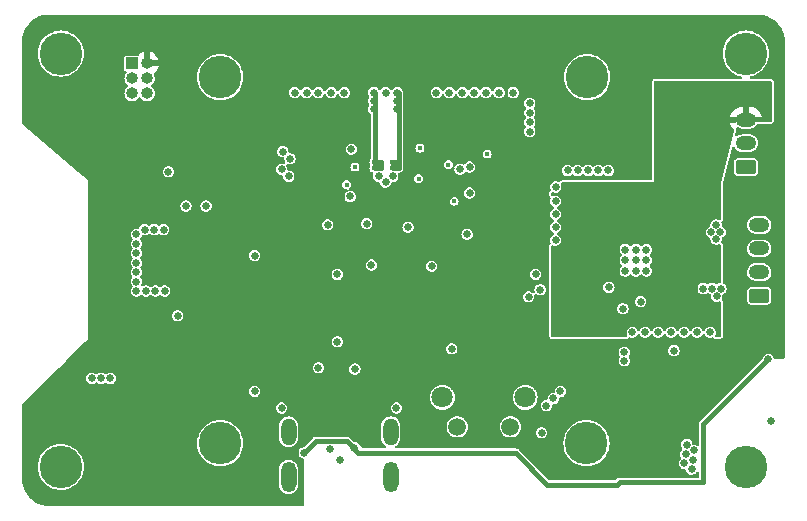
<source format=gbr>
%TF.GenerationSoftware,KiCad,Pcbnew,7.0.6*%
%TF.CreationDate,2024-03-18T22:21:06-04:00*%
%TF.ProjectId,Receiver,52656365-6976-4657-922e-6b696361645f,rev?*%
%TF.SameCoordinates,Original*%
%TF.FileFunction,Copper,L3,Inr*%
%TF.FilePolarity,Positive*%
%FSLAX46Y46*%
G04 Gerber Fmt 4.6, Leading zero omitted, Abs format (unit mm)*
G04 Created by KiCad (PCBNEW 7.0.6) date 2024-03-18 22:21:06*
%MOMM*%
%LPD*%
G01*
G04 APERTURE LIST*
G04 Aperture macros list*
%AMRoundRect*
0 Rectangle with rounded corners*
0 $1 Rounding radius*
0 $2 $3 $4 $5 $6 $7 $8 $9 X,Y pos of 4 corners*
0 Add a 4 corners polygon primitive as box body*
4,1,4,$2,$3,$4,$5,$6,$7,$8,$9,$2,$3,0*
0 Add four circle primitives for the rounded corners*
1,1,$1+$1,$2,$3*
1,1,$1+$1,$4,$5*
1,1,$1+$1,$6,$7*
1,1,$1+$1,$8,$9*
0 Add four rect primitives between the rounded corners*
20,1,$1+$1,$2,$3,$4,$5,0*
20,1,$1+$1,$4,$5,$6,$7,0*
20,1,$1+$1,$6,$7,$8,$9,0*
20,1,$1+$1,$8,$9,$2,$3,0*%
G04 Aperture macros list end*
%TA.AperFunction,ComponentPad*%
%ADD10C,3.600000*%
%TD*%
%TA.AperFunction,ComponentPad*%
%ADD11C,1.498600*%
%TD*%
%TA.AperFunction,ComponentPad*%
%ADD12C,1.803400*%
%TD*%
%TA.AperFunction,ComponentPad*%
%ADD13R,1.000000X1.000000*%
%TD*%
%TA.AperFunction,ComponentPad*%
%ADD14O,1.000000X1.000000*%
%TD*%
%TA.AperFunction,ComponentPad*%
%ADD15RoundRect,0.250000X0.625000X-0.350000X0.625000X0.350000X-0.625000X0.350000X-0.625000X-0.350000X0*%
%TD*%
%TA.AperFunction,ComponentPad*%
%ADD16O,1.750000X1.200000*%
%TD*%
%TA.AperFunction,ComponentPad*%
%ADD17O,1.300000X2.300000*%
%TD*%
%TA.AperFunction,ComponentPad*%
%ADD18O,1.300000X2.600000*%
%TD*%
%TA.AperFunction,ViaPad*%
%ADD19C,0.650000*%
%TD*%
%TA.AperFunction,ViaPad*%
%ADD20C,0.450000*%
%TD*%
%TA.AperFunction,Conductor*%
%ADD21C,0.450000*%
%TD*%
G04 APERTURE END LIST*
D10*
%TO.N,N/C*%
%TO.C,H1*%
X165500000Y-115500000D03*
%TD*%
%TO.N,N/C*%
%TO.C,H2*%
X165575000Y-84500000D03*
%TD*%
%TO.N,N/C*%
%TO.C,H7*%
X179000000Y-117500000D03*
%TD*%
D11*
%TO.N,GND*%
%TO.C,SW2*%
X154561749Y-114100000D03*
%TO.N,Net-(D3-K)*%
X159061750Y-114100000D03*
D12*
%TO.N,N/C*%
X153306749Y-111609701D03*
X160316750Y-111609701D03*
%TD*%
D10*
%TO.N,N/C*%
%TO.C,H6*%
X179000000Y-82500000D03*
%TD*%
D13*
%TO.N,/ESP_EN*%
%TO.C,J5*%
X127030000Y-83330000D03*
D14*
%TO.N,+3.3V*%
X128300000Y-83330000D03*
%TO.N,/ESP_TX*%
X127030000Y-84600000D03*
%TO.N,GND*%
X128300000Y-84600000D03*
%TO.N,/ESP_RX*%
X127030000Y-85870000D03*
%TO.N,/ESP_IO0*%
X128300000Y-85870000D03*
%TD*%
D10*
%TO.N,N/C*%
%TO.C,H4*%
X134500000Y-84500000D03*
%TD*%
%TO.N,N/C*%
%TO.C,H5*%
X121000000Y-82500000D03*
%TD*%
%TO.N,N/C*%
%TO.C,H3*%
X134500000Y-115500000D03*
%TD*%
D15*
%TO.N,GND*%
%TO.C,J4*%
X179000000Y-92100000D03*
D16*
%TO.N,unconnected-(J4-Pin_2-Pad2)*%
X179000000Y-90100000D03*
%TO.N,/BAT+*%
X179000000Y-88100000D03*
%TD*%
D17*
%TO.N,N/C*%
%TO.C,J1*%
X140280000Y-114525000D03*
D18*
X140280000Y-118350000D03*
D17*
X148920000Y-114525000D03*
D18*
X148920000Y-118350000D03*
%TD*%
D10*
%TO.N,N/C*%
%TO.C,H8*%
X121000000Y-117500000D03*
%TD*%
D15*
%TO.N,/OUT1B*%
%TO.C,J6*%
X180131617Y-103000000D03*
D16*
%TO.N,/OUT1A*%
X180131617Y-101000000D03*
%TO.N,/OUT2A*%
X180131617Y-99000000D03*
%TO.N,/OUT2B*%
X180131617Y-97000000D03*
%TD*%
D19*
%TO.N,/VUSB*%
X140400000Y-91400000D03*
%TO.N,+3.3V*%
X144400000Y-108000000D03*
%TO.N,GND*%
X144400000Y-106900000D03*
X143600000Y-97000000D03*
%TO.N,+3.3V*%
X143600000Y-95200000D03*
%TO.N,/ESP_EN*%
X130900000Y-104700000D03*
X130100000Y-92500000D03*
%TO.N,GND*%
X129800000Y-102600000D03*
X129000000Y-102600000D03*
X128200000Y-102600000D03*
X129700000Y-97400000D03*
X128900000Y-97400000D03*
X128100000Y-97400000D03*
X127400000Y-97800000D03*
X127400000Y-98600000D03*
X127400000Y-99400000D03*
X127400000Y-100200000D03*
X127400000Y-101000000D03*
X127400000Y-101800000D03*
X127400000Y-102600000D03*
X137400000Y-111100000D03*
X125200000Y-110000000D03*
X124400000Y-110000000D03*
X123600000Y-110000000D03*
%TO.N,+3.3V*%
X128200000Y-111400000D03*
X128200000Y-112300000D03*
X128200000Y-113100000D03*
%TO.N,/SCL*%
X144400000Y-101200000D03*
%TO.N,/SDA*%
X147300000Y-100400000D03*
%TO.N,+3.3V*%
X146400000Y-99200000D03*
%TO.N,/VSYS*%
X163300000Y-111100000D03*
X162700000Y-111700000D03*
X162100000Y-112300000D03*
%TO.N,GND*%
X152400000Y-100500000D03*
%TO.N,+3.3V*%
X149000000Y-102100000D03*
X161300000Y-106700000D03*
%TO.N,GND*%
X154100000Y-107500000D03*
%TO.N,+3.3V*%
X168600000Y-112400000D03*
%TO.N,GND*%
X161700000Y-114600000D03*
X168700000Y-108500000D03*
X168700000Y-107800000D03*
%TO.N,/VUSB*%
X180900000Y-108400000D03*
%TO.N,GND*%
X172900000Y-107651500D03*
%TO.N,+3.3V*%
X171800000Y-116800000D03*
X172500000Y-116400000D03*
X172500000Y-115600000D03*
X171800000Y-116000000D03*
X171800000Y-115200000D03*
%TO.N,GND*%
X174400000Y-117700000D03*
X173800000Y-117200000D03*
X174500000Y-116900000D03*
X173900000Y-116400000D03*
X174600000Y-116100000D03*
X174000000Y-115600000D03*
X181100000Y-113600000D03*
%TO.N,/DIR*%
X160600000Y-103100000D03*
%TO.N,/STEP*%
X161200000Y-101200000D03*
%TO.N,/ESP_IO0*%
X137400000Y-99600000D03*
%TO.N,/BC_INT*%
X145500000Y-94600000D03*
%TO.N,/VUSB*%
X139800000Y-90800000D03*
%TO.N,GND*%
X140300000Y-92900000D03*
X139700000Y-92300000D03*
%TO.N,/VUSB*%
X145800000Y-115900000D03*
X141600000Y-116300000D03*
%TO.N,GND*%
X149400000Y-112500000D03*
X139700000Y-112500000D03*
X142800000Y-109100000D03*
X145900000Y-109200000D03*
X167400000Y-102300000D03*
X170581617Y-100000000D03*
X149100000Y-92900000D03*
X176131617Y-102400000D03*
X164750000Y-92400000D03*
X167350000Y-92400000D03*
X146900000Y-96900000D03*
X162881617Y-97200000D03*
X169381617Y-106100000D03*
X176881617Y-102400000D03*
X169681617Y-99100000D03*
X172681617Y-106100000D03*
X148500000Y-93400000D03*
X158103500Y-85800000D03*
X156000000Y-85800000D03*
X171581617Y-106100000D03*
X150400000Y-97200000D03*
X175381617Y-102400000D03*
X176531617Y-103050000D03*
X140800000Y-85800000D03*
X168781617Y-100000000D03*
X176831617Y-97600000D03*
X143900000Y-85800000D03*
X169681617Y-100000000D03*
X159300000Y-85800000D03*
X155600000Y-94300000D03*
X162900000Y-93800000D03*
X163900000Y-92400000D03*
X162881617Y-96100000D03*
X168781617Y-100900000D03*
X173781617Y-106100000D03*
X175981617Y-106100000D03*
X168781617Y-99100000D03*
X170481617Y-106100000D03*
X142800000Y-85800000D03*
X170581617Y-100900000D03*
X141800000Y-85800000D03*
X166500000Y-92400000D03*
X145000000Y-85800000D03*
X176481617Y-98200000D03*
X165650000Y-92400000D03*
X170581617Y-99100000D03*
X162881617Y-95000000D03*
X154800000Y-92300000D03*
X152800000Y-85800000D03*
X169681617Y-100900000D03*
X147900000Y-92900000D03*
X155600000Y-92100000D03*
X162881617Y-98300000D03*
X161581617Y-102500000D03*
X176481617Y-97000000D03*
X176081617Y-97600000D03*
X174881617Y-106100000D03*
X148500000Y-85800000D03*
X153900000Y-85800000D03*
X157000500Y-85800000D03*
X155000000Y-85800000D03*
%TO.N,/STEP*%
X168581617Y-104100000D03*
%TO.N,/DIR*%
X170081617Y-103500000D03*
%TO.N,/BAT+*%
X169200000Y-95600000D03*
X174582114Y-102400000D03*
X172581617Y-103000000D03*
X172981617Y-97550000D03*
X173381617Y-103000000D03*
X173781617Y-97550000D03*
X172981617Y-102400000D03*
X173781617Y-102400000D03*
X174582114Y-97550000D03*
X172581617Y-96950000D03*
X173381617Y-96950000D03*
%TO.N,/STAT*%
X145600000Y-90600000D03*
X155400000Y-97800000D03*
D20*
%TO.N,/BTST1*%
X145900000Y-92100000D03*
%TO.N,/REGN*%
X154300000Y-95000000D03*
X145200000Y-93600000D03*
%TO.N,/BTST2*%
X151303778Y-93084241D03*
%TO.N,/SDRV*%
X157100000Y-91000000D03*
X151400000Y-90500000D03*
D19*
%TO.N,/VSYS*%
X160700000Y-87500000D03*
X160700000Y-88300000D03*
X160700000Y-86700000D03*
X160700000Y-89100000D03*
D20*
%TO.N,/SW2*%
X149000000Y-91700000D03*
X149500000Y-91700000D03*
D19*
X149500000Y-85800000D03*
D20*
X149500000Y-92200000D03*
D19*
X149500000Y-86500000D03*
X149500000Y-87200000D03*
D20*
X149000000Y-92200000D03*
D19*
%TO.N,/SW1*%
X147500000Y-86500000D03*
D20*
X147500000Y-91700000D03*
D19*
X147500000Y-85800000D03*
D20*
X148000000Y-91700000D03*
X147500000Y-92200000D03*
X148000000Y-92200000D03*
D19*
X147500000Y-87200000D03*
%TO.N,+3.3V*%
X161700000Y-104900000D03*
X161681617Y-103500000D03*
D20*
%TO.N,/BC_INT*%
X153800000Y-91900000D03*
D19*
%TO.N,/D-*%
X133300000Y-95400000D03*
X143800000Y-116000000D03*
%TO.N,/D+*%
X144600000Y-116900000D03*
X131600000Y-95400000D03*
%TD*%
D21*
%TO.N,/VUSB*%
X142600000Y-115300000D02*
X141600000Y-116300000D01*
X145200000Y-115300000D02*
X142600000Y-115300000D01*
X145800000Y-115900000D02*
X145200000Y-115300000D01*
X175400000Y-113900000D02*
X180900000Y-108400000D01*
X168300000Y-118800000D02*
X175400000Y-118800000D01*
X168100000Y-119000000D02*
X168300000Y-118800000D01*
X159500000Y-116300000D02*
X162200000Y-119000000D01*
X146200000Y-116300000D02*
X159500000Y-116300000D01*
X145800000Y-115900000D02*
X146200000Y-116300000D01*
X175400000Y-118800000D02*
X175400000Y-113900000D01*
X162200000Y-119000000D02*
X168100000Y-119000000D01*
%TO.N,/SW2*%
X149600000Y-91700000D02*
X149600000Y-92200000D01*
X149100000Y-91700000D02*
X149600000Y-91700000D01*
X149600000Y-92200000D02*
X149100000Y-92200000D01*
X149100000Y-92200000D02*
X149100000Y-91700000D01*
X149600000Y-91700000D02*
X149600000Y-85800000D01*
X149600000Y-91700000D02*
X149100000Y-92200000D01*
%TO.N,/SW1*%
X148100000Y-91700000D02*
X148100000Y-92200000D01*
X147600000Y-91700000D02*
X147600000Y-85800000D01*
X147600000Y-91700000D02*
X148100000Y-92200000D01*
X148100000Y-92200000D02*
X147600000Y-92200000D01*
X147600000Y-92200000D02*
X147600000Y-91700000D01*
X147600000Y-91700000D02*
X148100000Y-91700000D01*
%TD*%
%TA.AperFunction,Conductor*%
%TO.N,+3.3V*%
G36*
X180001866Y-79200613D02*
G01*
X180066487Y-79204521D01*
X180273434Y-79217039D01*
X180280867Y-79217943D01*
X180332999Y-79227496D01*
X180546632Y-79266645D01*
X180553881Y-79268433D01*
X180811843Y-79348817D01*
X180818830Y-79351468D01*
X180960398Y-79415182D01*
X181065213Y-79462356D01*
X181071843Y-79465836D01*
X181303052Y-79605607D01*
X181309219Y-79609863D01*
X181421329Y-79697696D01*
X181521899Y-79776487D01*
X181527499Y-79781448D01*
X181718550Y-79972499D01*
X181723512Y-79978100D01*
X181890135Y-80190779D01*
X181894392Y-80196947D01*
X182034163Y-80428156D01*
X182037646Y-80434791D01*
X182148531Y-80681169D01*
X182151185Y-80688165D01*
X182203156Y-80854944D01*
X182231563Y-80946106D01*
X182233357Y-80953382D01*
X182282056Y-81219132D01*
X182282960Y-81226571D01*
X182299387Y-81498132D01*
X182299500Y-81501877D01*
X182299500Y-108196038D01*
X182279815Y-108263077D01*
X182227011Y-108308832D01*
X182183235Y-108319797D01*
X181490302Y-108363106D01*
X181422165Y-108347641D01*
X181373206Y-108297794D01*
X181364983Y-108272709D01*
X181363429Y-108273166D01*
X181360930Y-108264655D01*
X181335505Y-108208984D01*
X181304130Y-108140282D01*
X181292621Y-108127000D01*
X181214590Y-108036946D01*
X181214586Y-108036942D01*
X181099559Y-107963021D01*
X180968368Y-107924500D01*
X180968367Y-107924500D01*
X180831633Y-107924500D01*
X180831632Y-107924500D01*
X180700440Y-107963021D01*
X180585413Y-108036942D01*
X180585409Y-108036946D01*
X180495872Y-108140278D01*
X180495869Y-108140283D01*
X180439069Y-108264656D01*
X180439068Y-108264660D01*
X180433987Y-108299999D01*
X180404961Y-108363554D01*
X180398930Y-108370031D01*
X175171108Y-113597852D01*
X175151254Y-113613976D01*
X175142165Y-113619914D01*
X175142164Y-113619915D01*
X175120363Y-113647923D01*
X175115286Y-113653674D01*
X175112484Y-113656477D01*
X175112474Y-113656488D01*
X175098905Y-113675495D01*
X175065192Y-113718808D01*
X175061447Y-113725729D01*
X175057988Y-113732804D01*
X175042329Y-113785403D01*
X175024500Y-113837338D01*
X175023206Y-113845092D01*
X175022231Y-113852911D01*
X175024500Y-113907755D01*
X175024500Y-115580492D01*
X175004815Y-115647531D01*
X174952011Y-115693286D01*
X174882853Y-115703230D01*
X174833463Y-115684809D01*
X174799558Y-115663020D01*
X174668368Y-115624500D01*
X174668367Y-115624500D01*
X174591359Y-115624500D01*
X174524320Y-115604815D01*
X174478565Y-115552011D01*
X174468621Y-115518146D01*
X174466012Y-115499998D01*
X174460931Y-115464658D01*
X174448677Y-115437827D01*
X174404132Y-115340285D01*
X174404127Y-115340278D01*
X174314590Y-115236946D01*
X174314586Y-115236942D01*
X174199559Y-115163021D01*
X174068368Y-115124500D01*
X174068367Y-115124500D01*
X173931633Y-115124500D01*
X173931632Y-115124500D01*
X173800440Y-115163021D01*
X173685413Y-115236942D01*
X173685409Y-115236946D01*
X173595872Y-115340278D01*
X173595867Y-115340285D01*
X173539070Y-115464654D01*
X173539068Y-115464662D01*
X173519610Y-115600000D01*
X173539068Y-115735337D01*
X173539070Y-115735345D01*
X173595867Y-115859714D01*
X173595869Y-115859716D01*
X173595870Y-115859718D01*
X173597891Y-115862050D01*
X173599173Y-115864858D01*
X173600665Y-115867179D01*
X173600331Y-115867393D01*
X173626917Y-115925605D01*
X173616976Y-115994764D01*
X173590734Y-116029821D01*
X173591219Y-116030242D01*
X173495870Y-116140282D01*
X173495867Y-116140285D01*
X173439070Y-116264654D01*
X173439068Y-116264662D01*
X173419610Y-116400000D01*
X173439068Y-116535337D01*
X173439070Y-116535345D01*
X173495867Y-116659714D01*
X173495869Y-116659716D01*
X173495870Y-116659718D01*
X173497891Y-116662050D01*
X173499173Y-116664858D01*
X173500665Y-116667179D01*
X173500331Y-116667393D01*
X173526917Y-116725605D01*
X173516976Y-116794764D01*
X173490734Y-116829821D01*
X173491219Y-116830242D01*
X173395870Y-116940282D01*
X173395867Y-116940285D01*
X173339070Y-117064654D01*
X173339068Y-117064662D01*
X173319610Y-117200000D01*
X173339068Y-117335337D01*
X173339070Y-117335345D01*
X173395867Y-117459714D01*
X173395872Y-117459721D01*
X173485409Y-117563053D01*
X173485413Y-117563057D01*
X173545979Y-117601979D01*
X173600439Y-117636978D01*
X173661949Y-117655039D01*
X173731632Y-117675500D01*
X173808641Y-117675500D01*
X173875680Y-117695185D01*
X173921435Y-117747989D01*
X173931379Y-117781854D01*
X173939068Y-117835336D01*
X173939070Y-117835345D01*
X173995867Y-117959714D01*
X173995872Y-117959721D01*
X174085409Y-118063053D01*
X174085413Y-118063057D01*
X174145979Y-118101979D01*
X174200439Y-118136978D01*
X174266036Y-118156238D01*
X174331632Y-118175500D01*
X174331633Y-118175500D01*
X174468367Y-118175500D01*
X174599561Y-118136978D01*
X174714589Y-118063055D01*
X174778396Y-117989416D01*
X174806787Y-117956652D01*
X174865565Y-117918877D01*
X174935434Y-117918877D01*
X174994213Y-117956651D01*
X175023238Y-118020206D01*
X175024500Y-118037854D01*
X175024500Y-118300500D01*
X175004815Y-118367539D01*
X174952011Y-118413294D01*
X174900500Y-118424500D01*
X168351803Y-118424500D01*
X168326358Y-118421861D01*
X168315732Y-118419633D01*
X168315729Y-118419633D01*
X168280507Y-118424023D01*
X168272831Y-118424500D01*
X168268886Y-118424500D01*
X168251615Y-118427381D01*
X168245858Y-118428342D01*
X168191370Y-118435134D01*
X168183857Y-118437371D01*
X168176387Y-118439936D01*
X168128122Y-118466055D01*
X168078792Y-118490171D01*
X168072379Y-118494750D01*
X168066174Y-118499579D01*
X168028993Y-118539968D01*
X167980781Y-118588180D01*
X167919458Y-118621666D01*
X167893099Y-118624500D01*
X162406899Y-118624500D01*
X162339860Y-118604815D01*
X162319218Y-118588181D01*
X161067982Y-117336945D01*
X159802149Y-116071111D01*
X159786022Y-116051252D01*
X159780086Y-116042167D01*
X159780083Y-116042163D01*
X159752074Y-116020363D01*
X159746310Y-116015272D01*
X159743515Y-116012477D01*
X159724505Y-115998906D01*
X159681189Y-115965190D01*
X159674274Y-115961448D01*
X159667200Y-115957990D01*
X159614596Y-115942329D01*
X159562658Y-115924499D01*
X159554923Y-115923208D01*
X159547085Y-115922231D01*
X159492244Y-115924500D01*
X149423476Y-115924500D01*
X149356437Y-115904815D01*
X149310682Y-115852011D01*
X149300738Y-115782853D01*
X149329763Y-115719297D01*
X149357504Y-115695506D01*
X149374528Y-115684809D01*
X149422262Y-115654816D01*
X149549816Y-115527262D01*
X149566945Y-115500001D01*
X163544518Y-115500001D01*
X163564422Y-115778299D01*
X163621824Y-116042167D01*
X163623729Y-116050923D01*
X163631259Y-116071111D01*
X163721231Y-116312338D01*
X163721233Y-116312342D01*
X163854940Y-116557207D01*
X163854945Y-116557215D01*
X164022138Y-116780560D01*
X164022154Y-116780578D01*
X164219421Y-116977845D01*
X164219439Y-116977861D01*
X164442784Y-117145054D01*
X164442792Y-117145059D01*
X164687657Y-117278766D01*
X164687661Y-117278768D01*
X164687663Y-117278769D01*
X164949077Y-117376271D01*
X165085391Y-117405924D01*
X165221700Y-117435577D01*
X165221702Y-117435577D01*
X165221706Y-117435578D01*
X165469014Y-117453265D01*
X165499999Y-117455482D01*
X165500000Y-117455482D01*
X165500001Y-117455482D01*
X165527881Y-117453487D01*
X165778294Y-117435578D01*
X166050923Y-117376271D01*
X166312337Y-117278769D01*
X166557213Y-117145056D01*
X166780568Y-116977855D01*
X166977855Y-116780568D01*
X167145056Y-116557213D01*
X167278769Y-116312337D01*
X167376271Y-116050923D01*
X167427181Y-115816894D01*
X167435577Y-115778299D01*
X167435577Y-115778298D01*
X167435578Y-115778294D01*
X167455482Y-115500000D01*
X167435578Y-115221706D01*
X167431780Y-115204249D01*
X167398498Y-115051252D01*
X167376271Y-114949077D01*
X167278769Y-114687663D01*
X167248266Y-114631802D01*
X167145059Y-114442792D01*
X167145054Y-114442784D01*
X166977861Y-114219439D01*
X166977845Y-114219421D01*
X166780578Y-114022154D01*
X166780560Y-114022138D01*
X166557215Y-113854945D01*
X166557207Y-113854940D01*
X166312342Y-113721233D01*
X166312338Y-113721231D01*
X166213230Y-113684266D01*
X166050923Y-113623729D01*
X166050919Y-113623728D01*
X166050916Y-113623727D01*
X165778299Y-113564422D01*
X165500001Y-113544518D01*
X165499999Y-113544518D01*
X165221700Y-113564422D01*
X164949083Y-113623727D01*
X164949078Y-113623728D01*
X164949077Y-113623729D01*
X164885875Y-113647301D01*
X164687661Y-113721231D01*
X164687657Y-113721233D01*
X164442792Y-113854940D01*
X164442784Y-113854945D01*
X164219439Y-114022138D01*
X164219421Y-114022154D01*
X164022154Y-114219421D01*
X164022138Y-114219439D01*
X163854945Y-114442784D01*
X163854940Y-114442792D01*
X163721233Y-114687657D01*
X163721231Y-114687661D01*
X163657058Y-114859718D01*
X163628930Y-114935134D01*
X163623727Y-114949083D01*
X163564422Y-115221700D01*
X163544518Y-115499998D01*
X163544518Y-115500001D01*
X149566945Y-115500001D01*
X149645789Y-115374522D01*
X149705368Y-115204255D01*
X149720500Y-115069954D01*
X149720500Y-114100000D01*
X153656993Y-114100000D01*
X153676764Y-114288109D01*
X153676765Y-114288112D01*
X153735210Y-114467991D01*
X153735213Y-114467997D01*
X153829786Y-114631802D01*
X153956349Y-114772365D01*
X154058363Y-114846483D01*
X154109372Y-114883543D01*
X154225249Y-114935134D01*
X154282164Y-114960474D01*
X154467176Y-114999800D01*
X154656322Y-114999800D01*
X154841334Y-114960474D01*
X154925035Y-114923208D01*
X155014125Y-114883543D01*
X155014125Y-114883542D01*
X155014127Y-114883542D01*
X155167149Y-114772365D01*
X155293712Y-114631802D01*
X155388285Y-114467997D01*
X155446734Y-114288109D01*
X155466505Y-114100000D01*
X158156994Y-114100000D01*
X158176765Y-114288109D01*
X158176766Y-114288112D01*
X158235211Y-114467991D01*
X158235214Y-114467997D01*
X158329787Y-114631802D01*
X158456350Y-114772365D01*
X158558364Y-114846483D01*
X158609373Y-114883543D01*
X158725250Y-114935134D01*
X158782165Y-114960474D01*
X158967177Y-114999800D01*
X159156323Y-114999800D01*
X159341335Y-114960474D01*
X159425036Y-114923208D01*
X159514126Y-114883543D01*
X159514126Y-114883542D01*
X159514128Y-114883542D01*
X159667150Y-114772365D01*
X159793713Y-114631802D01*
X159812074Y-114599999D01*
X161219610Y-114599999D01*
X161239068Y-114735337D01*
X161239070Y-114735345D01*
X161295867Y-114859714D01*
X161295872Y-114859721D01*
X161385409Y-114963053D01*
X161385413Y-114963057D01*
X161434727Y-114994748D01*
X161500439Y-115036978D01*
X161549052Y-115051252D01*
X161631632Y-115075500D01*
X161631633Y-115075500D01*
X161768367Y-115075500D01*
X161899561Y-115036978D01*
X162014589Y-114963055D01*
X162104130Y-114859718D01*
X162160931Y-114735342D01*
X162180390Y-114600000D01*
X162160931Y-114464658D01*
X162148677Y-114437827D01*
X162104132Y-114340285D01*
X162104127Y-114340278D01*
X162014590Y-114236946D01*
X162014586Y-114236942D01*
X161899559Y-114163021D01*
X161768368Y-114124500D01*
X161768367Y-114124500D01*
X161631633Y-114124500D01*
X161631632Y-114124500D01*
X161500440Y-114163021D01*
X161385413Y-114236942D01*
X161385409Y-114236946D01*
X161295872Y-114340278D01*
X161295867Y-114340285D01*
X161239070Y-114464654D01*
X161239068Y-114464662D01*
X161219610Y-114599999D01*
X159812074Y-114599999D01*
X159888286Y-114467997D01*
X159946735Y-114288109D01*
X159966506Y-114100000D01*
X159946735Y-113911891D01*
X159905637Y-113785403D01*
X159888288Y-113732008D01*
X159888285Y-113732002D01*
X159885011Y-113726331D01*
X159793713Y-113568198D01*
X159667150Y-113427635D01*
X159616142Y-113390576D01*
X159514126Y-113316456D01*
X159341334Y-113239525D01*
X159156323Y-113200200D01*
X158967177Y-113200200D01*
X158782165Y-113239525D01*
X158782164Y-113239525D01*
X158609373Y-113316456D01*
X158456348Y-113427636D01*
X158329786Y-113568199D01*
X158235214Y-113732002D01*
X158235211Y-113732008D01*
X158178109Y-113907755D01*
X158176765Y-113911891D01*
X158156994Y-114100000D01*
X155466505Y-114100000D01*
X155446734Y-113911891D01*
X155405636Y-113785403D01*
X155388287Y-113732008D01*
X155388284Y-113732002D01*
X155385010Y-113726331D01*
X155293712Y-113568198D01*
X155167149Y-113427635D01*
X155116141Y-113390576D01*
X155014125Y-113316456D01*
X154841333Y-113239525D01*
X154656322Y-113200200D01*
X154467176Y-113200200D01*
X154282164Y-113239525D01*
X154282163Y-113239525D01*
X154109372Y-113316456D01*
X153956347Y-113427636D01*
X153829785Y-113568199D01*
X153735213Y-113732002D01*
X153735210Y-113732008D01*
X153678108Y-113907755D01*
X153676764Y-113911891D01*
X153656993Y-114100000D01*
X149720500Y-114100000D01*
X149720500Y-113980046D01*
X149706405Y-113854945D01*
X149705369Y-113845750D01*
X149705368Y-113845745D01*
X149665568Y-113732003D01*
X149645789Y-113675478D01*
X149549816Y-113522738D01*
X149422262Y-113395184D01*
X149422261Y-113395184D01*
X149269523Y-113299211D01*
X149099254Y-113239631D01*
X149099249Y-113239630D01*
X148920004Y-113219435D01*
X148919996Y-113219435D01*
X148740750Y-113239630D01*
X148740745Y-113239631D01*
X148570476Y-113299211D01*
X148417737Y-113395184D01*
X148290184Y-113522737D01*
X148194211Y-113675476D01*
X148134631Y-113845745D01*
X148134630Y-113845750D01*
X148119500Y-113980039D01*
X148119500Y-115069960D01*
X148134630Y-115204249D01*
X148134631Y-115204254D01*
X148194211Y-115374523D01*
X148250847Y-115464658D01*
X148290184Y-115527262D01*
X148417738Y-115654816D01*
X148430795Y-115663020D01*
X148482496Y-115695506D01*
X148528787Y-115747841D01*
X148539435Y-115816894D01*
X148511060Y-115880743D01*
X148452670Y-115919115D01*
X148416524Y-115924500D01*
X146685319Y-115924500D01*
X146618280Y-115904815D01*
X146606798Y-115896471D01*
X146592637Y-115884885D01*
X146000000Y-115400000D01*
X145882399Y-115400000D01*
X145815360Y-115380315D01*
X145794718Y-115363681D01*
X145652743Y-115221706D01*
X145502149Y-115071111D01*
X145486022Y-115051252D01*
X145480086Y-115042167D01*
X145480083Y-115042163D01*
X145452074Y-115020363D01*
X145446310Y-115015272D01*
X145443515Y-115012477D01*
X145429257Y-115002298D01*
X145424504Y-114998905D01*
X145413284Y-114990172D01*
X145381189Y-114965190D01*
X145374274Y-114961448D01*
X145367200Y-114957990D01*
X145314596Y-114942329D01*
X145262658Y-114924499D01*
X145254923Y-114923208D01*
X145247085Y-114922231D01*
X145192244Y-114924500D01*
X142651803Y-114924500D01*
X142626358Y-114921861D01*
X142615732Y-114919633D01*
X142615729Y-114919633D01*
X142580507Y-114924023D01*
X142572831Y-114924500D01*
X142568886Y-114924500D01*
X142557371Y-114926421D01*
X142545856Y-114928342D01*
X142527696Y-114930606D01*
X142491375Y-114935134D01*
X142491371Y-114935135D01*
X142483842Y-114937377D01*
X142476383Y-114939937D01*
X142428118Y-114966058D01*
X142378791Y-114990172D01*
X142372381Y-114994748D01*
X142366175Y-114999579D01*
X142328992Y-115039970D01*
X141572174Y-115796787D01*
X141519428Y-115828083D01*
X141400440Y-115863020D01*
X141285413Y-115936942D01*
X141285409Y-115936946D01*
X141195872Y-116040278D01*
X141195867Y-116040285D01*
X141139070Y-116164654D01*
X141139068Y-116164662D01*
X141124692Y-116264654D01*
X141119610Y-116300000D01*
X141121783Y-116315114D01*
X141139068Y-116435337D01*
X141139070Y-116435345D01*
X141195867Y-116559714D01*
X141195872Y-116559721D01*
X141285409Y-116663053D01*
X141285413Y-116663057D01*
X141400441Y-116736979D01*
X141471328Y-116757793D01*
X141510934Y-116769422D01*
X141569712Y-116807196D01*
X141598738Y-116870751D01*
X141600000Y-116888399D01*
X141600000Y-120675500D01*
X141580315Y-120742539D01*
X141527511Y-120788294D01*
X141476000Y-120799500D01*
X120001878Y-120799500D01*
X119998133Y-120799387D01*
X119726571Y-120782960D01*
X119719132Y-120782056D01*
X119487070Y-120739530D01*
X119453379Y-120733356D01*
X119446106Y-120731563D01*
X119188165Y-120651185D01*
X119181169Y-120648531D01*
X118934791Y-120537646D01*
X118928156Y-120534163D01*
X118696947Y-120394392D01*
X118690779Y-120390135D01*
X118478100Y-120223512D01*
X118472499Y-120218550D01*
X118281448Y-120027499D01*
X118276487Y-120021899D01*
X118109864Y-119809220D01*
X118105607Y-119803052D01*
X117965836Y-119571843D01*
X117962353Y-119565208D01*
X117947330Y-119531829D01*
X117877320Y-119376271D01*
X117851468Y-119318830D01*
X117848817Y-119311843D01*
X117768433Y-119053881D01*
X117766645Y-119046632D01*
X117717943Y-118780867D01*
X117717039Y-118773428D01*
X117709673Y-118651657D01*
X117700613Y-118501866D01*
X117700500Y-118498122D01*
X117700500Y-117500001D01*
X119044518Y-117500001D01*
X119064422Y-117778299D01*
X119123727Y-118050916D01*
X119123729Y-118050923D01*
X119128255Y-118063057D01*
X119221231Y-118312338D01*
X119221233Y-118312342D01*
X119354940Y-118557207D01*
X119354945Y-118557215D01*
X119522138Y-118780560D01*
X119522154Y-118780578D01*
X119719421Y-118977845D01*
X119719439Y-118977861D01*
X119942784Y-119145054D01*
X119942792Y-119145059D01*
X120187657Y-119278766D01*
X120187661Y-119278768D01*
X120187663Y-119278769D01*
X120449077Y-119376271D01*
X120585391Y-119405924D01*
X120721700Y-119435577D01*
X120721702Y-119435577D01*
X120721706Y-119435578D01*
X120969014Y-119453265D01*
X120999999Y-119455482D01*
X121000000Y-119455482D01*
X121000001Y-119455482D01*
X121027881Y-119453487D01*
X121278294Y-119435578D01*
X121550923Y-119376271D01*
X121812337Y-119278769D01*
X122057213Y-119145056D01*
X122190926Y-119044960D01*
X139479500Y-119044960D01*
X139494630Y-119179249D01*
X139494631Y-119179254D01*
X139554211Y-119349523D01*
X139620790Y-119455482D01*
X139650184Y-119502262D01*
X139777738Y-119629816D01*
X139930478Y-119725789D01*
X140100745Y-119785368D01*
X140100750Y-119785369D01*
X140279996Y-119805565D01*
X140280000Y-119805565D01*
X140280004Y-119805565D01*
X140459249Y-119785369D01*
X140459252Y-119785368D01*
X140459255Y-119785368D01*
X140629522Y-119725789D01*
X140782262Y-119629816D01*
X140909816Y-119502262D01*
X141005789Y-119349522D01*
X141065368Y-119179255D01*
X141080500Y-119044954D01*
X141080500Y-117655046D01*
X141070316Y-117564658D01*
X141065369Y-117520750D01*
X141065368Y-117520745D01*
X141035566Y-117435577D01*
X141005789Y-117350478D01*
X140996278Y-117335342D01*
X140909815Y-117197737D01*
X140782262Y-117070184D01*
X140629523Y-116974211D01*
X140459254Y-116914631D01*
X140459249Y-116914630D01*
X140280004Y-116894435D01*
X140279996Y-116894435D01*
X140100750Y-116914630D01*
X140100745Y-116914631D01*
X139930476Y-116974211D01*
X139777737Y-117070184D01*
X139650184Y-117197737D01*
X139554211Y-117350476D01*
X139494631Y-117520745D01*
X139494630Y-117520750D01*
X139479500Y-117655039D01*
X139479500Y-119044960D01*
X122190926Y-119044960D01*
X122280568Y-118977855D01*
X122477855Y-118780568D01*
X122645056Y-118557213D01*
X122778769Y-118312337D01*
X122876271Y-118050923D01*
X122935578Y-117778294D01*
X122955482Y-117500000D01*
X122935578Y-117221706D01*
X122918904Y-117145059D01*
X122895037Y-117035342D01*
X122876271Y-116949077D01*
X122778769Y-116687663D01*
X122766316Y-116664858D01*
X122645059Y-116442792D01*
X122645054Y-116442784D01*
X122477861Y-116219439D01*
X122477845Y-116219421D01*
X122280578Y-116022154D01*
X122280560Y-116022138D01*
X122057215Y-115854945D01*
X122057207Y-115854940D01*
X121812342Y-115721233D01*
X121812338Y-115721231D01*
X121713230Y-115684266D01*
X121550923Y-115623729D01*
X121550919Y-115623728D01*
X121550916Y-115623727D01*
X121278299Y-115564422D01*
X121000001Y-115544518D01*
X120999999Y-115544518D01*
X120721700Y-115564422D01*
X120449083Y-115623727D01*
X120449078Y-115623728D01*
X120449077Y-115623729D01*
X120447010Y-115624500D01*
X120187661Y-115721231D01*
X120187657Y-115721233D01*
X119942792Y-115854940D01*
X119942784Y-115854945D01*
X119719439Y-116022138D01*
X119719421Y-116022154D01*
X119522154Y-116219421D01*
X119522138Y-116219439D01*
X119354945Y-116442784D01*
X119354940Y-116442792D01*
X119221233Y-116687657D01*
X119221231Y-116687661D01*
X119168209Y-116829821D01*
X119127010Y-116940282D01*
X119123727Y-116949083D01*
X119064422Y-117221700D01*
X119044518Y-117499998D01*
X119044518Y-117500001D01*
X117700500Y-117500001D01*
X117700500Y-115500001D01*
X132544518Y-115500001D01*
X132564422Y-115778299D01*
X132621824Y-116042167D01*
X132623729Y-116050923D01*
X132631259Y-116071111D01*
X132721231Y-116312338D01*
X132721233Y-116312342D01*
X132854940Y-116557207D01*
X132854945Y-116557215D01*
X133022138Y-116780560D01*
X133022154Y-116780578D01*
X133219421Y-116977845D01*
X133219439Y-116977861D01*
X133442784Y-117145054D01*
X133442792Y-117145059D01*
X133687657Y-117278766D01*
X133687661Y-117278768D01*
X133687663Y-117278769D01*
X133949077Y-117376271D01*
X134085391Y-117405924D01*
X134221700Y-117435577D01*
X134221702Y-117435577D01*
X134221706Y-117435578D01*
X134469014Y-117453265D01*
X134499999Y-117455482D01*
X134500000Y-117455482D01*
X134500001Y-117455482D01*
X134527881Y-117453487D01*
X134778294Y-117435578D01*
X135050923Y-117376271D01*
X135312337Y-117278769D01*
X135557213Y-117145056D01*
X135780568Y-116977855D01*
X135977855Y-116780568D01*
X136145056Y-116557213D01*
X136278769Y-116312337D01*
X136376271Y-116050923D01*
X136427181Y-115816894D01*
X136435577Y-115778299D01*
X136435577Y-115778298D01*
X136435578Y-115778294D01*
X136455482Y-115500000D01*
X136435578Y-115221706D01*
X136431780Y-115204249D01*
X136402568Y-115069960D01*
X139479500Y-115069960D01*
X139494630Y-115204249D01*
X139494631Y-115204254D01*
X139554211Y-115374523D01*
X139610847Y-115464658D01*
X139650184Y-115527262D01*
X139777738Y-115654816D01*
X139930478Y-115750789D01*
X140022112Y-115782853D01*
X140100745Y-115810368D01*
X140100750Y-115810369D01*
X140279996Y-115830565D01*
X140280000Y-115830565D01*
X140280004Y-115830565D01*
X140459249Y-115810369D01*
X140459252Y-115810368D01*
X140459255Y-115810368D01*
X140629522Y-115750789D01*
X140782262Y-115654816D01*
X140909816Y-115527262D01*
X141005789Y-115374522D01*
X141065368Y-115204255D01*
X141080500Y-115069954D01*
X141080500Y-113980046D01*
X141066405Y-113854945D01*
X141065369Y-113845750D01*
X141065368Y-113845745D01*
X141025568Y-113732003D01*
X141005789Y-113675478D01*
X140909816Y-113522738D01*
X140782262Y-113395184D01*
X140782261Y-113395184D01*
X140629523Y-113299211D01*
X140459254Y-113239631D01*
X140459249Y-113239630D01*
X140280004Y-113219435D01*
X140279996Y-113219435D01*
X140100750Y-113239630D01*
X140100745Y-113239631D01*
X139930476Y-113299211D01*
X139777737Y-113395184D01*
X139650184Y-113522737D01*
X139554211Y-113675476D01*
X139494631Y-113845745D01*
X139494630Y-113845750D01*
X139479500Y-113980039D01*
X139479500Y-115069960D01*
X136402568Y-115069960D01*
X136398498Y-115051252D01*
X136376271Y-114949077D01*
X136278769Y-114687663D01*
X136248266Y-114631802D01*
X136145059Y-114442792D01*
X136145054Y-114442784D01*
X135977861Y-114219439D01*
X135977845Y-114219421D01*
X135780578Y-114022154D01*
X135780560Y-114022138D01*
X135557215Y-113854945D01*
X135557207Y-113854940D01*
X135312342Y-113721233D01*
X135312338Y-113721231D01*
X135213230Y-113684266D01*
X135050923Y-113623729D01*
X135050919Y-113623728D01*
X135050916Y-113623727D01*
X134778299Y-113564422D01*
X134500001Y-113544518D01*
X134499999Y-113544518D01*
X134221700Y-113564422D01*
X133949083Y-113623727D01*
X133949078Y-113623728D01*
X133949077Y-113623729D01*
X133885875Y-113647301D01*
X133687661Y-113721231D01*
X133687657Y-113721233D01*
X133442792Y-113854940D01*
X133442784Y-113854945D01*
X133219439Y-114022138D01*
X133219421Y-114022154D01*
X133022154Y-114219421D01*
X133022138Y-114219439D01*
X132854945Y-114442784D01*
X132854940Y-114442792D01*
X132721233Y-114687657D01*
X132721231Y-114687661D01*
X132657058Y-114859718D01*
X132628930Y-114935134D01*
X132623727Y-114949083D01*
X132564422Y-115221700D01*
X132544518Y-115499998D01*
X132544518Y-115500001D01*
X117700500Y-115500001D01*
X117700500Y-112499999D01*
X139219610Y-112499999D01*
X139239068Y-112635337D01*
X139239070Y-112635345D01*
X139295867Y-112759714D01*
X139295872Y-112759721D01*
X139385409Y-112863053D01*
X139385413Y-112863057D01*
X139445979Y-112901979D01*
X139500439Y-112936978D01*
X139566035Y-112956238D01*
X139631632Y-112975500D01*
X139631633Y-112975500D01*
X139768367Y-112975500D01*
X139899561Y-112936978D01*
X140014589Y-112863055D01*
X140104130Y-112759718D01*
X140160931Y-112635342D01*
X140180390Y-112500000D01*
X148919610Y-112500000D01*
X148939068Y-112635337D01*
X148939070Y-112635345D01*
X148995867Y-112759714D01*
X148995872Y-112759721D01*
X149085409Y-112863053D01*
X149085413Y-112863057D01*
X149145979Y-112901979D01*
X149200439Y-112936978D01*
X149266035Y-112956238D01*
X149331632Y-112975500D01*
X149331633Y-112975500D01*
X149468367Y-112975500D01*
X149599561Y-112936978D01*
X149714589Y-112863055D01*
X149804130Y-112759718D01*
X149860931Y-112635342D01*
X149880390Y-112500000D01*
X149860931Y-112364658D01*
X149848677Y-112337827D01*
X149804132Y-112240285D01*
X149804127Y-112240278D01*
X149714590Y-112136946D01*
X149714586Y-112136942D01*
X149599559Y-112063021D01*
X149468368Y-112024500D01*
X149468367Y-112024500D01*
X149331633Y-112024500D01*
X149331632Y-112024500D01*
X149200440Y-112063021D01*
X149085413Y-112136942D01*
X149085409Y-112136946D01*
X148995872Y-112240278D01*
X148995867Y-112240285D01*
X148939070Y-112364654D01*
X148939068Y-112364662D01*
X148919610Y-112500000D01*
X140180390Y-112500000D01*
X140160931Y-112364658D01*
X140148677Y-112337827D01*
X140104132Y-112240285D01*
X140104127Y-112240278D01*
X140014590Y-112136946D01*
X140014586Y-112136942D01*
X139899559Y-112063021D01*
X139768368Y-112024500D01*
X139768367Y-112024500D01*
X139631633Y-112024500D01*
X139631632Y-112024500D01*
X139500440Y-112063021D01*
X139385413Y-112136942D01*
X139385409Y-112136946D01*
X139295872Y-112240278D01*
X139295867Y-112240285D01*
X139239070Y-112364654D01*
X139239068Y-112364662D01*
X139219610Y-112499999D01*
X117700500Y-112499999D01*
X117700500Y-112256045D01*
X117720185Y-112189006D01*
X117736819Y-112168364D01*
X118295483Y-111609700D01*
X152249458Y-111609700D01*
X152269773Y-111815963D01*
X152269773Y-111815966D01*
X152329940Y-112014312D01*
X152368369Y-112086206D01*
X152427644Y-112197100D01*
X152427646Y-112197102D01*
X152559130Y-112357319D01*
X152654197Y-112435337D01*
X152719350Y-112488806D01*
X152902141Y-112586511D01*
X153100482Y-112646676D01*
X153306749Y-112666992D01*
X153513016Y-112646676D01*
X153711357Y-112586511D01*
X153894148Y-112488806D01*
X154054367Y-112357319D01*
X154185854Y-112197100D01*
X154283559Y-112014309D01*
X154343724Y-111815968D01*
X154364040Y-111609701D01*
X154364040Y-111609700D01*
X159259459Y-111609700D01*
X159279774Y-111815963D01*
X159279774Y-111815966D01*
X159339941Y-112014312D01*
X159378370Y-112086206D01*
X159437645Y-112197100D01*
X159437647Y-112197102D01*
X159569131Y-112357319D01*
X159664198Y-112435337D01*
X159729351Y-112488806D01*
X159912142Y-112586511D01*
X160110483Y-112646676D01*
X160316750Y-112666992D01*
X160523017Y-112646676D01*
X160721358Y-112586511D01*
X160904149Y-112488806D01*
X161064368Y-112357319D01*
X161111408Y-112300000D01*
X161619610Y-112300000D01*
X161639068Y-112435337D01*
X161639070Y-112435345D01*
X161695867Y-112559714D01*
X161695872Y-112559721D01*
X161785409Y-112663053D01*
X161785413Y-112663057D01*
X161845979Y-112701979D01*
X161900439Y-112736978D01*
X161966035Y-112756238D01*
X162031632Y-112775500D01*
X162031633Y-112775500D01*
X162168367Y-112775500D01*
X162299561Y-112736978D01*
X162414589Y-112663055D01*
X162504130Y-112559718D01*
X162560931Y-112435342D01*
X162580390Y-112300000D01*
X162580390Y-112299999D01*
X162580390Y-112299500D01*
X162580530Y-112299020D01*
X162581652Y-112291222D01*
X162582773Y-112291383D01*
X162600075Y-112232461D01*
X162652879Y-112186706D01*
X162704390Y-112175500D01*
X162768367Y-112175500D01*
X162899561Y-112136978D01*
X163014589Y-112063055D01*
X163104130Y-111959718D01*
X163160931Y-111835342D01*
X163180390Y-111700000D01*
X163180390Y-111699999D01*
X163180390Y-111699500D01*
X163180530Y-111699020D01*
X163181652Y-111691222D01*
X163182773Y-111691383D01*
X163200075Y-111632461D01*
X163252879Y-111586706D01*
X163304390Y-111575500D01*
X163368367Y-111575500D01*
X163499561Y-111536978D01*
X163614589Y-111463055D01*
X163704130Y-111359718D01*
X163760931Y-111235342D01*
X163780390Y-111100000D01*
X163760931Y-110964658D01*
X163748677Y-110937827D01*
X163704132Y-110840285D01*
X163704127Y-110840278D01*
X163614590Y-110736946D01*
X163614586Y-110736942D01*
X163499559Y-110663021D01*
X163368368Y-110624500D01*
X163368367Y-110624500D01*
X163231633Y-110624500D01*
X163231632Y-110624500D01*
X163100440Y-110663021D01*
X162985413Y-110736942D01*
X162985409Y-110736946D01*
X162895872Y-110840278D01*
X162895867Y-110840285D01*
X162839070Y-110964654D01*
X162839068Y-110964662D01*
X162819610Y-111100000D01*
X162819610Y-111100500D01*
X162819469Y-111100979D01*
X162818348Y-111108778D01*
X162817226Y-111108616D01*
X162799925Y-111167539D01*
X162747121Y-111213294D01*
X162695610Y-111224500D01*
X162631632Y-111224500D01*
X162500440Y-111263021D01*
X162385413Y-111336942D01*
X162385409Y-111336946D01*
X162295872Y-111440278D01*
X162295867Y-111440285D01*
X162239070Y-111564654D01*
X162239068Y-111564662D01*
X162219610Y-111700000D01*
X162219610Y-111700500D01*
X162219469Y-111700979D01*
X162218348Y-111708778D01*
X162217226Y-111708616D01*
X162199925Y-111767539D01*
X162147121Y-111813294D01*
X162095610Y-111824500D01*
X162031632Y-111824500D01*
X161900440Y-111863021D01*
X161785413Y-111936942D01*
X161785409Y-111936946D01*
X161695872Y-112040278D01*
X161695867Y-112040285D01*
X161639070Y-112164654D01*
X161639068Y-112164662D01*
X161619610Y-112300000D01*
X161111408Y-112300000D01*
X161195855Y-112197100D01*
X161293560Y-112014309D01*
X161353725Y-111815968D01*
X161374041Y-111609701D01*
X161353725Y-111403434D01*
X161293560Y-111205093D01*
X161195855Y-111022302D01*
X161143788Y-110958857D01*
X161064368Y-110862082D01*
X160946445Y-110765307D01*
X160904149Y-110730596D01*
X160793255Y-110671321D01*
X160721361Y-110632892D01*
X160693696Y-110624500D01*
X160523017Y-110572726D01*
X160523015Y-110572725D01*
X160523013Y-110572725D01*
X160345585Y-110555250D01*
X160316750Y-110552410D01*
X160316749Y-110552410D01*
X160110487Y-110572725D01*
X160110484Y-110572725D01*
X159912138Y-110632892D01*
X159776572Y-110705355D01*
X159729351Y-110730596D01*
X159729349Y-110730597D01*
X159729348Y-110730598D01*
X159569131Y-110862082D01*
X159437647Y-111022299D01*
X159339941Y-111205089D01*
X159279774Y-111403435D01*
X159279774Y-111403438D01*
X159259459Y-111609700D01*
X154364040Y-111609700D01*
X154343724Y-111403434D01*
X154283559Y-111205093D01*
X154185854Y-111022302D01*
X154133787Y-110958857D01*
X154054367Y-110862082D01*
X153936444Y-110765307D01*
X153894148Y-110730596D01*
X153783254Y-110671321D01*
X153711360Y-110632892D01*
X153683695Y-110624500D01*
X153513016Y-110572726D01*
X153513014Y-110572725D01*
X153513012Y-110572725D01*
X153335584Y-110555250D01*
X153306749Y-110552410D01*
X153306748Y-110552410D01*
X153100486Y-110572725D01*
X153100483Y-110572725D01*
X152902137Y-110632892D01*
X152766571Y-110705355D01*
X152719350Y-110730596D01*
X152719348Y-110730597D01*
X152719347Y-110730598D01*
X152559130Y-110862082D01*
X152427646Y-111022299D01*
X152329940Y-111205089D01*
X152269773Y-111403435D01*
X152269773Y-111403438D01*
X152249458Y-111609700D01*
X118295483Y-111609700D01*
X118805184Y-111099999D01*
X136919610Y-111099999D01*
X136939068Y-111235337D01*
X136939070Y-111235345D01*
X136995867Y-111359714D01*
X136995872Y-111359721D01*
X137085409Y-111463053D01*
X137085413Y-111463057D01*
X137145979Y-111501979D01*
X137200439Y-111536978D01*
X137255700Y-111553204D01*
X137331632Y-111575500D01*
X137331633Y-111575500D01*
X137468367Y-111575500D01*
X137599561Y-111536978D01*
X137714589Y-111463055D01*
X137804130Y-111359718D01*
X137860931Y-111235342D01*
X137880390Y-111100000D01*
X137860931Y-110964658D01*
X137848677Y-110937827D01*
X137804132Y-110840285D01*
X137804127Y-110840278D01*
X137714590Y-110736946D01*
X137714586Y-110736942D01*
X137599559Y-110663021D01*
X137468368Y-110624500D01*
X137468367Y-110624500D01*
X137331633Y-110624500D01*
X137331632Y-110624500D01*
X137200440Y-110663021D01*
X137085413Y-110736942D01*
X137085409Y-110736946D01*
X136995872Y-110840278D01*
X136995867Y-110840285D01*
X136939070Y-110964654D01*
X136939068Y-110964662D01*
X136919610Y-111099999D01*
X118805184Y-111099999D01*
X119905183Y-110000000D01*
X123119610Y-110000000D01*
X123139068Y-110135337D01*
X123139070Y-110135345D01*
X123195867Y-110259714D01*
X123195872Y-110259721D01*
X123285409Y-110363053D01*
X123285413Y-110363057D01*
X123345979Y-110401979D01*
X123400439Y-110436978D01*
X123466036Y-110456238D01*
X123531632Y-110475500D01*
X123531633Y-110475500D01*
X123668367Y-110475500D01*
X123799561Y-110436978D01*
X123914589Y-110363055D01*
X123914596Y-110363046D01*
X123918794Y-110359410D01*
X123982349Y-110330384D01*
X124051508Y-110340325D01*
X124081206Y-110359410D01*
X124085406Y-110363050D01*
X124085411Y-110363055D01*
X124200439Y-110436978D01*
X124266036Y-110456238D01*
X124331632Y-110475500D01*
X124331633Y-110475500D01*
X124468367Y-110475500D01*
X124599561Y-110436978D01*
X124714589Y-110363055D01*
X124714596Y-110363046D01*
X124718794Y-110359410D01*
X124782349Y-110330384D01*
X124851508Y-110340325D01*
X124881206Y-110359410D01*
X124885406Y-110363050D01*
X124885411Y-110363055D01*
X125000439Y-110436978D01*
X125066036Y-110456238D01*
X125131632Y-110475500D01*
X125131633Y-110475500D01*
X125268367Y-110475500D01*
X125399561Y-110436978D01*
X125514589Y-110363055D01*
X125604130Y-110259718D01*
X125660931Y-110135342D01*
X125680390Y-110000000D01*
X125660931Y-109864658D01*
X125648677Y-109837827D01*
X125604132Y-109740285D01*
X125604127Y-109740278D01*
X125514590Y-109636946D01*
X125514586Y-109636942D01*
X125399559Y-109563021D01*
X125268368Y-109524500D01*
X125268367Y-109524500D01*
X125131633Y-109524500D01*
X125131632Y-109524500D01*
X125000440Y-109563021D01*
X124885413Y-109636942D01*
X124881201Y-109640593D01*
X124817644Y-109669616D01*
X124748486Y-109659671D01*
X124718799Y-109640593D01*
X124714586Y-109636942D01*
X124599559Y-109563021D01*
X124468368Y-109524500D01*
X124468367Y-109524500D01*
X124331633Y-109524500D01*
X124331632Y-109524500D01*
X124200440Y-109563021D01*
X124085413Y-109636942D01*
X124081201Y-109640593D01*
X124017644Y-109669616D01*
X123948486Y-109659671D01*
X123918799Y-109640593D01*
X123914586Y-109636942D01*
X123799559Y-109563021D01*
X123668368Y-109524500D01*
X123668367Y-109524500D01*
X123531633Y-109524500D01*
X123531632Y-109524500D01*
X123400440Y-109563021D01*
X123285413Y-109636942D01*
X123285409Y-109636946D01*
X123195872Y-109740278D01*
X123195867Y-109740285D01*
X123139070Y-109864654D01*
X123139068Y-109864662D01*
X123119610Y-110000000D01*
X119905183Y-110000000D01*
X120445469Y-109459714D01*
X120805184Y-109099999D01*
X142319610Y-109099999D01*
X142339068Y-109235337D01*
X142339070Y-109235345D01*
X142395867Y-109359714D01*
X142395872Y-109359721D01*
X142485409Y-109463053D01*
X142485413Y-109463057D01*
X142545979Y-109501979D01*
X142600439Y-109536978D01*
X142666036Y-109556238D01*
X142731632Y-109575500D01*
X142731633Y-109575500D01*
X142868367Y-109575500D01*
X142999561Y-109536978D01*
X143114589Y-109463055D01*
X143204130Y-109359718D01*
X143260931Y-109235342D01*
X143266012Y-109200000D01*
X145419610Y-109200000D01*
X145439068Y-109335337D01*
X145439070Y-109335345D01*
X145495867Y-109459714D01*
X145495872Y-109459721D01*
X145585409Y-109563053D01*
X145585413Y-109563057D01*
X145645979Y-109601979D01*
X145700439Y-109636978D01*
X145712751Y-109640593D01*
X145831632Y-109675500D01*
X145831633Y-109675500D01*
X145968367Y-109675500D01*
X146099561Y-109636978D01*
X146214589Y-109563055D01*
X146304130Y-109459718D01*
X146360931Y-109335342D01*
X146380390Y-109200000D01*
X146360931Y-109064658D01*
X146320214Y-108975500D01*
X146304132Y-108940285D01*
X146304127Y-108940278D01*
X146214590Y-108836946D01*
X146214586Y-108836942D01*
X146099559Y-108763021D01*
X145968368Y-108724500D01*
X145968367Y-108724500D01*
X145831633Y-108724500D01*
X145831632Y-108724500D01*
X145700440Y-108763021D01*
X145585413Y-108836942D01*
X145585409Y-108836946D01*
X145495872Y-108940278D01*
X145495867Y-108940285D01*
X145439070Y-109064654D01*
X145439068Y-109064662D01*
X145419610Y-109200000D01*
X143266012Y-109200000D01*
X143280390Y-109100000D01*
X143260931Y-108964658D01*
X143248290Y-108936978D01*
X143204132Y-108840285D01*
X143204127Y-108840278D01*
X143114590Y-108736946D01*
X143114586Y-108736942D01*
X142999559Y-108663021D01*
X142868368Y-108624500D01*
X142868367Y-108624500D01*
X142731633Y-108624500D01*
X142731632Y-108624500D01*
X142600440Y-108663021D01*
X142485413Y-108736942D01*
X142485409Y-108736946D01*
X142395872Y-108840278D01*
X142395867Y-108840285D01*
X142339070Y-108964654D01*
X142339068Y-108964662D01*
X142319610Y-109099999D01*
X120805184Y-109099999D01*
X121405183Y-108500000D01*
X168219610Y-108500000D01*
X168239068Y-108635337D01*
X168239070Y-108635345D01*
X168295867Y-108759714D01*
X168295872Y-108759721D01*
X168385409Y-108863053D01*
X168385413Y-108863057D01*
X168445979Y-108901979D01*
X168500439Y-108936978D01*
X168511702Y-108940285D01*
X168631632Y-108975500D01*
X168631633Y-108975500D01*
X168768367Y-108975500D01*
X168899561Y-108936978D01*
X169014589Y-108863055D01*
X169104130Y-108759718D01*
X169160931Y-108635342D01*
X169180390Y-108500000D01*
X169160931Y-108364658D01*
X169118939Y-108272709D01*
X169104132Y-108240285D01*
X169104129Y-108240281D01*
X169096262Y-108231202D01*
X169067237Y-108167646D01*
X169077181Y-108098487D01*
X169096263Y-108068796D01*
X169104130Y-108059718D01*
X169160931Y-107935342D01*
X169180390Y-107800000D01*
X169160931Y-107664658D01*
X169154922Y-107651500D01*
X172419610Y-107651500D01*
X172439068Y-107786837D01*
X172439070Y-107786845D01*
X172495867Y-107911214D01*
X172495872Y-107911221D01*
X172585409Y-108014553D01*
X172585413Y-108014557D01*
X172645979Y-108053479D01*
X172700439Y-108088478D01*
X172734527Y-108098487D01*
X172831632Y-108127000D01*
X172831633Y-108127000D01*
X172968367Y-108127000D01*
X173099561Y-108088478D01*
X173214589Y-108014555D01*
X173304130Y-107911218D01*
X173360931Y-107786842D01*
X173380390Y-107651500D01*
X173360931Y-107516158D01*
X173324756Y-107436946D01*
X173304132Y-107391785D01*
X173304127Y-107391778D01*
X173214590Y-107288446D01*
X173214586Y-107288442D01*
X173099559Y-107214521D01*
X172968368Y-107176000D01*
X172968367Y-107176000D01*
X172831633Y-107176000D01*
X172831632Y-107176000D01*
X172700440Y-107214521D01*
X172585413Y-107288442D01*
X172585409Y-107288446D01*
X172495872Y-107391778D01*
X172495867Y-107391785D01*
X172439070Y-107516154D01*
X172439068Y-107516162D01*
X172419610Y-107651500D01*
X169154922Y-107651500D01*
X169147540Y-107635337D01*
X169104132Y-107540285D01*
X169104127Y-107540278D01*
X169014590Y-107436946D01*
X169014586Y-107436942D01*
X168902113Y-107364662D01*
X168899561Y-107363022D01*
X168899560Y-107363021D01*
X168899559Y-107363021D01*
X168768368Y-107324500D01*
X168768367Y-107324500D01*
X168631633Y-107324500D01*
X168631632Y-107324500D01*
X168500440Y-107363021D01*
X168385413Y-107436942D01*
X168385409Y-107436946D01*
X168295872Y-107540278D01*
X168295867Y-107540285D01*
X168239070Y-107664654D01*
X168239068Y-107664662D01*
X168219610Y-107799999D01*
X168239068Y-107935337D01*
X168239070Y-107935345D01*
X168295867Y-108059712D01*
X168295871Y-108059719D01*
X168303737Y-108068797D01*
X168332762Y-108132353D01*
X168322818Y-108201511D01*
X168303743Y-108231195D01*
X168295871Y-108240280D01*
X168295867Y-108240287D01*
X168239070Y-108364654D01*
X168239068Y-108364662D01*
X168219610Y-108500000D01*
X121405183Y-108500000D01*
X122405184Y-107500000D01*
X153619610Y-107500000D01*
X153639068Y-107635337D01*
X153639070Y-107635345D01*
X153695867Y-107759714D01*
X153695872Y-107759721D01*
X153785409Y-107863053D01*
X153785413Y-107863057D01*
X153845979Y-107901979D01*
X153900439Y-107936978D01*
X153966035Y-107956238D01*
X154031632Y-107975500D01*
X154031633Y-107975500D01*
X154168367Y-107975500D01*
X154299561Y-107936978D01*
X154414589Y-107863055D01*
X154504130Y-107759718D01*
X154560931Y-107635342D01*
X154580390Y-107500000D01*
X154560931Y-107364658D01*
X154526126Y-107288446D01*
X154504132Y-107240285D01*
X154504127Y-107240278D01*
X154414590Y-107136946D01*
X154414586Y-107136942D01*
X154299559Y-107063021D01*
X154168368Y-107024500D01*
X154168367Y-107024500D01*
X154031633Y-107024500D01*
X154031632Y-107024500D01*
X153900440Y-107063021D01*
X153785413Y-107136942D01*
X153785409Y-107136946D01*
X153695872Y-107240278D01*
X153695867Y-107240285D01*
X153639070Y-107364654D01*
X153639068Y-107364662D01*
X153619610Y-107500000D01*
X122405184Y-107500000D01*
X123005184Y-106900000D01*
X143919610Y-106900000D01*
X143939068Y-107035337D01*
X143939070Y-107035345D01*
X143995867Y-107159714D01*
X143995872Y-107159721D01*
X144085409Y-107263053D01*
X144085413Y-107263057D01*
X144145979Y-107301979D01*
X144200439Y-107336978D01*
X144266035Y-107356238D01*
X144331632Y-107375500D01*
X144331633Y-107375500D01*
X144468367Y-107375500D01*
X144599561Y-107336978D01*
X144714589Y-107263055D01*
X144804130Y-107159718D01*
X144860931Y-107035342D01*
X144880390Y-106900000D01*
X144860931Y-106764658D01*
X144811080Y-106655500D01*
X144804132Y-106640285D01*
X144804127Y-106640278D01*
X144714590Y-106536946D01*
X144714586Y-106536942D01*
X144599559Y-106463021D01*
X144468368Y-106424500D01*
X144468367Y-106424500D01*
X144331633Y-106424500D01*
X144331632Y-106424500D01*
X144200440Y-106463021D01*
X144085413Y-106536942D01*
X144085409Y-106536946D01*
X143995872Y-106640278D01*
X143995867Y-106640285D01*
X143939070Y-106764654D01*
X143939068Y-106764662D01*
X143919610Y-106900000D01*
X123005184Y-106900000D01*
X123267599Y-106637585D01*
X123267599Y-106376008D01*
X162344500Y-106376008D01*
X162348054Y-106409055D01*
X162359260Y-106460566D01*
X162393686Y-106529342D01*
X162439442Y-106582146D01*
X162444421Y-106587622D01*
X162444422Y-106587623D01*
X162513145Y-106629513D01*
X162513150Y-106629516D01*
X162580189Y-106649201D01*
X162624000Y-106655500D01*
X162624003Y-106655500D01*
X168848605Y-106655500D01*
X168870738Y-106653917D01*
X168894023Y-106650568D01*
X168905669Y-106648894D01*
X168967608Y-106625792D01*
X169026386Y-106588018D01*
X169032516Y-106583869D01*
X169040998Y-106573595D01*
X169098856Y-106534434D01*
X169168706Y-106532769D01*
X169173539Y-106534506D01*
X169173547Y-106534480D01*
X169313249Y-106575500D01*
X169313250Y-106575500D01*
X169449984Y-106575500D01*
X169581178Y-106536978D01*
X169696206Y-106463055D01*
X169785747Y-106359718D01*
X169818823Y-106287291D01*
X169864578Y-106234489D01*
X169931617Y-106214804D01*
X169998657Y-106234489D01*
X170044411Y-106287292D01*
X170077486Y-106359716D01*
X170077489Y-106359721D01*
X170167026Y-106463053D01*
X170167030Y-106463057D01*
X170200707Y-106484699D01*
X170282056Y-106536978D01*
X170345398Y-106555577D01*
X170413249Y-106575500D01*
X170413250Y-106575500D01*
X170549984Y-106575500D01*
X170681178Y-106536978D01*
X170796206Y-106463055D01*
X170885747Y-106359718D01*
X170918823Y-106287291D01*
X170964578Y-106234489D01*
X171031617Y-106214804D01*
X171098657Y-106234489D01*
X171144411Y-106287292D01*
X171177486Y-106359716D01*
X171177489Y-106359721D01*
X171267026Y-106463053D01*
X171267030Y-106463057D01*
X171300707Y-106484699D01*
X171382056Y-106536978D01*
X171445398Y-106555577D01*
X171513249Y-106575500D01*
X171513250Y-106575500D01*
X171649984Y-106575500D01*
X171781178Y-106536978D01*
X171896206Y-106463055D01*
X171985747Y-106359718D01*
X172018823Y-106287291D01*
X172064578Y-106234489D01*
X172131617Y-106214804D01*
X172198657Y-106234489D01*
X172244411Y-106287292D01*
X172277486Y-106359716D01*
X172277489Y-106359721D01*
X172367026Y-106463053D01*
X172367030Y-106463057D01*
X172400707Y-106484699D01*
X172482056Y-106536978D01*
X172545398Y-106555577D01*
X172613249Y-106575500D01*
X172613250Y-106575500D01*
X172749984Y-106575500D01*
X172881178Y-106536978D01*
X172996206Y-106463055D01*
X173085747Y-106359718D01*
X173118823Y-106287291D01*
X173164578Y-106234489D01*
X173231617Y-106214804D01*
X173298657Y-106234489D01*
X173344411Y-106287292D01*
X173377486Y-106359716D01*
X173377489Y-106359721D01*
X173467026Y-106463053D01*
X173467030Y-106463057D01*
X173500707Y-106484699D01*
X173582056Y-106536978D01*
X173645398Y-106555577D01*
X173713249Y-106575500D01*
X173713250Y-106575500D01*
X173849984Y-106575500D01*
X173981178Y-106536978D01*
X174096206Y-106463055D01*
X174185747Y-106359718D01*
X174218823Y-106287291D01*
X174264578Y-106234489D01*
X174331617Y-106214804D01*
X174398657Y-106234489D01*
X174444411Y-106287292D01*
X174477486Y-106359716D01*
X174477489Y-106359721D01*
X174567026Y-106463053D01*
X174567030Y-106463057D01*
X174600707Y-106484699D01*
X174682056Y-106536978D01*
X174745398Y-106555577D01*
X174813249Y-106575500D01*
X174813250Y-106575500D01*
X174949984Y-106575500D01*
X175081178Y-106536978D01*
X175196206Y-106463055D01*
X175285747Y-106359718D01*
X175318823Y-106287291D01*
X175364578Y-106234489D01*
X175431617Y-106214804D01*
X175498657Y-106234489D01*
X175544411Y-106287292D01*
X175577486Y-106359716D01*
X175577489Y-106359721D01*
X175667026Y-106463053D01*
X175667030Y-106463057D01*
X175700707Y-106484699D01*
X175782056Y-106536978D01*
X175845398Y-106555577D01*
X175913249Y-106575500D01*
X175913250Y-106575500D01*
X176049984Y-106575500D01*
X176189687Y-106534480D01*
X176190557Y-106537445D01*
X176244526Y-106529682D01*
X176308085Y-106558701D01*
X176320602Y-106571217D01*
X176330072Y-106582146D01*
X176335051Y-106587622D01*
X176335052Y-106587623D01*
X176403775Y-106629513D01*
X176403780Y-106629516D01*
X176470819Y-106649201D01*
X176514630Y-106655500D01*
X176514633Y-106655500D01*
X176775991Y-106655500D01*
X176776000Y-106655500D01*
X176809055Y-106651946D01*
X176860566Y-106640740D01*
X176929342Y-106606313D01*
X176982146Y-106560558D01*
X176987621Y-106555580D01*
X177029516Y-106486850D01*
X177049201Y-106419811D01*
X177055500Y-106376000D01*
X177055500Y-103602827D01*
X177053913Y-103580667D01*
X177048876Y-103545683D01*
X177025743Y-103483719D01*
X176987944Y-103424956D01*
X176983792Y-103418828D01*
X176983790Y-103418825D01*
X176977825Y-103412269D01*
X176979405Y-103410830D01*
X176959548Y-103381517D01*
X179106117Y-103381517D01*
X179112997Y-103424956D01*
X179120971Y-103475304D01*
X179178567Y-103588342D01*
X179178569Y-103588344D01*
X179178571Y-103588347D01*
X179268269Y-103678045D01*
X179268271Y-103678046D01*
X179268275Y-103678050D01*
X179381311Y-103735645D01*
X179381315Y-103735647D01*
X179475092Y-103750499D01*
X179475098Y-103750500D01*
X180788135Y-103750499D01*
X180881921Y-103735646D01*
X180994959Y-103678050D01*
X181084667Y-103588342D01*
X181142263Y-103475304D01*
X181142263Y-103475302D01*
X181142264Y-103475301D01*
X181157116Y-103381524D01*
X181157117Y-103381519D01*
X181157116Y-102618482D01*
X181142263Y-102524696D01*
X181084667Y-102411658D01*
X181084663Y-102411654D01*
X181084662Y-102411652D01*
X180994964Y-102321954D01*
X180994961Y-102321952D01*
X180994959Y-102321950D01*
X180914987Y-102281202D01*
X180881918Y-102264352D01*
X180788141Y-102249500D01*
X179475099Y-102249500D01*
X179394136Y-102262323D01*
X179381313Y-102264354D01*
X179268275Y-102321950D01*
X179268273Y-102321951D01*
X179268274Y-102321951D01*
X179268269Y-102321954D01*
X179178571Y-102411652D01*
X179178568Y-102411657D01*
X179120969Y-102524698D01*
X179106117Y-102618475D01*
X179106117Y-103381517D01*
X176959548Y-103381517D01*
X176946943Y-103362910D01*
X176945251Y-103293061D01*
X176952245Y-103273592D01*
X176969712Y-103235345D01*
X176992548Y-103185342D01*
X177012007Y-103050000D01*
X177000712Y-102971447D01*
X177010657Y-102902288D01*
X177056412Y-102849484D01*
X177073566Y-102841654D01*
X177073113Y-102840661D01*
X177081178Y-102836978D01*
X177088890Y-102832022D01*
X177196206Y-102763055D01*
X177285747Y-102659718D01*
X177342548Y-102535342D01*
X177362007Y-102400000D01*
X177342548Y-102264658D01*
X177329890Y-102236942D01*
X177285749Y-102140285D01*
X177285744Y-102140278D01*
X177196207Y-102036946D01*
X177196206Y-102036945D01*
X177103983Y-101977678D01*
X177058228Y-101924874D01*
X177048284Y-101855716D01*
X177048763Y-101853057D01*
X177049201Y-101850013D01*
X177055500Y-101806202D01*
X177055500Y-101043933D01*
X179102285Y-101043933D01*
X179129805Y-101200000D01*
X179132752Y-101216711D01*
X179202240Y-101377804D01*
X179202241Y-101377806D01*
X179202243Y-101377809D01*
X179263220Y-101459714D01*
X179307007Y-101518530D01*
X179441403Y-101631302D01*
X179507813Y-101664654D01*
X179598179Y-101710038D01*
X179598180Y-101710038D01*
X179598184Y-101710040D01*
X179768896Y-101750500D01*
X179768899Y-101750500D01*
X180450318Y-101750500D01*
X180450326Y-101750500D01*
X180580872Y-101735241D01*
X180745734Y-101675237D01*
X180892313Y-101578830D01*
X181012709Y-101451218D01*
X181100429Y-101299281D01*
X181150747Y-101131210D01*
X181160948Y-100956065D01*
X181130482Y-100783289D01*
X181060994Y-100622196D01*
X181006119Y-100548487D01*
X180984017Y-100518798D01*
X180956227Y-100481470D01*
X180918721Y-100449999D01*
X180821831Y-100368698D01*
X180821829Y-100368697D01*
X180665054Y-100289961D01*
X180665050Y-100289960D01*
X180494338Y-100249500D01*
X179812908Y-100249500D01*
X179708471Y-100261707D01*
X179682360Y-100264759D01*
X179682357Y-100264760D01*
X179517501Y-100324762D01*
X179517497Y-100324764D01*
X179370923Y-100421167D01*
X179370922Y-100421168D01*
X179250527Y-100548778D01*
X179162805Y-100700718D01*
X179112487Y-100868789D01*
X179112486Y-100868794D01*
X179102285Y-101043933D01*
X177055500Y-101043933D01*
X177055500Y-99043933D01*
X179102285Y-99043933D01*
X179123285Y-99163022D01*
X179132752Y-99216711D01*
X179202240Y-99377804D01*
X179202241Y-99377806D01*
X179202243Y-99377809D01*
X179307007Y-99518529D01*
X179307007Y-99518530D01*
X179441403Y-99631302D01*
X179497976Y-99659714D01*
X179598179Y-99710038D01*
X179598180Y-99710038D01*
X179598184Y-99710040D01*
X179768896Y-99750500D01*
X179768899Y-99750500D01*
X180450318Y-99750500D01*
X180450326Y-99750500D01*
X180580872Y-99735241D01*
X180745734Y-99675237D01*
X180892313Y-99578830D01*
X181012709Y-99451218D01*
X181100429Y-99299281D01*
X181150747Y-99131210D01*
X181160948Y-98956065D01*
X181130482Y-98783289D01*
X181060994Y-98622196D01*
X181056731Y-98616470D01*
X180956226Y-98481469D01*
X180821831Y-98368698D01*
X180821829Y-98368697D01*
X180665054Y-98289961D01*
X180665050Y-98289960D01*
X180494338Y-98249500D01*
X179812908Y-98249500D01*
X179708471Y-98261707D01*
X179682360Y-98264759D01*
X179682357Y-98264760D01*
X179517501Y-98324762D01*
X179517497Y-98324764D01*
X179370923Y-98421167D01*
X179370922Y-98421168D01*
X179250527Y-98548778D01*
X179162805Y-98700718D01*
X179112487Y-98868789D01*
X179112486Y-98868794D01*
X179102285Y-99043933D01*
X177055500Y-99043933D01*
X177055500Y-98723438D01*
X177051946Y-98690383D01*
X177040740Y-98638871D01*
X177029527Y-98616470D01*
X177006313Y-98570094D01*
X176960557Y-98517290D01*
X176949610Y-98505248D01*
X176952021Y-98503056D01*
X176921790Y-98458364D01*
X176920146Y-98388514D01*
X176927115Y-98369135D01*
X176942548Y-98335342D01*
X176962007Y-98200000D01*
X176957484Y-98168544D01*
X176967427Y-98099389D01*
X177013181Y-98046584D01*
X177028717Y-98038102D01*
X177031175Y-98036978D01*
X177031178Y-98036978D01*
X177146206Y-97963055D01*
X177235747Y-97859718D01*
X177236428Y-97858228D01*
X177279890Y-97763059D01*
X177292548Y-97735342D01*
X177312007Y-97600000D01*
X177292548Y-97464658D01*
X177279890Y-97436942D01*
X177235749Y-97340285D01*
X177235744Y-97340278D01*
X177146207Y-97236946D01*
X177146203Y-97236942D01*
X177031174Y-97163019D01*
X177028699Y-97161889D01*
X177026645Y-97160109D01*
X177023718Y-97158228D01*
X177023988Y-97157806D01*
X176975900Y-97116129D01*
X176956222Y-97049088D01*
X176956591Y-97043933D01*
X179102285Y-97043933D01*
X179122702Y-97159718D01*
X179132752Y-97216711D01*
X179202240Y-97377804D01*
X179202241Y-97377806D01*
X179202243Y-97377809D01*
X179274972Y-97475500D01*
X179307007Y-97518530D01*
X179441403Y-97631302D01*
X179497976Y-97659714D01*
X179598179Y-97710038D01*
X179598180Y-97710038D01*
X179598184Y-97710040D01*
X179768896Y-97750500D01*
X179768899Y-97750500D01*
X180450318Y-97750500D01*
X180450326Y-97750500D01*
X180580872Y-97735241D01*
X180745734Y-97675237D01*
X180892313Y-97578830D01*
X181012709Y-97451218D01*
X181100429Y-97299281D01*
X181150747Y-97131210D01*
X181160948Y-96956065D01*
X181130482Y-96783289D01*
X181060994Y-96622196D01*
X181054400Y-96613339D01*
X180956226Y-96481469D01*
X180821831Y-96368698D01*
X180821829Y-96368697D01*
X180665054Y-96289961D01*
X180665050Y-96289960D01*
X180494338Y-96249500D01*
X179812908Y-96249500D01*
X179708471Y-96261707D01*
X179682360Y-96264759D01*
X179682357Y-96264760D01*
X179517501Y-96324762D01*
X179517497Y-96324764D01*
X179370923Y-96421167D01*
X179370922Y-96421168D01*
X179250527Y-96548778D01*
X179162805Y-96700718D01*
X179112487Y-96868789D01*
X179112486Y-96868794D01*
X179102285Y-97043933D01*
X176956591Y-97043933D01*
X176957482Y-97031466D01*
X176962007Y-97000000D01*
X176942548Y-96864658D01*
X176925737Y-96827847D01*
X176915793Y-96758689D01*
X176944818Y-96695133D01*
X176957320Y-96682630D01*
X176982146Y-96661119D01*
X176987621Y-96656141D01*
X177029516Y-96587411D01*
X177049201Y-96520372D01*
X177055500Y-96476561D01*
X177055500Y-93534405D01*
X177059202Y-93504331D01*
X177064654Y-93482522D01*
X177314905Y-92481517D01*
X177974500Y-92481517D01*
X177983279Y-92536945D01*
X177989354Y-92575304D01*
X178046950Y-92688342D01*
X178046952Y-92688344D01*
X178046954Y-92688347D01*
X178136652Y-92778045D01*
X178136654Y-92778046D01*
X178136658Y-92778050D01*
X178249694Y-92835645D01*
X178249698Y-92835647D01*
X178343475Y-92850499D01*
X178343481Y-92850500D01*
X179656518Y-92850499D01*
X179750304Y-92835646D01*
X179863342Y-92778050D01*
X179953050Y-92688342D01*
X180010646Y-92575304D01*
X180010646Y-92575302D01*
X180010647Y-92575301D01*
X180022506Y-92500420D01*
X180025500Y-92481519D01*
X180025499Y-91718482D01*
X180010646Y-91624696D01*
X179953050Y-91511658D01*
X179953046Y-91511654D01*
X179953045Y-91511652D01*
X179863347Y-91421954D01*
X179863344Y-91421952D01*
X179863342Y-91421950D01*
X179783556Y-91381297D01*
X179750301Y-91364352D01*
X179656524Y-91349500D01*
X178343482Y-91349500D01*
X178267243Y-91361575D01*
X178249696Y-91364354D01*
X178136658Y-91421950D01*
X178136657Y-91421951D01*
X178136652Y-91421954D01*
X178046954Y-91511652D01*
X178046951Y-91511657D01*
X178046950Y-91511658D01*
X178034881Y-91535345D01*
X177989352Y-91624698D01*
X177974500Y-91718475D01*
X177974500Y-92481517D01*
X177314905Y-92481517D01*
X177820391Y-90459571D01*
X177855747Y-90399310D01*
X177918071Y-90367728D01*
X177987576Y-90374855D01*
X178042195Y-90418428D01*
X178054544Y-90440529D01*
X178070623Y-90477804D01*
X178070624Y-90477806D01*
X178070626Y-90477809D01*
X178125278Y-90551218D01*
X178175390Y-90618530D01*
X178309786Y-90731302D01*
X178387488Y-90770325D01*
X178466562Y-90810038D01*
X178466563Y-90810038D01*
X178466567Y-90810040D01*
X178637279Y-90850500D01*
X178637282Y-90850500D01*
X179318701Y-90850500D01*
X179318709Y-90850500D01*
X179449255Y-90835241D01*
X179614117Y-90775237D01*
X179760696Y-90678830D01*
X179881092Y-90551218D01*
X179968812Y-90399281D01*
X180019130Y-90231210D01*
X180029331Y-90056065D01*
X179998865Y-89883289D01*
X179929377Y-89722196D01*
X179824610Y-89581470D01*
X179752747Y-89521170D01*
X179690214Y-89468698D01*
X179690212Y-89468697D01*
X179533437Y-89389961D01*
X179533433Y-89389960D01*
X179362721Y-89349500D01*
X178681291Y-89349500D01*
X178576854Y-89361707D01*
X178550743Y-89364759D01*
X178550740Y-89364760D01*
X178385885Y-89424761D01*
X178284235Y-89491618D01*
X178217407Y-89512010D01*
X178150163Y-89493035D01*
X178103853Y-89440718D01*
X178093178Y-89371669D01*
X178095796Y-89357951D01*
X178167952Y-89069328D01*
X178172594Y-89032157D01*
X178172801Y-88972849D01*
X178172802Y-88972306D01*
X178151969Y-88894556D01*
X178151967Y-88894553D01*
X178149865Y-88886706D01*
X178151553Y-88886253D01*
X178145145Y-88826645D01*
X178176420Y-88764165D01*
X178236509Y-88728513D01*
X178306334Y-88731007D01*
X178322826Y-88737851D01*
X178466562Y-88810038D01*
X178466563Y-88810038D01*
X178466567Y-88810040D01*
X178637279Y-88850500D01*
X178637282Y-88850500D01*
X179318701Y-88850500D01*
X179318709Y-88850500D01*
X179449255Y-88835241D01*
X179614117Y-88775237D01*
X179760696Y-88678830D01*
X179881092Y-88551218D01*
X179900558Y-88517500D01*
X179951126Y-88469284D01*
X180007946Y-88455500D01*
X181075991Y-88455500D01*
X181076000Y-88455500D01*
X181109055Y-88451946D01*
X181160566Y-88440740D01*
X181229342Y-88406313D01*
X181282146Y-88360558D01*
X181287621Y-88355580D01*
X181329516Y-88286850D01*
X181349201Y-88219811D01*
X181355500Y-88176000D01*
X181355500Y-84924000D01*
X181351946Y-84890945D01*
X181340740Y-84839434D01*
X181310138Y-84778299D01*
X181306313Y-84770657D01*
X181260558Y-84717854D01*
X181255578Y-84712377D01*
X181255577Y-84712376D01*
X181186854Y-84670486D01*
X181186848Y-84670483D01*
X181119812Y-84650799D01*
X181119802Y-84650797D01*
X181076003Y-84644500D01*
X181076000Y-84644500D01*
X179471265Y-84644500D01*
X179404226Y-84624815D01*
X179358471Y-84572011D01*
X179348527Y-84502853D01*
X179377552Y-84439297D01*
X179436330Y-84401523D01*
X179444907Y-84399334D01*
X179499567Y-84387442D01*
X179550923Y-84376271D01*
X179812337Y-84278769D01*
X180057213Y-84145056D01*
X180280568Y-83977855D01*
X180477855Y-83780568D01*
X180645056Y-83557213D01*
X180778769Y-83312337D01*
X180876271Y-83050923D01*
X180935578Y-82778294D01*
X180955482Y-82500000D01*
X180935578Y-82221706D01*
X180876271Y-81949077D01*
X180778769Y-81687663D01*
X180675277Y-81498133D01*
X180645059Y-81442792D01*
X180645054Y-81442784D01*
X180477861Y-81219439D01*
X180477845Y-81219421D01*
X180280578Y-81022154D01*
X180280560Y-81022138D01*
X180057215Y-80854945D01*
X180057207Y-80854940D01*
X179812342Y-80721233D01*
X179812338Y-80721231D01*
X179704926Y-80681169D01*
X179550923Y-80623729D01*
X179550919Y-80623728D01*
X179550916Y-80623727D01*
X179278299Y-80564422D01*
X179000001Y-80544518D01*
X178999999Y-80544518D01*
X178721700Y-80564422D01*
X178449083Y-80623727D01*
X178449078Y-80623728D01*
X178449077Y-80623729D01*
X178385875Y-80647301D01*
X178187661Y-80721231D01*
X178187657Y-80721233D01*
X177942792Y-80854940D01*
X177942784Y-80854945D01*
X177719439Y-81022138D01*
X177719421Y-81022154D01*
X177522154Y-81219421D01*
X177522138Y-81219439D01*
X177354945Y-81442784D01*
X177354940Y-81442792D01*
X177221233Y-81687657D01*
X177221231Y-81687661D01*
X177123727Y-81949083D01*
X177064422Y-82221700D01*
X177044518Y-82499998D01*
X177044518Y-82500001D01*
X177064422Y-82778299D01*
X177123727Y-83050916D01*
X177123729Y-83050923D01*
X177166275Y-83164993D01*
X177221231Y-83312338D01*
X177221233Y-83312342D01*
X177354940Y-83557207D01*
X177354945Y-83557215D01*
X177522138Y-83780560D01*
X177522154Y-83780578D01*
X177719421Y-83977845D01*
X177719439Y-83977861D01*
X177942784Y-84145054D01*
X177942792Y-84145059D01*
X178187657Y-84278766D01*
X178187661Y-84278768D01*
X178187663Y-84278769D01*
X178449077Y-84376271D01*
X178486632Y-84384440D01*
X178555093Y-84399334D01*
X178616416Y-84432819D01*
X178649901Y-84494142D01*
X178644917Y-84563834D01*
X178603045Y-84619767D01*
X178537581Y-84644184D01*
X178528735Y-84644500D01*
X171323991Y-84644500D01*
X171290944Y-84648054D01*
X171239433Y-84659260D01*
X171170657Y-84693686D01*
X171117854Y-84739442D01*
X171112377Y-84744421D01*
X171112376Y-84744422D01*
X171070486Y-84813145D01*
X171070483Y-84813151D01*
X171050799Y-84880187D01*
X171050797Y-84880197D01*
X171044500Y-84923996D01*
X171044500Y-93120500D01*
X171024815Y-93187539D01*
X170972011Y-93233294D01*
X170920500Y-93244500D01*
X163433012Y-93244500D01*
X163410879Y-93246083D01*
X163375949Y-93251105D01*
X163314010Y-93274207D01*
X163314006Y-93274209D01*
X163285716Y-93292390D01*
X163255231Y-93311982D01*
X163251574Y-93314456D01*
X163249100Y-93316131D01*
X163240616Y-93326407D01*
X163182752Y-93365567D01*
X163112902Y-93367228D01*
X163108077Y-93365493D01*
X163108070Y-93365520D01*
X162968368Y-93324500D01*
X162968367Y-93324500D01*
X162831633Y-93324500D01*
X162831632Y-93324500D01*
X162700440Y-93363021D01*
X162585413Y-93436942D01*
X162585409Y-93436946D01*
X162495872Y-93540278D01*
X162495867Y-93540285D01*
X162439070Y-93664654D01*
X162439068Y-93664662D01*
X162419610Y-93799999D01*
X162419610Y-93800000D01*
X162423133Y-93824500D01*
X162439068Y-93935337D01*
X162439070Y-93935345D01*
X162464957Y-93992029D01*
X162474901Y-94061187D01*
X162445876Y-94124743D01*
X162433366Y-94137253D01*
X162417854Y-94150694D01*
X162412377Y-94155673D01*
X162412376Y-94155674D01*
X162370486Y-94224397D01*
X162370483Y-94224403D01*
X162350799Y-94291439D01*
X162350797Y-94291449D01*
X162344500Y-94335248D01*
X162344500Y-94453217D01*
X162346083Y-94475351D01*
X162351106Y-94510285D01*
X162374203Y-94572210D01*
X162374209Y-94572221D01*
X162411980Y-94630996D01*
X162416129Y-94637125D01*
X162416129Y-94637126D01*
X162421527Y-94641583D01*
X162460688Y-94699447D01*
X162462349Y-94769297D01*
X162455370Y-94788710D01*
X162420686Y-94864657D01*
X162420685Y-94864662D01*
X162401227Y-95000000D01*
X162420685Y-95135337D01*
X162420687Y-95135345D01*
X162477484Y-95259714D01*
X162477489Y-95259721D01*
X162567026Y-95363053D01*
X162567030Y-95363057D01*
X162624516Y-95400000D01*
X162682056Y-95436978D01*
X162682059Y-95436978D01*
X162682560Y-95437208D01*
X162682978Y-95437570D01*
X162689516Y-95441772D01*
X162688911Y-95442712D01*
X162735362Y-95482966D01*
X162755043Y-95550006D01*
X162735355Y-95617044D01*
X162688911Y-95657287D01*
X162689516Y-95658228D01*
X162682978Y-95662429D01*
X162682560Y-95662792D01*
X162682055Y-95663022D01*
X162567030Y-95736942D01*
X162567026Y-95736946D01*
X162477489Y-95840278D01*
X162477484Y-95840285D01*
X162420687Y-95964654D01*
X162420685Y-95964662D01*
X162401227Y-96100000D01*
X162420685Y-96235337D01*
X162420687Y-96235345D01*
X162477484Y-96359714D01*
X162477489Y-96359721D01*
X162567026Y-96463053D01*
X162567030Y-96463057D01*
X162643713Y-96512336D01*
X162682056Y-96536978D01*
X162682059Y-96536978D01*
X162682560Y-96537208D01*
X162682978Y-96537570D01*
X162689516Y-96541772D01*
X162688911Y-96542712D01*
X162735362Y-96582966D01*
X162755043Y-96650006D01*
X162735355Y-96717044D01*
X162688911Y-96757287D01*
X162689516Y-96758228D01*
X162682978Y-96762429D01*
X162682560Y-96762792D01*
X162682055Y-96763022D01*
X162567030Y-96836942D01*
X162567026Y-96836946D01*
X162477489Y-96940278D01*
X162477484Y-96940285D01*
X162420687Y-97064654D01*
X162420685Y-97064662D01*
X162401227Y-97200000D01*
X162420685Y-97335337D01*
X162420687Y-97335345D01*
X162477484Y-97459714D01*
X162477489Y-97459721D01*
X162567026Y-97563053D01*
X162567030Y-97563057D01*
X162624516Y-97600000D01*
X162682056Y-97636978D01*
X162682059Y-97636978D01*
X162682560Y-97637208D01*
X162682978Y-97637570D01*
X162689516Y-97641772D01*
X162688911Y-97642712D01*
X162735362Y-97682966D01*
X162755043Y-97750006D01*
X162735355Y-97817044D01*
X162688911Y-97857287D01*
X162689516Y-97858228D01*
X162682978Y-97862429D01*
X162682560Y-97862792D01*
X162682055Y-97863022D01*
X162567030Y-97936942D01*
X162567026Y-97936946D01*
X162477489Y-98040278D01*
X162477484Y-98040285D01*
X162420687Y-98164654D01*
X162420685Y-98164662D01*
X162402670Y-98289961D01*
X162401227Y-98300000D01*
X162406308Y-98335337D01*
X162420685Y-98435337D01*
X162420687Y-98435345D01*
X162455559Y-98511703D01*
X162465503Y-98580861D01*
X162436478Y-98644417D01*
X162423972Y-98656923D01*
X162417856Y-98662223D01*
X162412377Y-98667204D01*
X162412376Y-98667205D01*
X162370486Y-98735928D01*
X162370483Y-98735934D01*
X162350799Y-98802970D01*
X162350797Y-98802980D01*
X162344500Y-98846779D01*
X162344500Y-106376008D01*
X123267599Y-106376008D01*
X123267599Y-104699999D01*
X130419610Y-104699999D01*
X130439068Y-104835337D01*
X130439070Y-104835345D01*
X130495867Y-104959714D01*
X130495872Y-104959721D01*
X130585409Y-105063053D01*
X130585413Y-105063057D01*
X130645979Y-105101979D01*
X130700439Y-105136978D01*
X130766035Y-105156238D01*
X130831632Y-105175500D01*
X130831633Y-105175500D01*
X130968367Y-105175500D01*
X131099561Y-105136978D01*
X131214589Y-105063055D01*
X131304130Y-104959718D01*
X131360931Y-104835342D01*
X131380390Y-104700000D01*
X131360931Y-104564658D01*
X131348677Y-104537827D01*
X131304132Y-104440285D01*
X131304127Y-104440278D01*
X131214590Y-104336946D01*
X131214586Y-104336942D01*
X131099559Y-104263021D01*
X130968368Y-104224500D01*
X130968367Y-104224500D01*
X130831633Y-104224500D01*
X130831632Y-104224500D01*
X130700440Y-104263021D01*
X130585413Y-104336942D01*
X130585409Y-104336946D01*
X130495872Y-104440278D01*
X130495867Y-104440285D01*
X130439070Y-104564654D01*
X130439068Y-104564662D01*
X130419610Y-104699999D01*
X123267599Y-104699999D01*
X123267599Y-103099999D01*
X160119610Y-103099999D01*
X160139068Y-103235337D01*
X160139070Y-103235345D01*
X160195867Y-103359714D01*
X160195872Y-103359721D01*
X160285409Y-103463053D01*
X160285413Y-103463057D01*
X160317565Y-103483719D01*
X160400439Y-103536978D01*
X160430086Y-103545683D01*
X160531632Y-103575500D01*
X160531633Y-103575500D01*
X160668367Y-103575500D01*
X160799561Y-103536978D01*
X160914589Y-103463055D01*
X161004130Y-103359718D01*
X161060931Y-103235342D01*
X161080390Y-103100000D01*
X161062226Y-102973667D01*
X161072170Y-102904511D01*
X161117924Y-102851707D01*
X161184964Y-102832022D01*
X161252003Y-102851706D01*
X161266165Y-102862308D01*
X161267026Y-102863054D01*
X161276448Y-102869109D01*
X161382056Y-102936978D01*
X161447653Y-102956238D01*
X161513249Y-102975500D01*
X161513250Y-102975500D01*
X161649984Y-102975500D01*
X161781178Y-102936978D01*
X161896206Y-102863055D01*
X161985747Y-102759718D01*
X162042548Y-102635342D01*
X162062007Y-102500000D01*
X162042548Y-102364658D01*
X162004435Y-102281202D01*
X161985749Y-102240285D01*
X161985744Y-102240278D01*
X161896207Y-102136946D01*
X161896203Y-102136942D01*
X161781176Y-102063021D01*
X161649985Y-102024500D01*
X161649984Y-102024500D01*
X161513250Y-102024500D01*
X161513249Y-102024500D01*
X161382057Y-102063021D01*
X161267030Y-102136942D01*
X161267026Y-102136946D01*
X161177489Y-102240278D01*
X161177484Y-102240285D01*
X161120687Y-102364654D01*
X161120685Y-102364662D01*
X161101227Y-102500000D01*
X161119390Y-102626330D01*
X161109446Y-102695489D01*
X161063691Y-102748293D01*
X160996651Y-102767977D01*
X160929612Y-102748292D01*
X160915452Y-102737692D01*
X160914590Y-102736945D01*
X160799559Y-102663021D01*
X160668368Y-102624500D01*
X160668367Y-102624500D01*
X160531633Y-102624500D01*
X160531632Y-102624500D01*
X160400440Y-102663021D01*
X160285413Y-102736942D01*
X160285409Y-102736946D01*
X160195872Y-102840278D01*
X160195867Y-102840285D01*
X160139070Y-102964654D01*
X160139068Y-102964662D01*
X160119610Y-103099999D01*
X123267599Y-103099999D01*
X123267599Y-102600000D01*
X126919610Y-102600000D01*
X126939068Y-102735337D01*
X126939070Y-102735345D01*
X126995867Y-102859714D01*
X126995872Y-102859721D01*
X127085409Y-102963053D01*
X127085413Y-102963057D01*
X127145979Y-103001979D01*
X127200439Y-103036978D01*
X127244788Y-103050000D01*
X127331632Y-103075500D01*
X127331633Y-103075500D01*
X127468367Y-103075500D01*
X127599561Y-103036978D01*
X127714589Y-102963055D01*
X127714596Y-102963046D01*
X127718794Y-102959410D01*
X127782349Y-102930384D01*
X127851508Y-102940325D01*
X127881206Y-102959410D01*
X127885406Y-102963050D01*
X127885411Y-102963055D01*
X127885416Y-102963058D01*
X127885417Y-102963059D01*
X127898469Y-102971447D01*
X128000439Y-103036978D01*
X128044788Y-103050000D01*
X128131632Y-103075500D01*
X128131633Y-103075500D01*
X128268367Y-103075500D01*
X128399561Y-103036978D01*
X128514589Y-102963055D01*
X128514596Y-102963046D01*
X128518794Y-102959410D01*
X128582349Y-102930384D01*
X128651508Y-102940325D01*
X128681206Y-102959410D01*
X128685406Y-102963050D01*
X128685411Y-102963055D01*
X128685416Y-102963058D01*
X128685417Y-102963059D01*
X128698469Y-102971447D01*
X128800439Y-103036978D01*
X128844788Y-103050000D01*
X128931632Y-103075500D01*
X128931633Y-103075500D01*
X129068367Y-103075500D01*
X129199561Y-103036978D01*
X129314589Y-102963055D01*
X129314596Y-102963046D01*
X129318794Y-102959410D01*
X129382349Y-102930384D01*
X129451508Y-102940325D01*
X129481206Y-102959410D01*
X129485406Y-102963050D01*
X129485411Y-102963055D01*
X129485416Y-102963058D01*
X129485417Y-102963059D01*
X129498469Y-102971447D01*
X129600439Y-103036978D01*
X129644788Y-103050000D01*
X129731632Y-103075500D01*
X129731633Y-103075500D01*
X129868367Y-103075500D01*
X129999561Y-103036978D01*
X130114589Y-102963055D01*
X130204130Y-102859718D01*
X130260931Y-102735342D01*
X130280390Y-102600000D01*
X130260931Y-102464658D01*
X130236724Y-102411652D01*
X130204132Y-102340285D01*
X130204127Y-102340278D01*
X130114590Y-102236946D01*
X130114586Y-102236942D01*
X129999559Y-102163021D01*
X129868368Y-102124500D01*
X129868367Y-102124500D01*
X129731633Y-102124500D01*
X129731632Y-102124500D01*
X129600440Y-102163021D01*
X129485413Y-102236942D01*
X129481201Y-102240593D01*
X129417644Y-102269616D01*
X129348486Y-102259671D01*
X129318799Y-102240593D01*
X129314586Y-102236942D01*
X129199559Y-102163021D01*
X129068368Y-102124500D01*
X129068367Y-102124500D01*
X128931633Y-102124500D01*
X128931632Y-102124500D01*
X128800440Y-102163021D01*
X128685413Y-102236942D01*
X128681201Y-102240593D01*
X128617644Y-102269616D01*
X128548486Y-102259671D01*
X128518799Y-102240593D01*
X128514586Y-102236942D01*
X128399559Y-102163021D01*
X128268368Y-102124500D01*
X128268367Y-102124500D01*
X128131633Y-102124500D01*
X128131632Y-102124500D01*
X128000438Y-102163021D01*
X127995200Y-102165414D01*
X127926042Y-102175357D01*
X127862486Y-102146331D01*
X127824712Y-102087552D01*
X127824713Y-102017683D01*
X127830891Y-102001118D01*
X127860931Y-101935342D01*
X127880390Y-101800000D01*
X127860931Y-101664658D01*
X127845697Y-101631301D01*
X127804132Y-101540285D01*
X127804127Y-101540278D01*
X127752937Y-101481201D01*
X127723912Y-101417646D01*
X127733856Y-101348487D01*
X127752932Y-101318804D01*
X127804130Y-101259718D01*
X127831402Y-101200000D01*
X143919610Y-101200000D01*
X143939068Y-101335337D01*
X143939070Y-101335345D01*
X143995867Y-101459714D01*
X143995872Y-101459721D01*
X144085409Y-101563053D01*
X144085413Y-101563057D01*
X144145979Y-101601979D01*
X144200439Y-101636978D01*
X144266035Y-101656238D01*
X144331632Y-101675500D01*
X144331633Y-101675500D01*
X144468367Y-101675500D01*
X144599561Y-101636978D01*
X144714589Y-101563055D01*
X144804130Y-101459718D01*
X144808011Y-101451221D01*
X144839461Y-101382354D01*
X144860931Y-101335342D01*
X144880390Y-101200000D01*
X160719610Y-101200000D01*
X160739068Y-101335337D01*
X160739070Y-101335345D01*
X160795867Y-101459714D01*
X160795872Y-101459721D01*
X160885409Y-101563053D01*
X160885413Y-101563057D01*
X160945979Y-101601979D01*
X161000439Y-101636978D01*
X161066035Y-101656238D01*
X161131632Y-101675500D01*
X161131633Y-101675500D01*
X161268367Y-101675500D01*
X161399561Y-101636978D01*
X161514589Y-101563055D01*
X161604130Y-101459718D01*
X161608011Y-101451221D01*
X161639461Y-101382354D01*
X161660931Y-101335342D01*
X161680390Y-101200000D01*
X161660931Y-101064658D01*
X161648677Y-101037827D01*
X161604132Y-100940285D01*
X161604127Y-100940278D01*
X161514590Y-100836946D01*
X161514586Y-100836942D01*
X161399559Y-100763021D01*
X161268368Y-100724500D01*
X161268367Y-100724500D01*
X161131633Y-100724500D01*
X161131632Y-100724500D01*
X161000440Y-100763021D01*
X160885413Y-100836942D01*
X160885409Y-100836946D01*
X160795872Y-100940278D01*
X160795867Y-100940285D01*
X160739070Y-101064654D01*
X160739068Y-101064662D01*
X160719610Y-101200000D01*
X144880390Y-101200000D01*
X144860931Y-101064658D01*
X144848677Y-101037827D01*
X144804132Y-100940285D01*
X144804127Y-100940278D01*
X144714590Y-100836946D01*
X144714586Y-100836942D01*
X144599559Y-100763021D01*
X144468368Y-100724500D01*
X144468367Y-100724500D01*
X144331633Y-100724500D01*
X144331632Y-100724500D01*
X144200440Y-100763021D01*
X144085413Y-100836942D01*
X144085409Y-100836946D01*
X143995872Y-100940278D01*
X143995867Y-100940285D01*
X143939070Y-101064654D01*
X143939068Y-101064662D01*
X143919610Y-101200000D01*
X127831402Y-101200000D01*
X127860931Y-101135342D01*
X127880390Y-101000000D01*
X127860931Y-100864658D01*
X127823770Y-100783287D01*
X127804132Y-100740285D01*
X127804127Y-100740278D01*
X127752937Y-100681201D01*
X127723912Y-100617646D01*
X127733856Y-100548487D01*
X127752932Y-100518804D01*
X127804130Y-100459718D01*
X127831402Y-100400000D01*
X146819610Y-100400000D01*
X146839068Y-100535337D01*
X146839070Y-100535345D01*
X146895867Y-100659714D01*
X146895872Y-100659721D01*
X146985409Y-100763053D01*
X146985413Y-100763057D01*
X147016893Y-100783287D01*
X147100439Y-100836978D01*
X147166035Y-100856238D01*
X147231632Y-100875500D01*
X147231633Y-100875500D01*
X147368367Y-100875500D01*
X147499561Y-100836978D01*
X147614589Y-100763055D01*
X147704130Y-100659718D01*
X147760931Y-100535342D01*
X147766012Y-100500000D01*
X151919610Y-100500000D01*
X151939068Y-100635337D01*
X151939070Y-100635345D01*
X151995867Y-100759714D01*
X151995872Y-100759721D01*
X152085409Y-100863053D01*
X152085413Y-100863057D01*
X152142896Y-100899998D01*
X152200439Y-100936978D01*
X152211702Y-100940285D01*
X152331632Y-100975500D01*
X152331633Y-100975500D01*
X152468367Y-100975500D01*
X152599561Y-100936978D01*
X152714589Y-100863055D01*
X152804130Y-100759718D01*
X152860931Y-100635342D01*
X152880390Y-100500000D01*
X152860931Y-100364658D01*
X152842712Y-100324764D01*
X152804132Y-100240285D01*
X152804127Y-100240278D01*
X152714590Y-100136946D01*
X152714586Y-100136942D01*
X152602113Y-100064662D01*
X152599561Y-100063022D01*
X152599560Y-100063021D01*
X152599559Y-100063021D01*
X152468368Y-100024500D01*
X152468367Y-100024500D01*
X152331633Y-100024500D01*
X152331632Y-100024500D01*
X152200440Y-100063021D01*
X152085413Y-100136942D01*
X152085409Y-100136946D01*
X151995872Y-100240278D01*
X151995867Y-100240285D01*
X151939070Y-100364654D01*
X151939068Y-100364662D01*
X151919610Y-100500000D01*
X147766012Y-100500000D01*
X147780390Y-100400000D01*
X147760931Y-100264658D01*
X147748677Y-100237827D01*
X147704132Y-100140285D01*
X147704127Y-100140278D01*
X147614590Y-100036946D01*
X147614586Y-100036942D01*
X147499559Y-99963021D01*
X147368368Y-99924500D01*
X147368367Y-99924500D01*
X147231633Y-99924500D01*
X147231632Y-99924500D01*
X147100440Y-99963021D01*
X146985413Y-100036942D01*
X146985409Y-100036946D01*
X146895872Y-100140278D01*
X146895867Y-100140285D01*
X146839070Y-100264654D01*
X146839068Y-100264662D01*
X146819610Y-100400000D01*
X127831402Y-100400000D01*
X127860931Y-100335342D01*
X127880390Y-100200000D01*
X127860931Y-100064658D01*
X127842591Y-100024500D01*
X127804132Y-99940285D01*
X127804127Y-99940278D01*
X127752937Y-99881201D01*
X127723912Y-99817646D01*
X127733856Y-99748487D01*
X127752932Y-99718804D01*
X127804130Y-99659718D01*
X127831402Y-99600000D01*
X136919610Y-99600000D01*
X136939068Y-99735337D01*
X136939070Y-99735345D01*
X136995867Y-99859714D01*
X136995872Y-99859721D01*
X137085409Y-99963053D01*
X137085413Y-99963057D01*
X137145979Y-100001979D01*
X137200439Y-100036978D01*
X137266035Y-100056238D01*
X137331632Y-100075500D01*
X137331633Y-100075500D01*
X137468367Y-100075500D01*
X137599561Y-100036978D01*
X137714589Y-99963055D01*
X137804130Y-99859718D01*
X137860931Y-99735342D01*
X137880390Y-99600000D01*
X137860931Y-99464658D01*
X137848677Y-99437827D01*
X137804132Y-99340285D01*
X137804127Y-99340278D01*
X137714590Y-99236946D01*
X137714586Y-99236942D01*
X137599559Y-99163021D01*
X137468368Y-99124500D01*
X137468367Y-99124500D01*
X137331633Y-99124500D01*
X137331632Y-99124500D01*
X137200440Y-99163021D01*
X137085413Y-99236942D01*
X137085409Y-99236946D01*
X136995872Y-99340278D01*
X136995867Y-99340285D01*
X136939070Y-99464654D01*
X136939068Y-99464662D01*
X136919610Y-99600000D01*
X127831402Y-99600000D01*
X127860931Y-99535342D01*
X127880390Y-99400000D01*
X127860931Y-99264658D01*
X127839032Y-99216706D01*
X127804132Y-99140285D01*
X127804127Y-99140278D01*
X127752937Y-99081201D01*
X127723912Y-99017646D01*
X127733856Y-98948487D01*
X127752932Y-98918804D01*
X127804130Y-98859718D01*
X127860931Y-98735342D01*
X127880390Y-98600000D01*
X127860931Y-98464658D01*
X127826157Y-98388514D01*
X127804132Y-98340285D01*
X127804127Y-98340278D01*
X127752937Y-98281201D01*
X127723912Y-98217646D01*
X127733856Y-98148487D01*
X127752932Y-98118804D01*
X127804130Y-98059718D01*
X127860577Y-97936116D01*
X127906331Y-97883313D01*
X127973371Y-97863628D01*
X128008305Y-97868651D01*
X128031630Y-97875499D01*
X128031632Y-97875500D01*
X128031633Y-97875500D01*
X128168367Y-97875500D01*
X128299561Y-97836978D01*
X128414589Y-97763055D01*
X128414596Y-97763046D01*
X128418794Y-97759410D01*
X128482349Y-97730384D01*
X128551508Y-97740325D01*
X128581206Y-97759410D01*
X128585406Y-97763050D01*
X128585411Y-97763055D01*
X128700439Y-97836978D01*
X128766035Y-97856238D01*
X128831632Y-97875500D01*
X128831633Y-97875500D01*
X128968367Y-97875500D01*
X129099561Y-97836978D01*
X129214589Y-97763055D01*
X129214596Y-97763046D01*
X129218794Y-97759410D01*
X129282349Y-97730384D01*
X129351508Y-97740325D01*
X129381206Y-97759410D01*
X129385406Y-97763050D01*
X129385411Y-97763055D01*
X129500439Y-97836978D01*
X129566035Y-97856238D01*
X129631632Y-97875500D01*
X129631633Y-97875500D01*
X129768367Y-97875500D01*
X129899561Y-97836978D01*
X129957101Y-97800000D01*
X154919610Y-97800000D01*
X154939068Y-97935337D01*
X154939070Y-97935345D01*
X154995867Y-98059714D01*
X154995872Y-98059721D01*
X155085409Y-98163053D01*
X155085413Y-98163057D01*
X155115441Y-98182354D01*
X155200439Y-98236978D01*
X155243085Y-98249500D01*
X155331632Y-98275500D01*
X155331633Y-98275500D01*
X155468367Y-98275500D01*
X155599561Y-98236978D01*
X155714589Y-98163055D01*
X155804130Y-98059718D01*
X155860931Y-97935342D01*
X155880390Y-97800000D01*
X155860931Y-97664658D01*
X155845697Y-97631301D01*
X155804132Y-97540285D01*
X155804127Y-97540278D01*
X155714590Y-97436946D01*
X155714586Y-97436942D01*
X155599559Y-97363021D01*
X155468368Y-97324500D01*
X155468367Y-97324500D01*
X155331633Y-97324500D01*
X155331632Y-97324500D01*
X155200440Y-97363021D01*
X155085413Y-97436942D01*
X155085409Y-97436946D01*
X154995872Y-97540278D01*
X154995867Y-97540285D01*
X154939070Y-97664654D01*
X154939068Y-97664662D01*
X154919610Y-97800000D01*
X129957101Y-97800000D01*
X130014589Y-97763055D01*
X130104130Y-97659718D01*
X130160931Y-97535342D01*
X130180390Y-97400000D01*
X130160931Y-97264658D01*
X130139032Y-97216706D01*
X130104132Y-97140285D01*
X130104127Y-97140278D01*
X130014590Y-97036946D01*
X130014586Y-97036942D01*
X129957100Y-96999999D01*
X143119610Y-96999999D01*
X143139068Y-97135337D01*
X143139070Y-97135345D01*
X143195867Y-97259714D01*
X143195872Y-97259721D01*
X143285409Y-97363053D01*
X143285413Y-97363057D01*
X143342898Y-97399999D01*
X143400439Y-97436978D01*
X143466035Y-97456238D01*
X143531632Y-97475500D01*
X143531633Y-97475500D01*
X143668367Y-97475500D01*
X143799561Y-97436978D01*
X143914589Y-97363055D01*
X144004130Y-97259718D01*
X144060931Y-97135342D01*
X144080390Y-97000000D01*
X144066012Y-96900000D01*
X146419610Y-96900000D01*
X146439068Y-97035337D01*
X146439070Y-97035345D01*
X146495867Y-97159714D01*
X146495872Y-97159721D01*
X146585409Y-97263053D01*
X146585413Y-97263057D01*
X146645979Y-97301979D01*
X146700439Y-97336978D01*
X146711702Y-97340285D01*
X146831632Y-97375500D01*
X146831633Y-97375500D01*
X146968367Y-97375500D01*
X147099561Y-97336978D01*
X147214589Y-97263055D01*
X147269226Y-97200000D01*
X149919610Y-97200000D01*
X149939068Y-97335337D01*
X149939070Y-97335345D01*
X149995867Y-97459714D01*
X149995872Y-97459721D01*
X150085409Y-97563053D01*
X150085413Y-97563057D01*
X150142899Y-97600000D01*
X150200439Y-97636978D01*
X150266035Y-97656238D01*
X150331632Y-97675500D01*
X150331633Y-97675500D01*
X150468367Y-97675500D01*
X150599561Y-97636978D01*
X150714589Y-97563055D01*
X150804130Y-97459718D01*
X150808011Y-97451221D01*
X150841475Y-97377944D01*
X150860931Y-97335342D01*
X150880390Y-97200000D01*
X150860931Y-97064658D01*
X150845766Y-97031451D01*
X150804132Y-96940285D01*
X150804127Y-96940278D01*
X150714590Y-96836946D01*
X150714586Y-96836942D01*
X150602113Y-96764662D01*
X150599561Y-96763022D01*
X150599560Y-96763021D01*
X150599559Y-96763021D01*
X150468368Y-96724500D01*
X150468367Y-96724500D01*
X150331633Y-96724500D01*
X150331632Y-96724500D01*
X150200440Y-96763021D01*
X150085413Y-96836942D01*
X150085409Y-96836946D01*
X149995872Y-96940278D01*
X149995867Y-96940285D01*
X149939070Y-97064654D01*
X149939068Y-97064662D01*
X149919610Y-97200000D01*
X147269226Y-97200000D01*
X147304130Y-97159718D01*
X147304811Y-97158228D01*
X147317152Y-97131205D01*
X147360931Y-97035342D01*
X147380390Y-96900000D01*
X147360931Y-96764658D01*
X147331731Y-96700719D01*
X147304132Y-96640285D01*
X147304127Y-96640278D01*
X147214590Y-96536946D01*
X147214586Y-96536942D01*
X147099559Y-96463021D01*
X146968368Y-96424500D01*
X146968367Y-96424500D01*
X146831633Y-96424500D01*
X146831632Y-96424500D01*
X146700440Y-96463021D01*
X146585413Y-96536942D01*
X146585409Y-96536946D01*
X146495872Y-96640278D01*
X146495867Y-96640285D01*
X146439070Y-96764654D01*
X146439068Y-96764662D01*
X146419610Y-96900000D01*
X144066012Y-96900000D01*
X144060931Y-96864658D01*
X144023770Y-96783287D01*
X144004132Y-96740285D01*
X144004127Y-96740278D01*
X143914590Y-96636946D01*
X143914586Y-96636942D01*
X143799559Y-96563021D01*
X143668368Y-96524500D01*
X143668367Y-96524500D01*
X143531633Y-96524500D01*
X143531632Y-96524500D01*
X143400440Y-96563021D01*
X143285413Y-96636942D01*
X143285409Y-96636946D01*
X143195872Y-96740278D01*
X143195867Y-96740285D01*
X143139070Y-96864654D01*
X143139068Y-96864662D01*
X143119610Y-96999999D01*
X129957100Y-96999999D01*
X129899559Y-96963021D01*
X129768368Y-96924500D01*
X129768367Y-96924500D01*
X129631633Y-96924500D01*
X129631632Y-96924500D01*
X129500440Y-96963021D01*
X129385413Y-97036942D01*
X129381201Y-97040593D01*
X129317644Y-97069616D01*
X129248486Y-97059671D01*
X129218799Y-97040593D01*
X129214586Y-97036942D01*
X129099559Y-96963021D01*
X128968368Y-96924500D01*
X128968367Y-96924500D01*
X128831633Y-96924500D01*
X128831632Y-96924500D01*
X128700440Y-96963021D01*
X128585413Y-97036942D01*
X128581201Y-97040593D01*
X128517644Y-97069616D01*
X128448486Y-97059671D01*
X128418799Y-97040593D01*
X128414586Y-97036942D01*
X128299559Y-96963021D01*
X128168368Y-96924500D01*
X128168367Y-96924500D01*
X128031633Y-96924500D01*
X128031632Y-96924500D01*
X127900440Y-96963021D01*
X127785413Y-97036942D01*
X127785409Y-97036946D01*
X127695872Y-97140278D01*
X127695869Y-97140283D01*
X127639422Y-97263884D01*
X127593667Y-97316688D01*
X127526627Y-97336372D01*
X127491693Y-97331349D01*
X127468368Y-97324500D01*
X127468367Y-97324500D01*
X127331633Y-97324500D01*
X127331632Y-97324500D01*
X127200440Y-97363021D01*
X127085413Y-97436942D01*
X127085409Y-97436946D01*
X126995872Y-97540278D01*
X126995867Y-97540285D01*
X126939070Y-97664654D01*
X126939068Y-97664662D01*
X126919610Y-97800000D01*
X126939068Y-97935337D01*
X126939070Y-97935345D01*
X126995867Y-98059714D01*
X126995870Y-98059718D01*
X127047062Y-98118798D01*
X127076086Y-98182354D01*
X127066142Y-98251513D01*
X127047062Y-98281202D01*
X126995870Y-98340281D01*
X126995867Y-98340285D01*
X126939070Y-98464654D01*
X126939068Y-98464662D01*
X126919610Y-98600000D01*
X126939068Y-98735337D01*
X126939070Y-98735345D01*
X126995867Y-98859714D01*
X126995870Y-98859718D01*
X127047062Y-98918798D01*
X127076086Y-98982354D01*
X127066142Y-99051513D01*
X127047062Y-99081202D01*
X126995870Y-99140281D01*
X126995867Y-99140285D01*
X126939070Y-99264654D01*
X126939068Y-99264662D01*
X126919610Y-99400000D01*
X126939068Y-99535337D01*
X126939070Y-99535345D01*
X126995867Y-99659714D01*
X126995870Y-99659718D01*
X127047062Y-99718798D01*
X127076086Y-99782354D01*
X127066142Y-99851513D01*
X127047062Y-99881202D01*
X126995870Y-99940281D01*
X126995867Y-99940285D01*
X126939070Y-100064654D01*
X126939068Y-100064662D01*
X126919610Y-100200000D01*
X126939068Y-100335337D01*
X126939070Y-100335345D01*
X126995867Y-100459714D01*
X126995870Y-100459718D01*
X127047062Y-100518798D01*
X127076086Y-100582354D01*
X127066142Y-100651513D01*
X127047062Y-100681202D01*
X126995870Y-100740281D01*
X126995867Y-100740285D01*
X126939070Y-100864654D01*
X126939068Y-100864662D01*
X126919610Y-101000000D01*
X126939068Y-101135337D01*
X126939070Y-101135345D01*
X126995867Y-101259714D01*
X126995870Y-101259718D01*
X127047062Y-101318798D01*
X127076086Y-101382354D01*
X127066142Y-101451513D01*
X127047062Y-101481202D01*
X126995870Y-101540281D01*
X126995867Y-101540285D01*
X126939070Y-101664654D01*
X126939068Y-101664662D01*
X126919610Y-101800000D01*
X126939068Y-101935337D01*
X126939070Y-101935345D01*
X126995867Y-102059714D01*
X126995870Y-102059718D01*
X127047062Y-102118798D01*
X127076086Y-102182354D01*
X127066142Y-102251513D01*
X127047062Y-102281202D01*
X126995870Y-102340281D01*
X126995867Y-102340285D01*
X126939070Y-102464654D01*
X126939068Y-102464662D01*
X126919610Y-102600000D01*
X123267599Y-102600000D01*
X123267599Y-95399999D01*
X131119610Y-95399999D01*
X131139068Y-95535337D01*
X131139070Y-95535345D01*
X131195867Y-95659714D01*
X131195872Y-95659721D01*
X131285409Y-95763053D01*
X131285413Y-95763057D01*
X131345979Y-95801979D01*
X131400439Y-95836978D01*
X131411702Y-95840285D01*
X131531632Y-95875500D01*
X131531633Y-95875500D01*
X131668367Y-95875500D01*
X131799561Y-95836978D01*
X131914589Y-95763055D01*
X132004130Y-95659718D01*
X132004811Y-95658228D01*
X132054234Y-95550006D01*
X132060931Y-95535342D01*
X132080390Y-95400000D01*
X132080390Y-95399999D01*
X132819610Y-95399999D01*
X132839068Y-95535337D01*
X132839070Y-95535345D01*
X132895867Y-95659714D01*
X132895872Y-95659721D01*
X132985409Y-95763053D01*
X132985413Y-95763057D01*
X133045979Y-95801979D01*
X133100439Y-95836978D01*
X133111702Y-95840285D01*
X133231632Y-95875500D01*
X133231633Y-95875500D01*
X133368367Y-95875500D01*
X133499561Y-95836978D01*
X133614589Y-95763055D01*
X133704130Y-95659718D01*
X133704811Y-95658228D01*
X133754234Y-95550006D01*
X133760931Y-95535342D01*
X133780390Y-95400000D01*
X133760931Y-95264658D01*
X133742119Y-95223465D01*
X133704132Y-95140285D01*
X133704127Y-95140278D01*
X133614590Y-95036946D01*
X133614586Y-95036942D01*
X133499559Y-94963021D01*
X133368368Y-94924500D01*
X133368367Y-94924500D01*
X133231633Y-94924500D01*
X133231632Y-94924500D01*
X133100440Y-94963021D01*
X132985413Y-95036942D01*
X132985409Y-95036946D01*
X132895872Y-95140278D01*
X132895867Y-95140285D01*
X132839070Y-95264654D01*
X132839068Y-95264662D01*
X132819610Y-95399999D01*
X132080390Y-95399999D01*
X132060931Y-95264658D01*
X132042119Y-95223465D01*
X132004132Y-95140285D01*
X132004127Y-95140278D01*
X131914590Y-95036946D01*
X131914586Y-95036942D01*
X131799559Y-94963021D01*
X131668368Y-94924500D01*
X131668367Y-94924500D01*
X131531633Y-94924500D01*
X131531632Y-94924500D01*
X131400440Y-94963021D01*
X131285413Y-95036942D01*
X131285409Y-95036946D01*
X131195872Y-95140278D01*
X131195867Y-95140285D01*
X131139070Y-95264654D01*
X131139068Y-95264662D01*
X131119610Y-95399999D01*
X123267599Y-95399999D01*
X123267599Y-93600003D01*
X144819819Y-93600003D01*
X144838424Y-93717477D01*
X144838424Y-93717478D01*
X144838425Y-93717481D01*
X144838426Y-93717482D01*
X144880470Y-93799999D01*
X144892428Y-93823466D01*
X144892431Y-93823470D01*
X144976529Y-93907568D01*
X144976533Y-93907571D01*
X144976535Y-93907573D01*
X145082518Y-93961574D01*
X145187496Y-93978200D01*
X145250628Y-94008128D01*
X145287560Y-94067440D01*
X145286562Y-94137302D01*
X145247953Y-94195535D01*
X145235136Y-94204988D01*
X145185413Y-94236943D01*
X145185409Y-94236946D01*
X145095872Y-94340278D01*
X145095867Y-94340285D01*
X145039070Y-94464654D01*
X145039068Y-94464662D01*
X145019610Y-94600000D01*
X145039068Y-94735337D01*
X145039070Y-94735345D01*
X145095867Y-94859714D01*
X145095872Y-94859721D01*
X145185409Y-94963053D01*
X145185413Y-94963057D01*
X145242893Y-94999996D01*
X145300439Y-95036978D01*
X145366035Y-95056238D01*
X145431632Y-95075500D01*
X145431633Y-95075500D01*
X145568367Y-95075500D01*
X145699561Y-95036978D01*
X145757096Y-95000003D01*
X153919819Y-95000003D01*
X153938424Y-95117477D01*
X153938424Y-95117478D01*
X153992428Y-95223466D01*
X153992431Y-95223470D01*
X154076529Y-95307568D01*
X154076533Y-95307571D01*
X154076535Y-95307573D01*
X154182518Y-95361574D01*
X154182520Y-95361574D01*
X154182522Y-95361575D01*
X154299997Y-95380181D01*
X154300000Y-95380181D01*
X154300003Y-95380181D01*
X154417477Y-95361575D01*
X154417478Y-95361575D01*
X154417479Y-95361574D01*
X154417482Y-95361574D01*
X154523465Y-95307573D01*
X154607573Y-95223465D01*
X154661574Y-95117482D01*
X154668223Y-95075500D01*
X154680181Y-95000003D01*
X154680181Y-94999996D01*
X154661575Y-94882522D01*
X154661575Y-94882521D01*
X154661574Y-94882519D01*
X154661574Y-94882518D01*
X154607573Y-94776535D01*
X154607571Y-94776533D01*
X154607568Y-94776529D01*
X154523470Y-94692431D01*
X154523466Y-94692428D01*
X154523465Y-94692427D01*
X154417482Y-94638426D01*
X154417480Y-94638425D01*
X154417477Y-94638424D01*
X154300003Y-94619819D01*
X154299997Y-94619819D01*
X154182522Y-94638424D01*
X154182521Y-94638424D01*
X154076533Y-94692428D01*
X154076529Y-94692431D01*
X153992431Y-94776529D01*
X153992428Y-94776533D01*
X153938424Y-94882521D01*
X153938424Y-94882522D01*
X153919819Y-94999996D01*
X153919819Y-95000003D01*
X145757096Y-95000003D01*
X145814589Y-94963055D01*
X145904130Y-94859718D01*
X145960931Y-94735342D01*
X145980390Y-94600000D01*
X145960931Y-94464658D01*
X145947540Y-94435337D01*
X145904132Y-94340285D01*
X145904127Y-94340278D01*
X145869225Y-94299999D01*
X155119610Y-94299999D01*
X155139068Y-94435337D01*
X155139070Y-94435345D01*
X155195867Y-94559714D01*
X155195872Y-94559721D01*
X155285409Y-94663053D01*
X155285413Y-94663057D01*
X155342039Y-94699447D01*
X155400439Y-94736978D01*
X155466035Y-94756238D01*
X155531632Y-94775500D01*
X155531633Y-94775500D01*
X155668367Y-94775500D01*
X155799561Y-94736978D01*
X155914589Y-94663055D01*
X156004130Y-94559718D01*
X156060931Y-94435342D01*
X156080390Y-94300000D01*
X156060931Y-94164658D01*
X156033658Y-94104939D01*
X156004132Y-94040285D01*
X156004127Y-94040278D01*
X155914590Y-93936946D01*
X155914586Y-93936942D01*
X155799559Y-93863021D01*
X155668368Y-93824500D01*
X155668367Y-93824500D01*
X155531633Y-93824500D01*
X155531632Y-93824500D01*
X155400440Y-93863021D01*
X155285413Y-93936942D01*
X155285409Y-93936946D01*
X155195872Y-94040278D01*
X155195867Y-94040285D01*
X155139070Y-94164654D01*
X155139068Y-94164662D01*
X155119610Y-94299999D01*
X145869225Y-94299999D01*
X145814590Y-94236946D01*
X145814586Y-94236942D01*
X145702113Y-94164662D01*
X145699561Y-94163022D01*
X145699560Y-94163021D01*
X145699559Y-94163021D01*
X145568368Y-94124500D01*
X145568367Y-94124500D01*
X145505901Y-94124500D01*
X145438862Y-94104815D01*
X145393107Y-94052011D01*
X145383163Y-93982853D01*
X145412188Y-93919297D01*
X145418220Y-93912819D01*
X145507568Y-93823470D01*
X145507573Y-93823465D01*
X145561574Y-93717482D01*
X145569940Y-93664662D01*
X145580181Y-93600003D01*
X145580181Y-93599996D01*
X145561575Y-93482522D01*
X145561575Y-93482521D01*
X145561574Y-93482519D01*
X145561574Y-93482518D01*
X145507573Y-93376535D01*
X145507571Y-93376533D01*
X145507568Y-93376529D01*
X145423470Y-93292431D01*
X145423466Y-93292428D01*
X145423465Y-93292427D01*
X145317482Y-93238426D01*
X145317480Y-93238425D01*
X145317477Y-93238424D01*
X145200003Y-93219819D01*
X145199997Y-93219819D01*
X145082522Y-93238424D01*
X145082521Y-93238424D01*
X144976533Y-93292428D01*
X144976529Y-93292431D01*
X144892431Y-93376529D01*
X144892428Y-93376533D01*
X144838424Y-93482521D01*
X144838424Y-93482522D01*
X144819819Y-93599996D01*
X144819819Y-93600003D01*
X123267599Y-93600003D01*
X123267599Y-93237585D01*
X122454853Y-92536942D01*
X122412000Y-92500000D01*
X129619610Y-92500000D01*
X129624921Y-92536942D01*
X129639068Y-92635337D01*
X129639070Y-92635345D01*
X129695867Y-92759714D01*
X129695872Y-92759721D01*
X129785409Y-92863053D01*
X129785413Y-92863057D01*
X129829240Y-92891222D01*
X129900439Y-92936978D01*
X129966035Y-92956238D01*
X130031632Y-92975500D01*
X130031633Y-92975500D01*
X130168367Y-92975500D01*
X130299561Y-92936978D01*
X130414589Y-92863055D01*
X130504130Y-92759718D01*
X130560931Y-92635342D01*
X130580390Y-92500000D01*
X130560931Y-92364658D01*
X130539386Y-92317482D01*
X130531402Y-92300000D01*
X139219610Y-92300000D01*
X139239068Y-92435337D01*
X139239070Y-92435345D01*
X139295867Y-92559714D01*
X139295872Y-92559721D01*
X139385409Y-92663053D01*
X139385413Y-92663057D01*
X139445979Y-92701979D01*
X139500439Y-92736978D01*
X139523622Y-92743785D01*
X139631632Y-92775500D01*
X139695610Y-92775500D01*
X139762649Y-92795185D01*
X139808404Y-92847989D01*
X139817825Y-92891297D01*
X139818348Y-92891222D01*
X139819398Y-92898526D01*
X139819610Y-92899500D01*
X139819610Y-92899999D01*
X139839068Y-93035337D01*
X139839070Y-93035345D01*
X139895867Y-93159714D01*
X139895872Y-93159721D01*
X139985409Y-93263053D01*
X139985413Y-93263057D01*
X140045979Y-93301979D01*
X140100439Y-93336978D01*
X140166035Y-93356238D01*
X140231632Y-93375500D01*
X140231633Y-93375500D01*
X140368367Y-93375500D01*
X140499561Y-93336978D01*
X140614589Y-93263055D01*
X140704130Y-93159718D01*
X140760931Y-93035342D01*
X140780390Y-92900000D01*
X140760931Y-92764658D01*
X140738221Y-92714931D01*
X140704132Y-92640285D01*
X140704127Y-92640278D01*
X140614590Y-92536946D01*
X140614586Y-92536942D01*
X140499559Y-92463021D01*
X140368368Y-92424500D01*
X140368367Y-92424500D01*
X140304390Y-92424500D01*
X140237351Y-92404815D01*
X140191596Y-92352011D01*
X140182174Y-92308702D01*
X140181652Y-92308778D01*
X140180601Y-92301473D01*
X140180390Y-92300500D01*
X140180390Y-92300000D01*
X140171803Y-92240278D01*
X140160931Y-92164658D01*
X140131404Y-92100003D01*
X145519819Y-92100003D01*
X145538424Y-92217477D01*
X145538424Y-92217478D01*
X145538425Y-92217481D01*
X145538426Y-92217482D01*
X145589376Y-92317478D01*
X145592428Y-92323466D01*
X145592431Y-92323470D01*
X145676529Y-92407568D01*
X145676533Y-92407571D01*
X145676535Y-92407573D01*
X145782518Y-92461574D01*
X145782520Y-92461574D01*
X145782522Y-92461575D01*
X145899997Y-92480181D01*
X145900000Y-92480181D01*
X145900003Y-92480181D01*
X146017477Y-92461575D01*
X146017478Y-92461575D01*
X146017479Y-92461574D01*
X146017482Y-92461574D01*
X146123465Y-92407573D01*
X146207573Y-92323465D01*
X146261574Y-92217482D01*
X146262492Y-92211686D01*
X146280181Y-92100003D01*
X146280181Y-92099996D01*
X146261575Y-91982522D01*
X146261575Y-91982521D01*
X146261574Y-91982519D01*
X146261574Y-91982518D01*
X146207573Y-91876535D01*
X146207571Y-91876533D01*
X146207568Y-91876529D01*
X146123470Y-91792431D01*
X146123466Y-91792428D01*
X146123465Y-91792427D01*
X146017482Y-91738426D01*
X146017480Y-91738425D01*
X146017477Y-91738424D01*
X145900003Y-91719819D01*
X145899997Y-91719819D01*
X145782522Y-91738424D01*
X145782521Y-91738424D01*
X145676533Y-91792428D01*
X145676529Y-91792431D01*
X145592431Y-91876529D01*
X145592428Y-91876533D01*
X145538424Y-91982521D01*
X145538424Y-91982522D01*
X145519819Y-92099996D01*
X145519819Y-92100003D01*
X140131404Y-92100003D01*
X140104130Y-92040282D01*
X140104125Y-92040276D01*
X140100425Y-92034518D01*
X140080739Y-91967479D01*
X140100422Y-91900439D01*
X140153224Y-91854683D01*
X140222383Y-91844738D01*
X140239673Y-91848499D01*
X140331630Y-91875499D01*
X140331632Y-91875500D01*
X140331633Y-91875500D01*
X140468367Y-91875500D01*
X140599561Y-91836978D01*
X140714589Y-91763055D01*
X140804130Y-91659718D01*
X140860931Y-91535342D01*
X140880390Y-91400000D01*
X140860931Y-91264658D01*
X140830830Y-91198746D01*
X140804132Y-91140285D01*
X140804127Y-91140278D01*
X140714590Y-91036946D01*
X140714586Y-91036942D01*
X140599559Y-90963021D01*
X140468368Y-90924500D01*
X140468367Y-90924500D01*
X140404390Y-90924500D01*
X140337351Y-90904815D01*
X140291596Y-90852011D01*
X140282174Y-90808702D01*
X140281652Y-90808778D01*
X140280601Y-90801473D01*
X140280390Y-90800500D01*
X140280390Y-90800000D01*
X140271094Y-90735345D01*
X140260931Y-90664658D01*
X140239386Y-90617482D01*
X140231402Y-90599999D01*
X145119610Y-90599999D01*
X145139068Y-90735337D01*
X145139070Y-90735345D01*
X145195867Y-90859714D01*
X145195872Y-90859721D01*
X145285409Y-90963053D01*
X145285413Y-90963057D01*
X145342893Y-90999996D01*
X145400439Y-91036978D01*
X145466035Y-91056238D01*
X145531632Y-91075500D01*
X145531633Y-91075500D01*
X145668367Y-91075500D01*
X145799561Y-91036978D01*
X145914589Y-90963055D01*
X146004130Y-90859718D01*
X146060931Y-90735342D01*
X146080390Y-90600000D01*
X146060931Y-90464658D01*
X146039818Y-90418428D01*
X146004132Y-90340285D01*
X146004127Y-90340278D01*
X145914590Y-90236946D01*
X145914586Y-90236942D01*
X145799559Y-90163021D01*
X145668368Y-90124500D01*
X145668367Y-90124500D01*
X145531633Y-90124500D01*
X145531632Y-90124500D01*
X145400440Y-90163021D01*
X145285413Y-90236942D01*
X145285409Y-90236946D01*
X145195872Y-90340278D01*
X145195867Y-90340285D01*
X145139070Y-90464654D01*
X145139068Y-90464662D01*
X145119610Y-90599999D01*
X140231402Y-90599999D01*
X140204132Y-90540285D01*
X140204127Y-90540278D01*
X140114590Y-90436946D01*
X140114586Y-90436942D01*
X140017974Y-90374855D01*
X139999561Y-90363022D01*
X139999560Y-90363021D01*
X139999559Y-90363021D01*
X139868368Y-90324500D01*
X139868367Y-90324500D01*
X139731633Y-90324500D01*
X139731632Y-90324500D01*
X139600440Y-90363021D01*
X139485413Y-90436942D01*
X139485409Y-90436946D01*
X139395872Y-90540278D01*
X139395867Y-90540285D01*
X139339070Y-90664654D01*
X139339068Y-90664662D01*
X139319610Y-90800000D01*
X139339068Y-90935337D01*
X139339070Y-90935345D01*
X139395867Y-91059714D01*
X139395872Y-91059721D01*
X139485409Y-91163053D01*
X139485413Y-91163057D01*
X139540948Y-91198746D01*
X139600439Y-91236978D01*
X139655700Y-91253204D01*
X139731632Y-91275500D01*
X139795610Y-91275500D01*
X139862649Y-91295185D01*
X139908404Y-91347989D01*
X139917825Y-91391297D01*
X139918348Y-91391222D01*
X139919398Y-91398526D01*
X139919610Y-91399500D01*
X139919610Y-91399999D01*
X139919610Y-91400000D01*
X139925672Y-91442162D01*
X139939068Y-91535337D01*
X139939070Y-91535345D01*
X139995868Y-91659715D01*
X139999575Y-91665483D01*
X140019260Y-91732522D01*
X139999576Y-91799562D01*
X139946772Y-91845317D01*
X139877614Y-91855261D01*
X139860326Y-91851500D01*
X139768370Y-91824500D01*
X139768367Y-91824500D01*
X139631633Y-91824500D01*
X139631632Y-91824500D01*
X139500440Y-91863021D01*
X139385413Y-91936942D01*
X139385409Y-91936946D01*
X139295872Y-92040278D01*
X139295867Y-92040285D01*
X139239070Y-92164654D01*
X139239068Y-92164662D01*
X139219610Y-92300000D01*
X130531402Y-92300000D01*
X130504132Y-92240285D01*
X130504127Y-92240278D01*
X130414590Y-92136946D01*
X130414586Y-92136942D01*
X130299559Y-92063021D01*
X130168368Y-92024500D01*
X130168367Y-92024500D01*
X130031633Y-92024500D01*
X130031632Y-92024500D01*
X129900440Y-92063021D01*
X129785413Y-92136942D01*
X129785409Y-92136946D01*
X129695872Y-92240278D01*
X129695867Y-92240285D01*
X129639070Y-92364654D01*
X129639068Y-92364662D01*
X129622444Y-92480288D01*
X129619610Y-92500000D01*
X122412000Y-92500000D01*
X117743535Y-88475460D01*
X117705612Y-88416778D01*
X117700500Y-88381541D01*
X117700500Y-87200000D01*
X147019610Y-87200000D01*
X147039068Y-87335337D01*
X147039070Y-87335345D01*
X147095867Y-87459714D01*
X147095872Y-87459721D01*
X147191219Y-87569758D01*
X147189199Y-87571508D01*
X147219475Y-87618612D01*
X147224500Y-87653554D01*
X147224500Y-91393099D01*
X147204815Y-91460138D01*
X147198040Y-91468544D01*
X147198166Y-91468636D01*
X147192428Y-91476533D01*
X147138424Y-91582521D01*
X147138424Y-91582522D01*
X147119819Y-91699996D01*
X147119819Y-91700003D01*
X147138424Y-91817477D01*
X147138424Y-91817478D01*
X147138425Y-91817481D01*
X147138426Y-91817482D01*
X147177264Y-91893707D01*
X147190160Y-91962373D01*
X147177264Y-92006293D01*
X147138425Y-92082518D01*
X147138424Y-92082522D01*
X147119819Y-92199996D01*
X147119819Y-92200003D01*
X147138424Y-92317477D01*
X147138424Y-92317478D01*
X147138425Y-92317481D01*
X147138426Y-92317482D01*
X147188725Y-92416200D01*
X147192428Y-92423466D01*
X147192431Y-92423470D01*
X147276529Y-92507568D01*
X147276533Y-92507571D01*
X147276535Y-92507573D01*
X147382518Y-92561574D01*
X147382520Y-92561574D01*
X147391214Y-92566004D01*
X147390338Y-92567721D01*
X147437966Y-92600290D01*
X147465161Y-92664650D01*
X147454764Y-92730289D01*
X147439070Y-92764654D01*
X147439068Y-92764662D01*
X147419610Y-92899999D01*
X147439068Y-93035337D01*
X147439070Y-93035345D01*
X147495867Y-93159714D01*
X147495872Y-93159721D01*
X147585409Y-93263053D01*
X147585413Y-93263057D01*
X147645979Y-93301979D01*
X147700439Y-93336978D01*
X147766035Y-93356238D01*
X147831632Y-93375500D01*
X147908641Y-93375500D01*
X147975680Y-93395185D01*
X148021435Y-93447989D01*
X148031379Y-93481854D01*
X148039068Y-93535336D01*
X148039070Y-93535345D01*
X148095867Y-93659714D01*
X148095872Y-93659721D01*
X148185409Y-93763053D01*
X148185413Y-93763057D01*
X148242898Y-93799999D01*
X148300439Y-93836978D01*
X148366035Y-93856238D01*
X148431632Y-93875500D01*
X148431633Y-93875500D01*
X148568367Y-93875500D01*
X148699561Y-93836978D01*
X148814589Y-93763055D01*
X148904130Y-93659718D01*
X148960931Y-93535342D01*
X148968621Y-93481852D01*
X148997645Y-93418298D01*
X149056423Y-93380523D01*
X149091359Y-93375500D01*
X149168367Y-93375500D01*
X149299561Y-93336978D01*
X149414589Y-93263055D01*
X149504130Y-93159718D01*
X149538598Y-93084244D01*
X150923597Y-93084244D01*
X150942202Y-93201718D01*
X150942202Y-93201719D01*
X150942203Y-93201722D01*
X150942204Y-93201723D01*
X150988420Y-93292428D01*
X150996206Y-93307707D01*
X150996209Y-93307711D01*
X151080307Y-93391809D01*
X151080311Y-93391812D01*
X151080313Y-93391814D01*
X151186296Y-93445815D01*
X151186298Y-93445815D01*
X151186300Y-93445816D01*
X151303775Y-93464422D01*
X151303778Y-93464422D01*
X151303781Y-93464422D01*
X151421255Y-93445816D01*
X151421256Y-93445816D01*
X151421257Y-93445815D01*
X151421260Y-93445815D01*
X151527243Y-93391814D01*
X151611351Y-93307706D01*
X151665352Y-93201723D01*
X151665353Y-93201718D01*
X151683959Y-93084244D01*
X151683959Y-93084237D01*
X151665353Y-92966763D01*
X151665353Y-92966762D01*
X151665352Y-92966760D01*
X151665352Y-92966759D01*
X151611351Y-92860776D01*
X151611349Y-92860774D01*
X151611346Y-92860770D01*
X151527248Y-92776672D01*
X151527244Y-92776669D01*
X151527243Y-92776668D01*
X151421260Y-92722667D01*
X151421258Y-92722666D01*
X151421255Y-92722665D01*
X151303781Y-92704060D01*
X151303775Y-92704060D01*
X151186300Y-92722665D01*
X151186299Y-92722665D01*
X151080311Y-92776669D01*
X151080307Y-92776672D01*
X150996209Y-92860770D01*
X150996206Y-92860774D01*
X150942202Y-92966762D01*
X150942202Y-92966763D01*
X150923597Y-93084237D01*
X150923597Y-93084244D01*
X149538598Y-93084244D01*
X149560931Y-93035342D01*
X149580390Y-92900000D01*
X149560931Y-92764658D01*
X149554155Y-92749822D01*
X149544212Y-92680665D01*
X149573237Y-92617109D01*
X149632015Y-92579335D01*
X149636469Y-92578117D01*
X149674668Y-92568443D01*
X149679646Y-92567400D01*
X149723610Y-92560065D01*
X149723953Y-92559878D01*
X149752541Y-92548724D01*
X149752922Y-92548628D01*
X149790232Y-92524250D01*
X149794634Y-92521628D01*
X149812970Y-92511705D01*
X149833826Y-92500419D01*
X149834087Y-92500135D01*
X149857516Y-92480292D01*
X149857836Y-92480084D01*
X149885213Y-92444908D01*
X149888501Y-92441025D01*
X149918703Y-92408219D01*
X149918857Y-92407865D01*
X149934575Y-92381489D01*
X149934576Y-92381488D01*
X149934809Y-92381189D01*
X149949278Y-92339035D01*
X149951140Y-92334266D01*
X149969043Y-92293454D01*
X149969075Y-92293058D01*
X149975370Y-92263036D01*
X149975500Y-92262660D01*
X149975500Y-92218090D01*
X149975712Y-92212967D01*
X149975819Y-92211686D01*
X149979392Y-92168563D01*
X149979293Y-92168172D01*
X149975500Y-92137737D01*
X149975500Y-91900003D01*
X153419819Y-91900003D01*
X153438424Y-92017477D01*
X153438424Y-92017478D01*
X153438425Y-92017481D01*
X153438426Y-92017482D01*
X153490169Y-92119034D01*
X153492428Y-92123466D01*
X153492431Y-92123470D01*
X153576529Y-92207568D01*
X153576533Y-92207571D01*
X153576535Y-92207573D01*
X153682518Y-92261574D01*
X153682520Y-92261574D01*
X153682522Y-92261575D01*
X153799997Y-92280181D01*
X153800000Y-92280181D01*
X153800003Y-92280181D01*
X153917477Y-92261575D01*
X153917478Y-92261575D01*
X153917479Y-92261574D01*
X153917482Y-92261574D01*
X154023465Y-92207573D01*
X154107573Y-92123465D01*
X154107574Y-92123461D01*
X154109246Y-92121162D01*
X154112004Y-92119034D01*
X154114474Y-92116565D01*
X154114792Y-92116883D01*
X154164573Y-92078492D01*
X154234186Y-92072508D01*
X154295983Y-92105110D01*
X154330345Y-92165946D01*
X154332307Y-92211686D01*
X154320551Y-92293453D01*
X154319610Y-92300000D01*
X154323062Y-92324009D01*
X154339068Y-92435337D01*
X154339070Y-92435345D01*
X154395867Y-92559714D01*
X154395872Y-92559721D01*
X154485409Y-92663053D01*
X154485413Y-92663057D01*
X154545979Y-92701979D01*
X154600439Y-92736978D01*
X154623622Y-92743785D01*
X154731632Y-92775500D01*
X154731633Y-92775500D01*
X154868367Y-92775500D01*
X154999561Y-92736978D01*
X155114589Y-92663055D01*
X155204130Y-92559718D01*
X155204134Y-92559708D01*
X155204810Y-92558659D01*
X155205766Y-92557829D01*
X155209938Y-92553016D01*
X155210630Y-92553615D01*
X155257613Y-92512902D01*
X155326771Y-92502957D01*
X155376166Y-92521379D01*
X155378450Y-92522847D01*
X155400439Y-92536978D01*
X155465246Y-92556007D01*
X155531632Y-92575500D01*
X155531633Y-92575500D01*
X155668367Y-92575500D01*
X155799561Y-92536978D01*
X155914589Y-92463055D01*
X155969226Y-92400000D01*
X163419610Y-92400000D01*
X163439068Y-92535337D01*
X163439070Y-92535345D01*
X163495867Y-92659714D01*
X163495872Y-92659721D01*
X163585409Y-92763053D01*
X163585413Y-92763057D01*
X163635407Y-92795185D01*
X163700439Y-92836978D01*
X163746491Y-92850500D01*
X163831632Y-92875500D01*
X163831633Y-92875500D01*
X163968367Y-92875500D01*
X164099561Y-92836978D01*
X164214589Y-92763055D01*
X164231286Y-92743784D01*
X164290064Y-92706009D01*
X164359933Y-92706008D01*
X164418709Y-92743780D01*
X164418714Y-92743785D01*
X164435410Y-92763054D01*
X164435413Y-92763057D01*
X164485407Y-92795185D01*
X164550439Y-92836978D01*
X164596491Y-92850500D01*
X164681632Y-92875500D01*
X164681633Y-92875500D01*
X164818367Y-92875500D01*
X164949561Y-92836978D01*
X165064589Y-92763055D01*
X165106289Y-92714929D01*
X165165062Y-92677158D01*
X165234931Y-92677156D01*
X165293710Y-92714929D01*
X165335411Y-92763055D01*
X165335413Y-92763056D01*
X165335413Y-92763057D01*
X165385407Y-92795185D01*
X165450439Y-92836978D01*
X165496491Y-92850500D01*
X165581632Y-92875500D01*
X165581633Y-92875500D01*
X165718367Y-92875500D01*
X165849561Y-92836978D01*
X165964589Y-92763055D01*
X165981286Y-92743784D01*
X166040064Y-92706009D01*
X166109933Y-92706008D01*
X166168709Y-92743780D01*
X166168714Y-92743785D01*
X166185410Y-92763054D01*
X166185413Y-92763057D01*
X166235407Y-92795185D01*
X166300439Y-92836978D01*
X166346491Y-92850500D01*
X166431632Y-92875500D01*
X166431633Y-92875500D01*
X166568367Y-92875500D01*
X166699561Y-92836978D01*
X166814589Y-92763055D01*
X166831286Y-92743784D01*
X166890064Y-92706009D01*
X166959933Y-92706008D01*
X167018709Y-92743780D01*
X167018714Y-92743785D01*
X167035410Y-92763054D01*
X167035413Y-92763057D01*
X167085407Y-92795185D01*
X167150439Y-92836978D01*
X167196491Y-92850500D01*
X167281632Y-92875500D01*
X167281633Y-92875500D01*
X167418367Y-92875500D01*
X167549561Y-92836978D01*
X167664589Y-92763055D01*
X167754130Y-92659718D01*
X167763009Y-92640277D01*
X167781270Y-92600290D01*
X167810931Y-92535342D01*
X167830390Y-92400000D01*
X167810931Y-92264658D01*
X167789386Y-92217482D01*
X167754132Y-92140285D01*
X167754127Y-92140278D01*
X167664590Y-92036946D01*
X167664586Y-92036942D01*
X167556496Y-91967479D01*
X167549561Y-91963022D01*
X167549560Y-91963021D01*
X167549559Y-91963021D01*
X167418368Y-91924500D01*
X167418367Y-91924500D01*
X167281633Y-91924500D01*
X167281632Y-91924500D01*
X167150440Y-91963021D01*
X167035413Y-92036942D01*
X167035408Y-92036947D01*
X167018712Y-92056216D01*
X166959934Y-92093990D01*
X166890064Y-92093990D01*
X166831288Y-92056216D01*
X166814591Y-92036947D01*
X166814586Y-92036942D01*
X166706496Y-91967479D01*
X166699561Y-91963022D01*
X166699560Y-91963021D01*
X166699559Y-91963021D01*
X166568368Y-91924500D01*
X166568367Y-91924500D01*
X166431633Y-91924500D01*
X166431632Y-91924500D01*
X166300440Y-91963021D01*
X166185413Y-92036942D01*
X166185408Y-92036947D01*
X166168712Y-92056216D01*
X166109934Y-92093990D01*
X166040064Y-92093990D01*
X165981288Y-92056216D01*
X165964591Y-92036947D01*
X165964586Y-92036942D01*
X165856496Y-91967479D01*
X165849561Y-91963022D01*
X165849560Y-91963021D01*
X165849559Y-91963021D01*
X165718368Y-91924500D01*
X165718367Y-91924500D01*
X165581633Y-91924500D01*
X165581632Y-91924500D01*
X165450440Y-91963021D01*
X165335413Y-92036942D01*
X165335413Y-92036943D01*
X165335411Y-92036944D01*
X165335411Y-92036945D01*
X165295923Y-92082518D01*
X165293713Y-92085068D01*
X165234935Y-92122842D01*
X165165065Y-92122842D01*
X165106287Y-92085068D01*
X165104081Y-92082522D01*
X165064589Y-92036945D01*
X165064586Y-92036943D01*
X165064586Y-92036942D01*
X164956496Y-91967479D01*
X164949561Y-91963022D01*
X164949560Y-91963021D01*
X164949559Y-91963021D01*
X164818368Y-91924500D01*
X164818367Y-91924500D01*
X164681633Y-91924500D01*
X164681632Y-91924500D01*
X164550440Y-91963021D01*
X164435413Y-92036942D01*
X164435408Y-92036947D01*
X164418712Y-92056216D01*
X164359934Y-92093990D01*
X164290064Y-92093990D01*
X164231288Y-92056216D01*
X164214591Y-92036947D01*
X164214586Y-92036942D01*
X164106496Y-91967479D01*
X164099561Y-91963022D01*
X164099560Y-91963021D01*
X164099559Y-91963021D01*
X163968368Y-91924500D01*
X163968367Y-91924500D01*
X163831633Y-91924500D01*
X163831632Y-91924500D01*
X163700440Y-91963021D01*
X163585413Y-92036942D01*
X163585409Y-92036946D01*
X163495872Y-92140278D01*
X163495867Y-92140285D01*
X163439070Y-92264654D01*
X163439068Y-92264662D01*
X163419610Y-92400000D01*
X155969226Y-92400000D01*
X156004130Y-92359718D01*
X156004454Y-92359010D01*
X156023421Y-92317477D01*
X156060931Y-92235342D01*
X156080390Y-92100000D01*
X156060931Y-91964658D01*
X156031404Y-91900003D01*
X156004132Y-91840285D01*
X156004127Y-91840278D01*
X155914590Y-91736946D01*
X155914586Y-91736942D01*
X155808183Y-91668563D01*
X155799561Y-91663022D01*
X155799560Y-91663021D01*
X155799559Y-91663021D01*
X155668368Y-91624500D01*
X155668367Y-91624500D01*
X155531633Y-91624500D01*
X155531632Y-91624500D01*
X155400440Y-91663021D01*
X155285413Y-91736942D01*
X155285409Y-91736946D01*
X155195868Y-91840282D01*
X155195180Y-91841354D01*
X155194218Y-91842186D01*
X155190062Y-91846984D01*
X155189371Y-91846385D01*
X155142371Y-91887104D01*
X155073211Y-91897040D01*
X155023834Y-91878621D01*
X154999558Y-91863020D01*
X154868368Y-91824500D01*
X154868367Y-91824500D01*
X154731633Y-91824500D01*
X154731632Y-91824500D01*
X154600440Y-91863021D01*
X154485413Y-91936942D01*
X154485409Y-91936946D01*
X154390062Y-92046984D01*
X154387744Y-92044975D01*
X154346444Y-92080741D01*
X154277283Y-92090663D01*
X154213736Y-92061619D01*
X154175979Y-92002830D01*
X154172494Y-91948532D01*
X154174330Y-91936945D01*
X154180181Y-91900000D01*
X154180181Y-91899996D01*
X154161575Y-91782522D01*
X154161575Y-91782521D01*
X154161574Y-91782519D01*
X154161574Y-91782518D01*
X154107573Y-91676535D01*
X154107571Y-91676533D01*
X154107568Y-91676529D01*
X154023470Y-91592431D01*
X154023466Y-91592428D01*
X154023465Y-91592427D01*
X153917482Y-91538426D01*
X153917480Y-91538425D01*
X153917477Y-91538424D01*
X153800003Y-91519819D01*
X153799997Y-91519819D01*
X153682522Y-91538424D01*
X153682521Y-91538424D01*
X153576533Y-91592428D01*
X153576529Y-91592431D01*
X153492431Y-91676529D01*
X153492428Y-91676533D01*
X153438424Y-91782521D01*
X153438424Y-91782522D01*
X153419819Y-91899996D01*
X153419819Y-91900003D01*
X149975500Y-91900003D01*
X149975500Y-91772773D01*
X149977736Y-91757437D01*
X149976497Y-91757283D01*
X149977768Y-91747086D01*
X149976301Y-91711627D01*
X149976460Y-91703935D01*
X149976787Y-91700000D01*
X149979392Y-91668563D01*
X149979293Y-91668172D01*
X149975500Y-91637737D01*
X149975500Y-91000003D01*
X156719819Y-91000003D01*
X156738424Y-91117477D01*
X156738424Y-91117478D01*
X156738425Y-91117481D01*
X156738426Y-91117482D01*
X156779874Y-91198829D01*
X156792428Y-91223466D01*
X156792431Y-91223470D01*
X156876529Y-91307568D01*
X156876533Y-91307571D01*
X156876535Y-91307573D01*
X156982518Y-91361574D01*
X156982520Y-91361574D01*
X156982522Y-91361575D01*
X157099997Y-91380181D01*
X157100000Y-91380181D01*
X157100003Y-91380181D01*
X157217477Y-91361575D01*
X157217478Y-91361575D01*
X157217479Y-91361574D01*
X157217482Y-91361574D01*
X157323465Y-91307573D01*
X157407573Y-91223465D01*
X157461574Y-91117482D01*
X157468223Y-91075500D01*
X157480181Y-91000003D01*
X157480181Y-90999996D01*
X157461575Y-90882522D01*
X157461575Y-90882521D01*
X157461574Y-90882519D01*
X157461574Y-90882518D01*
X157407573Y-90776535D01*
X157407571Y-90776533D01*
X157407568Y-90776529D01*
X157323470Y-90692431D01*
X157323466Y-90692428D01*
X157323465Y-90692427D01*
X157217482Y-90638426D01*
X157217480Y-90638425D01*
X157217477Y-90638424D01*
X157100003Y-90619819D01*
X157099997Y-90619819D01*
X156982522Y-90638424D01*
X156982521Y-90638424D01*
X156876533Y-90692428D01*
X156876529Y-90692431D01*
X156792431Y-90776529D01*
X156792428Y-90776533D01*
X156738424Y-90882521D01*
X156738424Y-90882522D01*
X156719819Y-90999996D01*
X156719819Y-91000003D01*
X149975500Y-91000003D01*
X149975500Y-90500003D01*
X151019819Y-90500003D01*
X151038424Y-90617477D01*
X151038424Y-90617478D01*
X151038425Y-90617481D01*
X151038426Y-90617482D01*
X151076614Y-90692431D01*
X151092428Y-90723466D01*
X151092431Y-90723470D01*
X151176529Y-90807568D01*
X151176533Y-90807571D01*
X151176535Y-90807573D01*
X151282518Y-90861574D01*
X151282520Y-90861574D01*
X151282522Y-90861575D01*
X151399997Y-90880181D01*
X151400000Y-90880181D01*
X151400003Y-90880181D01*
X151517477Y-90861575D01*
X151517478Y-90861575D01*
X151517479Y-90861574D01*
X151517482Y-90861574D01*
X151623465Y-90807573D01*
X151707573Y-90723465D01*
X151761574Y-90617482D01*
X151780181Y-90500000D01*
X151780181Y-90499996D01*
X151761575Y-90382522D01*
X151761575Y-90382521D01*
X151761574Y-90382519D01*
X151761574Y-90382518D01*
X151707573Y-90276535D01*
X151707571Y-90276533D01*
X151707568Y-90276529D01*
X151623470Y-90192431D01*
X151623466Y-90192428D01*
X151623465Y-90192427D01*
X151517482Y-90138426D01*
X151517480Y-90138425D01*
X151517477Y-90138424D01*
X151400003Y-90119819D01*
X151399997Y-90119819D01*
X151282522Y-90138424D01*
X151282521Y-90138424D01*
X151176533Y-90192428D01*
X151176529Y-90192431D01*
X151092431Y-90276529D01*
X151092428Y-90276533D01*
X151038424Y-90382521D01*
X151038424Y-90382522D01*
X151019819Y-90499996D01*
X151019819Y-90500003D01*
X149975500Y-90500003D01*
X149975500Y-89099999D01*
X160219610Y-89099999D01*
X160239068Y-89235337D01*
X160239070Y-89235345D01*
X160295867Y-89359714D01*
X160295872Y-89359721D01*
X160385409Y-89463053D01*
X160385413Y-89463057D01*
X160432061Y-89493035D01*
X160500439Y-89536978D01*
X160566035Y-89556238D01*
X160631632Y-89575500D01*
X160631633Y-89575500D01*
X160768367Y-89575500D01*
X160899561Y-89536978D01*
X161014589Y-89463055D01*
X161104130Y-89359718D01*
X161108797Y-89349500D01*
X161116383Y-89332887D01*
X161160931Y-89235342D01*
X161180390Y-89100000D01*
X161160931Y-88964658D01*
X161148677Y-88937827D01*
X161104132Y-88840285D01*
X161104130Y-88840283D01*
X161104130Y-88840282D01*
X161052935Y-88781199D01*
X161023912Y-88717648D01*
X161033855Y-88648489D01*
X161052933Y-88618802D01*
X161104130Y-88559718D01*
X161108011Y-88551221D01*
X161128891Y-88505500D01*
X161160931Y-88435342D01*
X161180390Y-88300000D01*
X161160931Y-88164658D01*
X161148677Y-88137827D01*
X161104132Y-88040285D01*
X161104130Y-88040283D01*
X161104130Y-88040282D01*
X161052935Y-87981199D01*
X161023912Y-87917648D01*
X161033855Y-87848489D01*
X161052933Y-87818802D01*
X161104130Y-87759718D01*
X161160931Y-87635342D01*
X161180390Y-87500000D01*
X161160931Y-87364658D01*
X161132235Y-87301822D01*
X161104132Y-87240285D01*
X161104130Y-87240283D01*
X161104130Y-87240282D01*
X161052935Y-87181199D01*
X161023912Y-87117648D01*
X161033855Y-87048489D01*
X161052933Y-87018802D01*
X161104130Y-86959718D01*
X161113009Y-86940277D01*
X161130712Y-86901512D01*
X161160931Y-86835342D01*
X161180390Y-86700000D01*
X161160931Y-86564658D01*
X161140765Y-86520500D01*
X161104132Y-86440285D01*
X161104127Y-86440278D01*
X161014590Y-86336946D01*
X161014586Y-86336942D01*
X160899559Y-86263021D01*
X160768368Y-86224500D01*
X160768367Y-86224500D01*
X160631633Y-86224500D01*
X160631632Y-86224500D01*
X160500440Y-86263021D01*
X160385413Y-86336942D01*
X160385409Y-86336946D01*
X160295872Y-86440278D01*
X160295867Y-86440285D01*
X160239070Y-86564654D01*
X160239068Y-86564662D01*
X160219610Y-86699999D01*
X160239068Y-86835337D01*
X160239070Y-86835345D01*
X160295867Y-86959714D01*
X160295870Y-86959718D01*
X160347062Y-87018798D01*
X160376086Y-87082354D01*
X160366142Y-87151513D01*
X160347062Y-87181202D01*
X160295870Y-87240281D01*
X160295867Y-87240285D01*
X160239070Y-87364654D01*
X160239068Y-87364662D01*
X160219610Y-87499999D01*
X160239068Y-87635337D01*
X160239070Y-87635345D01*
X160295867Y-87759714D01*
X160295870Y-87759718D01*
X160347062Y-87818798D01*
X160376086Y-87882354D01*
X160366142Y-87951513D01*
X160347062Y-87981202D01*
X160295870Y-88040281D01*
X160295867Y-88040285D01*
X160239070Y-88164654D01*
X160239068Y-88164662D01*
X160219610Y-88299999D01*
X160239068Y-88435337D01*
X160239070Y-88435345D01*
X160295867Y-88559714D01*
X160295870Y-88559718D01*
X160347062Y-88618798D01*
X160376086Y-88682354D01*
X160366142Y-88751513D01*
X160347062Y-88781202D01*
X160295870Y-88840281D01*
X160295867Y-88840285D01*
X160239070Y-88964654D01*
X160239068Y-88964662D01*
X160219610Y-89099999D01*
X149975500Y-89099999D01*
X149975500Y-87242880D01*
X149976762Y-87225233D01*
X149977634Y-87219166D01*
X149980390Y-87200000D01*
X149976762Y-87174765D01*
X149975500Y-87157119D01*
X149975500Y-86542880D01*
X149976762Y-86525233D01*
X149980390Y-86500000D01*
X149976762Y-86474765D01*
X149975500Y-86457119D01*
X149975500Y-85842880D01*
X149976762Y-85825233D01*
X149980390Y-85800000D01*
X149980390Y-85799999D01*
X152319610Y-85799999D01*
X152339068Y-85935337D01*
X152339070Y-85935345D01*
X152395867Y-86059714D01*
X152395872Y-86059721D01*
X152485409Y-86163053D01*
X152485413Y-86163057D01*
X152529447Y-86191355D01*
X152600439Y-86236978D01*
X152620969Y-86243006D01*
X152731632Y-86275500D01*
X152731633Y-86275500D01*
X152868367Y-86275500D01*
X152999561Y-86236978D01*
X153114589Y-86163055D01*
X153204130Y-86059718D01*
X153237207Y-85987289D01*
X153282960Y-85934488D01*
X153350000Y-85914803D01*
X153417039Y-85934487D01*
X153462792Y-85987289D01*
X153495870Y-86059718D01*
X153495871Y-86059719D01*
X153495872Y-86059721D01*
X153585409Y-86163053D01*
X153585413Y-86163057D01*
X153629447Y-86191355D01*
X153700439Y-86236978D01*
X153720969Y-86243006D01*
X153831632Y-86275500D01*
X153831633Y-86275500D01*
X153968367Y-86275500D01*
X154099561Y-86236978D01*
X154214589Y-86163055D01*
X154304130Y-86059718D01*
X154337207Y-85987289D01*
X154382960Y-85934488D01*
X154450000Y-85914803D01*
X154517039Y-85934487D01*
X154562792Y-85987289D01*
X154595870Y-86059718D01*
X154595871Y-86059719D01*
X154595872Y-86059721D01*
X154685409Y-86163053D01*
X154685413Y-86163057D01*
X154729447Y-86191355D01*
X154800439Y-86236978D01*
X154820969Y-86243006D01*
X154931632Y-86275500D01*
X154931633Y-86275500D01*
X155068367Y-86275500D01*
X155199561Y-86236978D01*
X155314589Y-86163055D01*
X155396265Y-86068795D01*
X155406287Y-86057229D01*
X155465065Y-86019454D01*
X155534934Y-86019454D01*
X155593713Y-86057228D01*
X155593713Y-86057229D01*
X155685409Y-86163053D01*
X155685413Y-86163057D01*
X155729447Y-86191355D01*
X155800439Y-86236978D01*
X155820969Y-86243006D01*
X155931632Y-86275500D01*
X155931633Y-86275500D01*
X156068367Y-86275500D01*
X156199561Y-86236978D01*
X156314589Y-86163055D01*
X156404130Y-86059718D01*
X156404132Y-86059714D01*
X156406536Y-86056940D01*
X156465314Y-86019165D01*
X156535184Y-86019165D01*
X156593962Y-86056939D01*
X156593964Y-86056940D01*
X156596368Y-86059714D01*
X156596370Y-86059718D01*
X156685911Y-86163055D01*
X156685914Y-86163057D01*
X156685913Y-86163057D01*
X156729947Y-86191355D01*
X156800939Y-86236978D01*
X156821469Y-86243006D01*
X156932132Y-86275500D01*
X156932133Y-86275500D01*
X157068867Y-86275500D01*
X157200061Y-86236978D01*
X157315089Y-86163055D01*
X157404630Y-86059718D01*
X157439207Y-85984003D01*
X157484960Y-85931203D01*
X157551999Y-85911518D01*
X157619039Y-85931202D01*
X157664792Y-85984004D01*
X157699370Y-86059718D01*
X157699371Y-86059719D01*
X157699372Y-86059721D01*
X157788909Y-86163053D01*
X157788913Y-86163057D01*
X157832947Y-86191355D01*
X157903939Y-86236978D01*
X157924469Y-86243006D01*
X158035132Y-86275500D01*
X158035133Y-86275500D01*
X158171867Y-86275500D01*
X158303061Y-86236978D01*
X158418089Y-86163055D01*
X158507630Y-86059718D01*
X158564431Y-85935342D01*
X158579012Y-85833926D01*
X158594506Y-85799999D01*
X158808993Y-85799999D01*
X158824488Y-85833927D01*
X158839068Y-85935337D01*
X158839070Y-85935345D01*
X158895867Y-86059714D01*
X158895872Y-86059721D01*
X158985409Y-86163053D01*
X158985413Y-86163057D01*
X159029447Y-86191355D01*
X159100439Y-86236978D01*
X159120969Y-86243006D01*
X159231632Y-86275500D01*
X159231633Y-86275500D01*
X159368367Y-86275500D01*
X159499561Y-86236978D01*
X159614589Y-86163055D01*
X159704130Y-86059718D01*
X159760931Y-85935342D01*
X159780390Y-85800000D01*
X159760931Y-85664658D01*
X159722518Y-85580545D01*
X159704132Y-85540285D01*
X159704127Y-85540278D01*
X159614590Y-85436946D01*
X159614586Y-85436942D01*
X159499559Y-85363021D01*
X159368368Y-85324500D01*
X159368367Y-85324500D01*
X159231633Y-85324500D01*
X159231632Y-85324500D01*
X159100440Y-85363021D01*
X158985413Y-85436942D01*
X158985409Y-85436946D01*
X158895872Y-85540278D01*
X158895867Y-85540285D01*
X158839070Y-85664654D01*
X158839068Y-85664662D01*
X158824488Y-85766072D01*
X158808993Y-85799999D01*
X158594506Y-85799999D01*
X158579012Y-85766072D01*
X158577860Y-85758061D01*
X158564431Y-85664658D01*
X158526018Y-85580545D01*
X158507632Y-85540285D01*
X158507627Y-85540278D01*
X158418090Y-85436946D01*
X158418086Y-85436942D01*
X158303059Y-85363021D01*
X158171868Y-85324500D01*
X158171867Y-85324500D01*
X158035133Y-85324500D01*
X158035132Y-85324500D01*
X157903940Y-85363021D01*
X157788913Y-85436942D01*
X157788909Y-85436946D01*
X157699372Y-85540278D01*
X157699367Y-85540285D01*
X157664794Y-85615992D01*
X157619040Y-85668796D01*
X157552000Y-85688481D01*
X157484961Y-85668797D01*
X157439206Y-85615993D01*
X157439206Y-85615992D01*
X157404632Y-85540285D01*
X157404627Y-85540278D01*
X157315090Y-85436946D01*
X157315086Y-85436942D01*
X157200059Y-85363021D01*
X157068868Y-85324500D01*
X157068867Y-85324500D01*
X156932133Y-85324500D01*
X156932132Y-85324500D01*
X156800940Y-85363021D01*
X156685913Y-85436942D01*
X156685909Y-85436946D01*
X156593963Y-85543059D01*
X156535185Y-85580834D01*
X156465315Y-85580834D01*
X156406537Y-85543060D01*
X156406537Y-85543059D01*
X156314590Y-85436946D01*
X156314586Y-85436942D01*
X156199559Y-85363021D01*
X156068368Y-85324500D01*
X156068367Y-85324500D01*
X155931633Y-85324500D01*
X155931632Y-85324500D01*
X155800440Y-85363021D01*
X155685413Y-85436942D01*
X155685413Y-85436943D01*
X155593713Y-85542771D01*
X155534935Y-85580545D01*
X155465065Y-85580545D01*
X155406287Y-85542771D01*
X155366621Y-85496994D01*
X155314589Y-85436945D01*
X155314586Y-85436943D01*
X155314586Y-85436942D01*
X155199559Y-85363021D01*
X155068368Y-85324500D01*
X155068367Y-85324500D01*
X154931633Y-85324500D01*
X154931632Y-85324500D01*
X154800440Y-85363021D01*
X154685413Y-85436942D01*
X154685409Y-85436946D01*
X154595872Y-85540278D01*
X154595869Y-85540283D01*
X154562794Y-85612708D01*
X154517039Y-85665511D01*
X154450000Y-85685196D01*
X154382960Y-85665511D01*
X154337206Y-85612708D01*
X154304130Y-85540282D01*
X154214589Y-85436945D01*
X154214586Y-85436942D01*
X154099559Y-85363021D01*
X153968368Y-85324500D01*
X153968367Y-85324500D01*
X153831633Y-85324500D01*
X153831632Y-85324500D01*
X153700440Y-85363021D01*
X153585413Y-85436942D01*
X153585409Y-85436946D01*
X153495872Y-85540278D01*
X153495869Y-85540283D01*
X153462794Y-85612708D01*
X153417039Y-85665511D01*
X153350000Y-85685196D01*
X153282960Y-85665511D01*
X153237206Y-85612708D01*
X153204130Y-85540282D01*
X153114589Y-85436945D01*
X153114586Y-85436942D01*
X152999559Y-85363021D01*
X152868368Y-85324500D01*
X152868367Y-85324500D01*
X152731633Y-85324500D01*
X152731632Y-85324500D01*
X152600440Y-85363021D01*
X152485413Y-85436942D01*
X152485409Y-85436946D01*
X152395872Y-85540278D01*
X152395867Y-85540285D01*
X152339070Y-85664654D01*
X152339068Y-85664662D01*
X152319610Y-85799999D01*
X149980390Y-85799999D01*
X149960931Y-85664658D01*
X149922518Y-85580545D01*
X149904132Y-85540285D01*
X149904127Y-85540278D01*
X149814590Y-85436946D01*
X149814586Y-85436942D01*
X149699559Y-85363021D01*
X149568368Y-85324500D01*
X149568367Y-85324500D01*
X149431633Y-85324500D01*
X149431632Y-85324500D01*
X149300440Y-85363021D01*
X149185413Y-85436942D01*
X149185413Y-85436943D01*
X149093713Y-85542771D01*
X149034935Y-85580545D01*
X148965065Y-85580545D01*
X148906287Y-85542771D01*
X148866621Y-85496994D01*
X148814589Y-85436945D01*
X148814586Y-85436943D01*
X148814586Y-85436942D01*
X148699559Y-85363021D01*
X148568368Y-85324500D01*
X148568367Y-85324500D01*
X148431633Y-85324500D01*
X148431632Y-85324500D01*
X148300440Y-85363021D01*
X148185413Y-85436942D01*
X148185413Y-85436943D01*
X148093713Y-85542771D01*
X148034935Y-85580545D01*
X147965065Y-85580545D01*
X147906287Y-85542771D01*
X147866621Y-85496994D01*
X147814589Y-85436945D01*
X147814586Y-85436943D01*
X147814586Y-85436942D01*
X147699559Y-85363021D01*
X147568368Y-85324500D01*
X147568367Y-85324500D01*
X147431633Y-85324500D01*
X147431632Y-85324500D01*
X147300440Y-85363021D01*
X147185413Y-85436942D01*
X147185409Y-85436946D01*
X147095872Y-85540278D01*
X147095867Y-85540285D01*
X147039070Y-85664654D01*
X147039068Y-85664662D01*
X147019610Y-85800000D01*
X147039068Y-85935337D01*
X147039070Y-85935345D01*
X147095867Y-86059712D01*
X147095871Y-86059719D01*
X147103740Y-86068801D01*
X147132763Y-86132358D01*
X147122816Y-86201516D01*
X147103740Y-86231199D01*
X147095871Y-86240280D01*
X147095867Y-86240287D01*
X147039070Y-86364654D01*
X147039068Y-86364662D01*
X147019610Y-86499999D01*
X147039068Y-86635337D01*
X147039070Y-86635345D01*
X147095867Y-86759712D01*
X147095871Y-86759719D01*
X147103740Y-86768801D01*
X147132763Y-86832358D01*
X147122816Y-86901516D01*
X147103740Y-86931199D01*
X147095871Y-86940280D01*
X147095867Y-86940287D01*
X147039070Y-87064654D01*
X147039068Y-87064662D01*
X147019610Y-87200000D01*
X117700500Y-87200000D01*
X117700500Y-85870000D01*
X126374721Y-85870000D01*
X126393762Y-86026818D01*
X126445432Y-86163059D01*
X126449780Y-86174523D01*
X126539517Y-86304530D01*
X126657760Y-86409283D01*
X126657762Y-86409284D01*
X126797634Y-86482696D01*
X126951014Y-86520500D01*
X126951015Y-86520500D01*
X127108985Y-86520500D01*
X127262365Y-86482696D01*
X127343171Y-86440285D01*
X127402240Y-86409283D01*
X127520483Y-86304530D01*
X127530961Y-86289348D01*
X127562950Y-86243006D01*
X127617232Y-86199015D01*
X127686681Y-86191355D01*
X127749246Y-86222458D01*
X127767050Y-86243006D01*
X127809514Y-86304527D01*
X127809516Y-86304529D01*
X127809517Y-86304530D01*
X127927760Y-86409283D01*
X127927762Y-86409284D01*
X128067634Y-86482696D01*
X128221014Y-86520500D01*
X128221015Y-86520500D01*
X128378985Y-86520500D01*
X128532365Y-86482696D01*
X128613171Y-86440285D01*
X128672240Y-86409283D01*
X128790483Y-86304530D01*
X128880220Y-86174523D01*
X128936237Y-86026818D01*
X128955278Y-85870000D01*
X128946779Y-85799999D01*
X128936237Y-85713181D01*
X128899378Y-85615993D01*
X128880220Y-85565477D01*
X128790483Y-85435470D01*
X128790482Y-85435468D01*
X128668965Y-85327816D01*
X128631838Y-85268627D01*
X128632604Y-85198761D01*
X128668965Y-85142184D01*
X128790482Y-85034531D01*
X128790483Y-85034530D01*
X128880220Y-84904523D01*
X128936237Y-84756818D01*
X128955278Y-84600000D01*
X128943136Y-84500001D01*
X132544518Y-84500001D01*
X132564422Y-84778299D01*
X132620163Y-85034531D01*
X132623729Y-85050923D01*
X132678870Y-85198761D01*
X132721231Y-85312338D01*
X132721233Y-85312342D01*
X132854940Y-85557207D01*
X132854945Y-85557215D01*
X133022138Y-85780560D01*
X133022154Y-85780578D01*
X133219421Y-85977845D01*
X133219439Y-85977861D01*
X133442784Y-86145054D01*
X133442792Y-86145059D01*
X133687657Y-86278766D01*
X133687661Y-86278768D01*
X133687663Y-86278769D01*
X133949077Y-86376271D01*
X134085391Y-86405924D01*
X134221700Y-86435577D01*
X134221702Y-86435577D01*
X134221706Y-86435578D01*
X134469014Y-86453265D01*
X134499999Y-86455482D01*
X134500000Y-86455482D01*
X134500001Y-86455482D01*
X134527881Y-86453487D01*
X134778294Y-86435578D01*
X135050923Y-86376271D01*
X135312337Y-86278769D01*
X135557213Y-86145056D01*
X135780568Y-85977855D01*
X135958424Y-85799999D01*
X140319610Y-85799999D01*
X140339068Y-85935337D01*
X140339070Y-85935345D01*
X140395867Y-86059714D01*
X140395872Y-86059721D01*
X140485409Y-86163053D01*
X140485413Y-86163057D01*
X140529447Y-86191355D01*
X140600439Y-86236978D01*
X140620969Y-86243006D01*
X140731632Y-86275500D01*
X140731633Y-86275500D01*
X140868367Y-86275500D01*
X140999561Y-86236978D01*
X141114589Y-86163055D01*
X141196265Y-86068795D01*
X141206287Y-86057229D01*
X141265065Y-86019454D01*
X141334934Y-86019454D01*
X141393713Y-86057228D01*
X141393713Y-86057229D01*
X141485409Y-86163053D01*
X141485413Y-86163057D01*
X141529447Y-86191355D01*
X141600439Y-86236978D01*
X141620969Y-86243006D01*
X141731632Y-86275500D01*
X141731633Y-86275500D01*
X141868367Y-86275500D01*
X141999561Y-86236978D01*
X142114589Y-86163055D01*
X142196265Y-86068795D01*
X142206287Y-86057229D01*
X142265065Y-86019454D01*
X142334934Y-86019454D01*
X142393713Y-86057228D01*
X142393713Y-86057229D01*
X142485409Y-86163053D01*
X142485413Y-86163057D01*
X142529447Y-86191355D01*
X142600439Y-86236978D01*
X142620969Y-86243006D01*
X142731632Y-86275500D01*
X142731633Y-86275500D01*
X142868367Y-86275500D01*
X142999561Y-86236978D01*
X143114589Y-86163055D01*
X143204130Y-86059718D01*
X143237207Y-85987289D01*
X143282960Y-85934488D01*
X143350000Y-85914803D01*
X143417039Y-85934487D01*
X143462792Y-85987289D01*
X143495870Y-86059718D01*
X143495871Y-86059719D01*
X143495872Y-86059721D01*
X143585409Y-86163053D01*
X143585413Y-86163057D01*
X143629447Y-86191355D01*
X143700439Y-86236978D01*
X143720969Y-86243006D01*
X143831632Y-86275500D01*
X143831633Y-86275500D01*
X143968367Y-86275500D01*
X144099561Y-86236978D01*
X144214589Y-86163055D01*
X144304130Y-86059718D01*
X144337207Y-85987289D01*
X144382960Y-85934488D01*
X144450000Y-85914803D01*
X144517039Y-85934487D01*
X144562792Y-85987289D01*
X144595870Y-86059718D01*
X144595871Y-86059719D01*
X144595872Y-86059721D01*
X144685409Y-86163053D01*
X144685413Y-86163057D01*
X144729447Y-86191355D01*
X144800439Y-86236978D01*
X144820969Y-86243006D01*
X144931632Y-86275500D01*
X144931633Y-86275500D01*
X145068367Y-86275500D01*
X145199561Y-86236978D01*
X145314589Y-86163055D01*
X145404130Y-86059718D01*
X145460931Y-85935342D01*
X145480390Y-85800000D01*
X145460931Y-85664658D01*
X145422518Y-85580545D01*
X145404132Y-85540285D01*
X145404127Y-85540278D01*
X145314590Y-85436946D01*
X145314586Y-85436942D01*
X145199559Y-85363021D01*
X145068368Y-85324500D01*
X145068367Y-85324500D01*
X144931633Y-85324500D01*
X144931632Y-85324500D01*
X144800440Y-85363021D01*
X144685413Y-85436942D01*
X144685409Y-85436946D01*
X144595872Y-85540278D01*
X144595869Y-85540283D01*
X144562794Y-85612708D01*
X144517039Y-85665511D01*
X144450000Y-85685196D01*
X144382960Y-85665511D01*
X144337206Y-85612708D01*
X144304130Y-85540282D01*
X144214589Y-85436945D01*
X144214586Y-85436942D01*
X144099559Y-85363021D01*
X143968368Y-85324500D01*
X143968367Y-85324500D01*
X143831633Y-85324500D01*
X143831632Y-85324500D01*
X143700440Y-85363021D01*
X143585413Y-85436942D01*
X143585409Y-85436946D01*
X143495872Y-85540278D01*
X143495869Y-85540283D01*
X143462794Y-85612708D01*
X143417039Y-85665511D01*
X143350000Y-85685196D01*
X143282960Y-85665511D01*
X143237206Y-85612708D01*
X143204130Y-85540282D01*
X143114589Y-85436945D01*
X143114586Y-85436942D01*
X142999559Y-85363021D01*
X142868368Y-85324500D01*
X142868367Y-85324500D01*
X142731633Y-85324500D01*
X142731632Y-85324500D01*
X142600440Y-85363021D01*
X142485413Y-85436942D01*
X142485413Y-85436943D01*
X142393713Y-85542771D01*
X142334935Y-85580545D01*
X142265065Y-85580545D01*
X142206287Y-85542771D01*
X142166621Y-85496994D01*
X142114589Y-85436945D01*
X142114586Y-85436943D01*
X142114586Y-85436942D01*
X141999559Y-85363021D01*
X141868368Y-85324500D01*
X141868367Y-85324500D01*
X141731633Y-85324500D01*
X141731632Y-85324500D01*
X141600440Y-85363021D01*
X141485413Y-85436942D01*
X141485412Y-85436943D01*
X141393712Y-85542771D01*
X141334933Y-85580545D01*
X141265064Y-85580545D01*
X141206286Y-85542770D01*
X141114590Y-85436946D01*
X141114586Y-85436942D01*
X140999559Y-85363021D01*
X140868368Y-85324500D01*
X140868367Y-85324500D01*
X140731633Y-85324500D01*
X140731632Y-85324500D01*
X140600440Y-85363021D01*
X140485413Y-85436942D01*
X140485409Y-85436946D01*
X140395872Y-85540278D01*
X140395867Y-85540285D01*
X140339070Y-85664654D01*
X140339068Y-85664662D01*
X140319610Y-85799999D01*
X135958424Y-85799999D01*
X135977855Y-85780568D01*
X136145056Y-85557213D01*
X136278769Y-85312337D01*
X136376271Y-85050923D01*
X136435578Y-84778294D01*
X136455482Y-84500001D01*
X163619518Y-84500001D01*
X163639422Y-84778299D01*
X163695163Y-85034531D01*
X163698729Y-85050923D01*
X163753870Y-85198761D01*
X163796231Y-85312338D01*
X163796233Y-85312342D01*
X163929940Y-85557207D01*
X163929945Y-85557215D01*
X164097138Y-85780560D01*
X164097154Y-85780578D01*
X164294421Y-85977845D01*
X164294439Y-85977861D01*
X164517784Y-86145054D01*
X164517792Y-86145059D01*
X164762657Y-86278766D01*
X164762661Y-86278768D01*
X164762663Y-86278769D01*
X165024077Y-86376271D01*
X165160391Y-86405924D01*
X165296700Y-86435577D01*
X165296702Y-86435577D01*
X165296706Y-86435578D01*
X165544014Y-86453265D01*
X165574999Y-86455482D01*
X165575000Y-86455482D01*
X165575001Y-86455482D01*
X165602881Y-86453487D01*
X165853294Y-86435578D01*
X166125923Y-86376271D01*
X166387337Y-86278769D01*
X166632213Y-86145056D01*
X166855568Y-85977855D01*
X167052855Y-85780568D01*
X167220056Y-85557213D01*
X167353769Y-85312337D01*
X167451271Y-85050923D01*
X167510578Y-84778294D01*
X167530482Y-84500000D01*
X167510578Y-84221706D01*
X167497663Y-84162339D01*
X167459587Y-83987304D01*
X167451271Y-83949077D01*
X167353769Y-83687663D01*
X167294980Y-83580000D01*
X167220059Y-83442792D01*
X167220054Y-83442784D01*
X167052861Y-83219439D01*
X167052845Y-83219421D01*
X166855578Y-83022154D01*
X166855560Y-83022138D01*
X166632215Y-82854945D01*
X166632207Y-82854940D01*
X166387342Y-82721233D01*
X166387338Y-82721231D01*
X166259362Y-82673499D01*
X166125923Y-82623729D01*
X166125919Y-82623728D01*
X166125916Y-82623727D01*
X165853299Y-82564422D01*
X165575001Y-82544518D01*
X165574999Y-82544518D01*
X165296700Y-82564422D01*
X165024083Y-82623727D01*
X165024078Y-82623728D01*
X165024077Y-82623729D01*
X164996097Y-82634165D01*
X164762661Y-82721231D01*
X164762657Y-82721233D01*
X164517792Y-82854940D01*
X164517784Y-82854945D01*
X164294439Y-83022138D01*
X164294421Y-83022154D01*
X164097154Y-83219421D01*
X164097138Y-83219439D01*
X163929945Y-83442784D01*
X163929940Y-83442792D01*
X163796233Y-83687657D01*
X163796231Y-83687661D01*
X163698727Y-83949083D01*
X163639422Y-84221700D01*
X163619518Y-84499998D01*
X163619518Y-84500001D01*
X136455482Y-84500001D01*
X136455482Y-84500000D01*
X136435578Y-84221706D01*
X136422663Y-84162339D01*
X136384587Y-83987304D01*
X136376271Y-83949077D01*
X136278769Y-83687663D01*
X136219980Y-83580000D01*
X136145059Y-83442792D01*
X136145054Y-83442784D01*
X135977861Y-83219439D01*
X135977845Y-83219421D01*
X135780578Y-83022154D01*
X135780560Y-83022138D01*
X135557215Y-82854945D01*
X135557207Y-82854940D01*
X135312342Y-82721233D01*
X135312338Y-82721231D01*
X135184362Y-82673499D01*
X135050923Y-82623729D01*
X135050919Y-82623728D01*
X135050916Y-82623727D01*
X134778299Y-82564422D01*
X134500001Y-82544518D01*
X134499999Y-82544518D01*
X134221700Y-82564422D01*
X133949083Y-82623727D01*
X133949078Y-82623728D01*
X133949077Y-82623729D01*
X133921097Y-82634165D01*
X133687661Y-82721231D01*
X133687657Y-82721233D01*
X133442792Y-82854940D01*
X133442784Y-82854945D01*
X133219439Y-83022138D01*
X133219421Y-83022154D01*
X133022154Y-83219421D01*
X133022138Y-83219439D01*
X132854945Y-83442784D01*
X132854940Y-83442792D01*
X132721233Y-83687657D01*
X132721231Y-83687661D01*
X132623727Y-83949083D01*
X132564422Y-84221700D01*
X132544518Y-84499998D01*
X132544518Y-84500001D01*
X128943136Y-84500001D01*
X128937731Y-84455482D01*
X128936237Y-84443181D01*
X128910861Y-84376271D01*
X128880220Y-84295477D01*
X128879822Y-84294900D01*
X128879661Y-84294412D01*
X128876733Y-84288833D01*
X128877660Y-84288346D01*
X128857938Y-84228546D01*
X128875403Y-84160894D01*
X128903206Y-84128606D01*
X129010528Y-84040528D01*
X129135492Y-83888260D01*
X129135496Y-83888253D01*
X129228347Y-83714541D01*
X129269160Y-83580000D01*
X128514483Y-83580000D01*
X128585801Y-83495007D01*
X128625000Y-83387306D01*
X128625000Y-83272694D01*
X128585801Y-83164993D01*
X128512129Y-83077195D01*
X128412871Y-83019888D01*
X128328436Y-83005000D01*
X128271564Y-83005000D01*
X128187129Y-83019888D01*
X128087871Y-83077195D01*
X128049999Y-83122327D01*
X128050000Y-82360839D01*
X128550000Y-82360839D01*
X128550000Y-83080000D01*
X129269160Y-83080000D01*
X129269160Y-83079999D01*
X129228347Y-82945458D01*
X129135496Y-82771746D01*
X129135492Y-82771739D01*
X129010528Y-82619471D01*
X128858260Y-82494507D01*
X128858253Y-82494503D01*
X128684541Y-82401652D01*
X128550000Y-82360839D01*
X128050000Y-82360839D01*
X128049999Y-82360839D01*
X127915458Y-82401652D01*
X127741746Y-82494503D01*
X127741739Y-82494507D01*
X127589471Y-82619471D01*
X127577413Y-82634165D01*
X127519667Y-82673499D01*
X127481560Y-82679500D01*
X126515178Y-82679500D01*
X126471282Y-82688231D01*
X126471275Y-82688234D01*
X126421496Y-82721495D01*
X126421495Y-82721496D01*
X126388234Y-82771275D01*
X126388231Y-82771282D01*
X126379500Y-82815177D01*
X126379500Y-82815179D01*
X126379500Y-82815180D01*
X126379500Y-83844820D01*
X126379500Y-83844822D01*
X126379499Y-83844822D01*
X126388231Y-83888717D01*
X126388232Y-83888721D01*
X126388233Y-83888722D01*
X126421496Y-83938504D01*
X126471278Y-83971767D01*
X126471281Y-83971767D01*
X126482564Y-83976442D01*
X126481321Y-83979441D01*
X126525715Y-84002655D01*
X126560298Y-84063366D01*
X126556569Y-84133136D01*
X126541677Y-84162339D01*
X126449780Y-84295476D01*
X126393762Y-84443181D01*
X126374721Y-84599999D01*
X126374721Y-84600000D01*
X126393762Y-84756818D01*
X126449780Y-84904523D01*
X126539517Y-85034530D01*
X126657760Y-85139283D01*
X126661035Y-85142184D01*
X126698162Y-85201374D01*
X126697394Y-85271239D01*
X126661035Y-85327816D01*
X126539516Y-85435471D01*
X126449781Y-85565475D01*
X126449780Y-85565476D01*
X126393762Y-85713181D01*
X126374721Y-85869999D01*
X126374721Y-85870000D01*
X117700500Y-85870000D01*
X117700500Y-82500001D01*
X119044518Y-82500001D01*
X119064422Y-82778299D01*
X119123727Y-83050916D01*
X119123729Y-83050923D01*
X119166275Y-83164993D01*
X119221231Y-83312338D01*
X119221233Y-83312342D01*
X119354940Y-83557207D01*
X119354945Y-83557215D01*
X119522138Y-83780560D01*
X119522154Y-83780578D01*
X119719421Y-83977845D01*
X119719439Y-83977861D01*
X119942784Y-84145054D01*
X119942792Y-84145059D01*
X120187657Y-84278766D01*
X120187661Y-84278768D01*
X120187663Y-84278769D01*
X120449077Y-84376271D01*
X120555096Y-84399334D01*
X120721700Y-84435577D01*
X120721702Y-84435577D01*
X120721706Y-84435578D01*
X120969014Y-84453265D01*
X120999999Y-84455482D01*
X121000000Y-84455482D01*
X121000001Y-84455482D01*
X121027881Y-84453487D01*
X121278294Y-84435578D01*
X121550923Y-84376271D01*
X121812337Y-84278769D01*
X122057213Y-84145056D01*
X122280568Y-83977855D01*
X122477855Y-83780568D01*
X122645056Y-83557213D01*
X122778769Y-83312337D01*
X122876271Y-83050923D01*
X122935578Y-82778294D01*
X122955482Y-82500000D01*
X122935578Y-82221706D01*
X122876271Y-81949077D01*
X122778769Y-81687663D01*
X122675277Y-81498133D01*
X122645059Y-81442792D01*
X122645054Y-81442784D01*
X122477861Y-81219439D01*
X122477845Y-81219421D01*
X122280578Y-81022154D01*
X122280560Y-81022138D01*
X122057215Y-80854945D01*
X122057207Y-80854940D01*
X121812342Y-80721233D01*
X121812338Y-80721231D01*
X121704926Y-80681169D01*
X121550923Y-80623729D01*
X121550919Y-80623728D01*
X121550916Y-80623727D01*
X121278299Y-80564422D01*
X121000001Y-80544518D01*
X120999999Y-80544518D01*
X120721700Y-80564422D01*
X120449083Y-80623727D01*
X120449078Y-80623728D01*
X120449077Y-80623729D01*
X120385875Y-80647301D01*
X120187661Y-80721231D01*
X120187657Y-80721233D01*
X119942792Y-80854940D01*
X119942784Y-80854945D01*
X119719439Y-81022138D01*
X119719421Y-81022154D01*
X119522154Y-81219421D01*
X119522138Y-81219439D01*
X119354945Y-81442784D01*
X119354940Y-81442792D01*
X119221233Y-81687657D01*
X119221231Y-81687661D01*
X119123727Y-81949083D01*
X119064422Y-82221700D01*
X119044518Y-82499998D01*
X119044518Y-82500001D01*
X117700500Y-82500001D01*
X117700500Y-81501877D01*
X117700613Y-81498133D01*
X117703961Y-81442784D01*
X117717039Y-81226563D01*
X117717943Y-81219132D01*
X117720098Y-81207370D01*
X117766646Y-80953363D01*
X117768431Y-80946122D01*
X117848819Y-80688151D01*
X117851468Y-80681169D01*
X117865693Y-80649561D01*
X117962359Y-80434779D01*
X117965836Y-80428156D01*
X118105607Y-80196947D01*
X118109857Y-80190788D01*
X118276496Y-79978089D01*
X118281440Y-79972508D01*
X118472508Y-79781440D01*
X118478089Y-79776496D01*
X118690788Y-79609857D01*
X118696947Y-79605607D01*
X118899398Y-79483221D01*
X118928160Y-79465833D01*
X118934779Y-79462359D01*
X119181167Y-79351468D01*
X119188151Y-79348819D01*
X119446122Y-79268431D01*
X119453363Y-79266646D01*
X119719131Y-79217943D01*
X119726563Y-79217039D01*
X119940073Y-79204124D01*
X119998134Y-79200613D01*
X120001878Y-79200500D01*
X120039882Y-79200500D01*
X179960118Y-79200500D01*
X179998122Y-79200500D01*
X180001866Y-79200613D01*
G37*
%TD.AperFunction*%
%TD*%
%TA.AperFunction,Conductor*%
%TO.N,/BAT+*%
G36*
X181143039Y-84819685D02*
G01*
X181188794Y-84872489D01*
X181200000Y-84924000D01*
X181200000Y-88176000D01*
X181180315Y-88243039D01*
X181127511Y-88288794D01*
X181076000Y-88300000D01*
X179321761Y-88300000D01*
X179368551Y-88193330D01*
X179378886Y-88068605D01*
X179348163Y-87947281D01*
X179284606Y-87850000D01*
X180346257Y-87850000D01*
X180319229Y-87738590D01*
X180231959Y-87547492D01*
X180110110Y-87376380D01*
X180110104Y-87376374D01*
X179958067Y-87231407D01*
X179781342Y-87117833D01*
X179586314Y-87039755D01*
X179380038Y-87000000D01*
X179250000Y-87000000D01*
X179250000Y-87819382D01*
X179180948Y-87765637D01*
X179062576Y-87725000D01*
X178968927Y-87725000D01*
X178876554Y-87740414D01*
X178766486Y-87799981D01*
X178750000Y-87817889D01*
X178750000Y-87000000D01*
X178672602Y-87000000D01*
X178515877Y-87014965D01*
X178515873Y-87014966D01*
X178314313Y-87074149D01*
X178127585Y-87170413D01*
X177962462Y-87300268D01*
X177962459Y-87300271D01*
X177824894Y-87459030D01*
X177824885Y-87459041D01*
X177719855Y-87640960D01*
X177719852Y-87640967D01*
X177651144Y-87839482D01*
X177651144Y-87839484D01*
X177649632Y-87850000D01*
X178720440Y-87850000D01*
X178681722Y-87892059D01*
X178631449Y-88006670D01*
X178621114Y-88131395D01*
X178651837Y-88252719D01*
X178682727Y-88300000D01*
X178200000Y-88300000D01*
X178187500Y-88350000D01*
X177653742Y-88350000D01*
X177680770Y-88461409D01*
X177768040Y-88652507D01*
X177889889Y-88823619D01*
X177889895Y-88823625D01*
X177982367Y-88911797D01*
X178017302Y-88972306D01*
X178017095Y-89031614D01*
X176900000Y-93499999D01*
X176900000Y-96476561D01*
X176880315Y-96543600D01*
X176827511Y-96589355D01*
X176758353Y-96599299D01*
X176708963Y-96580878D01*
X176681175Y-96563020D01*
X176549985Y-96524500D01*
X176549984Y-96524500D01*
X176413250Y-96524500D01*
X176413249Y-96524500D01*
X176282057Y-96563021D01*
X176167030Y-96636942D01*
X176167026Y-96636946D01*
X176077489Y-96740278D01*
X176077484Y-96740285D01*
X176020687Y-96864654D01*
X176020685Y-96864662D01*
X176001227Y-97000000D01*
X176003598Y-97016491D01*
X175993654Y-97085649D01*
X175947899Y-97138453D01*
X175915797Y-97153113D01*
X175882061Y-97163019D01*
X175882057Y-97163020D01*
X175767030Y-97236942D01*
X175767026Y-97236946D01*
X175677489Y-97340278D01*
X175677484Y-97340285D01*
X175620687Y-97464654D01*
X175620685Y-97464662D01*
X175601227Y-97600000D01*
X175620685Y-97735337D01*
X175620687Y-97735345D01*
X175677484Y-97859714D01*
X175677489Y-97859721D01*
X175767026Y-97963053D01*
X175767030Y-97963057D01*
X175882058Y-98036979D01*
X175915794Y-98046885D01*
X175974573Y-98084659D01*
X176003598Y-98148215D01*
X176003598Y-98183508D01*
X176001227Y-98199999D01*
X176020685Y-98335337D01*
X176020687Y-98335345D01*
X176077484Y-98459714D01*
X176077489Y-98459721D01*
X176167026Y-98563053D01*
X176167030Y-98563057D01*
X176223642Y-98599438D01*
X176282056Y-98636978D01*
X176347653Y-98656238D01*
X176413249Y-98675500D01*
X176413250Y-98675500D01*
X176549984Y-98675500D01*
X176681175Y-98636979D01*
X176681175Y-98636978D01*
X176681178Y-98636978D01*
X176708962Y-98619122D01*
X176776000Y-98599438D01*
X176843039Y-98619122D01*
X176888794Y-98671926D01*
X176900000Y-98723438D01*
X176900000Y-101806202D01*
X176880315Y-101873241D01*
X176827511Y-101918996D01*
X176810935Y-101925179D01*
X176682057Y-101963021D01*
X176573655Y-102032685D01*
X176506615Y-102052369D01*
X176439579Y-102032685D01*
X176331176Y-101963021D01*
X176199985Y-101924500D01*
X176199984Y-101924500D01*
X176063250Y-101924500D01*
X176063249Y-101924500D01*
X175932057Y-101963021D01*
X175823655Y-102032685D01*
X175756615Y-102052369D01*
X175689579Y-102032685D01*
X175581176Y-101963021D01*
X175449985Y-101924500D01*
X175449984Y-101924500D01*
X175313250Y-101924500D01*
X175313249Y-101924500D01*
X175182057Y-101963021D01*
X175067030Y-102036942D01*
X175067026Y-102036946D01*
X174977489Y-102140278D01*
X174977484Y-102140285D01*
X174920687Y-102264654D01*
X174920685Y-102264662D01*
X174901227Y-102400000D01*
X174920685Y-102535337D01*
X174920687Y-102535345D01*
X174977484Y-102659714D01*
X174977489Y-102659721D01*
X175067026Y-102763053D01*
X175067030Y-102763057D01*
X175127596Y-102801979D01*
X175182056Y-102836978D01*
X175222693Y-102848910D01*
X175313249Y-102875500D01*
X175313250Y-102875500D01*
X175449984Y-102875500D01*
X175581178Y-102836978D01*
X175689579Y-102767313D01*
X175756618Y-102747630D01*
X175823654Y-102767313D01*
X175932056Y-102836978D01*
X175942602Y-102840074D01*
X175972691Y-102848910D01*
X176031470Y-102886684D01*
X176060495Y-102950239D01*
X176060495Y-102985533D01*
X176051227Y-103049998D01*
X176051227Y-103049999D01*
X176070685Y-103185337D01*
X176070687Y-103185345D01*
X176127484Y-103309714D01*
X176127489Y-103309721D01*
X176217026Y-103413053D01*
X176217030Y-103413057D01*
X176277596Y-103451979D01*
X176332056Y-103486978D01*
X176376405Y-103500000D01*
X176463249Y-103525500D01*
X176463250Y-103525500D01*
X176599984Y-103525500D01*
X176739687Y-103484480D01*
X176740637Y-103487718D01*
X176793596Y-103480082D01*
X176857164Y-103509080D01*
X176894963Y-103567843D01*
X176900000Y-103602827D01*
X176900000Y-106376000D01*
X176880315Y-106443039D01*
X176827511Y-106488794D01*
X176776000Y-106500000D01*
X176514630Y-106500000D01*
X176447591Y-106480315D01*
X176401836Y-106427511D01*
X176391892Y-106358353D01*
X176401836Y-106324489D01*
X176416269Y-106292884D01*
X176442548Y-106235342D01*
X176462007Y-106100000D01*
X176442548Y-105964658D01*
X176418823Y-105912708D01*
X176385749Y-105840285D01*
X176385744Y-105840278D01*
X176296207Y-105736946D01*
X176296203Y-105736942D01*
X176181176Y-105663021D01*
X176049985Y-105624500D01*
X176049984Y-105624500D01*
X175913250Y-105624500D01*
X175913249Y-105624500D01*
X175782057Y-105663021D01*
X175667030Y-105736942D01*
X175667026Y-105736946D01*
X175577489Y-105840278D01*
X175577486Y-105840283D01*
X175544411Y-105912708D01*
X175498656Y-105965511D01*
X175431617Y-105985196D01*
X175364577Y-105965511D01*
X175318823Y-105912708D01*
X175285747Y-105840283D01*
X175285747Y-105840282D01*
X175196206Y-105736945D01*
X175196203Y-105736942D01*
X175081176Y-105663021D01*
X174949985Y-105624500D01*
X174949984Y-105624500D01*
X174813250Y-105624500D01*
X174813249Y-105624500D01*
X174682057Y-105663021D01*
X174567030Y-105736942D01*
X174567026Y-105736946D01*
X174477489Y-105840278D01*
X174477486Y-105840283D01*
X174444411Y-105912708D01*
X174398656Y-105965511D01*
X174331617Y-105985196D01*
X174264577Y-105965511D01*
X174218823Y-105912708D01*
X174185747Y-105840283D01*
X174185747Y-105840282D01*
X174096206Y-105736945D01*
X174096203Y-105736942D01*
X173981176Y-105663021D01*
X173849985Y-105624500D01*
X173849984Y-105624500D01*
X173713250Y-105624500D01*
X173713249Y-105624500D01*
X173582057Y-105663021D01*
X173467030Y-105736942D01*
X173467026Y-105736946D01*
X173377489Y-105840278D01*
X173377486Y-105840283D01*
X173344411Y-105912708D01*
X173298656Y-105965511D01*
X173231617Y-105985196D01*
X173164577Y-105965511D01*
X173118823Y-105912708D01*
X173085747Y-105840283D01*
X173085747Y-105840282D01*
X172996206Y-105736945D01*
X172996203Y-105736942D01*
X172881176Y-105663021D01*
X172749985Y-105624500D01*
X172749984Y-105624500D01*
X172613250Y-105624500D01*
X172613249Y-105624500D01*
X172482057Y-105663021D01*
X172367030Y-105736942D01*
X172367026Y-105736946D01*
X172277489Y-105840278D01*
X172277486Y-105840283D01*
X172244411Y-105912708D01*
X172198656Y-105965511D01*
X172131617Y-105985196D01*
X172064577Y-105965511D01*
X172018823Y-105912708D01*
X171985747Y-105840283D01*
X171985747Y-105840282D01*
X171896206Y-105736945D01*
X171896203Y-105736942D01*
X171781176Y-105663021D01*
X171649985Y-105624500D01*
X171649984Y-105624500D01*
X171513250Y-105624500D01*
X171513249Y-105624500D01*
X171382057Y-105663021D01*
X171267030Y-105736942D01*
X171267026Y-105736946D01*
X171177489Y-105840278D01*
X171177486Y-105840283D01*
X171144411Y-105912708D01*
X171098656Y-105965511D01*
X171031617Y-105985196D01*
X170964577Y-105965511D01*
X170918823Y-105912708D01*
X170885747Y-105840283D01*
X170885747Y-105840282D01*
X170796206Y-105736945D01*
X170796203Y-105736942D01*
X170681176Y-105663021D01*
X170549985Y-105624500D01*
X170549984Y-105624500D01*
X170413250Y-105624500D01*
X170413249Y-105624500D01*
X170282057Y-105663021D01*
X170167030Y-105736942D01*
X170167026Y-105736946D01*
X170077489Y-105840278D01*
X170077486Y-105840283D01*
X170044411Y-105912708D01*
X169998656Y-105965511D01*
X169931617Y-105985196D01*
X169864577Y-105965511D01*
X169818823Y-105912708D01*
X169785747Y-105840283D01*
X169785747Y-105840282D01*
X169696206Y-105736945D01*
X169696203Y-105736942D01*
X169581176Y-105663021D01*
X169449985Y-105624500D01*
X169449984Y-105624500D01*
X169313250Y-105624500D01*
X169313249Y-105624500D01*
X169182057Y-105663021D01*
X169067030Y-105736942D01*
X169067026Y-105736946D01*
X168977489Y-105840278D01*
X168977484Y-105840285D01*
X168920687Y-105964654D01*
X168920685Y-105964662D01*
X168901227Y-106100000D01*
X168920685Y-106235337D01*
X168920687Y-106235345D01*
X168961398Y-106324489D01*
X168971342Y-106393647D01*
X168942317Y-106457203D01*
X168883539Y-106494977D01*
X168848604Y-106500000D01*
X162624000Y-106500000D01*
X162556961Y-106480315D01*
X162511206Y-106427511D01*
X162500000Y-106376000D01*
X162500000Y-104100000D01*
X168101227Y-104100000D01*
X168120685Y-104235337D01*
X168120687Y-104235345D01*
X168177484Y-104359714D01*
X168177489Y-104359721D01*
X168267026Y-104463053D01*
X168267030Y-104463057D01*
X168327596Y-104501979D01*
X168382056Y-104536978D01*
X168447653Y-104556238D01*
X168513249Y-104575500D01*
X168513250Y-104575500D01*
X168649984Y-104575500D01*
X168781178Y-104536978D01*
X168896206Y-104463055D01*
X168985747Y-104359718D01*
X169042548Y-104235342D01*
X169062007Y-104100000D01*
X169042548Y-103964658D01*
X169029907Y-103936978D01*
X168985749Y-103840285D01*
X168985744Y-103840278D01*
X168896207Y-103736946D01*
X168896203Y-103736942D01*
X168781176Y-103663021D01*
X168649985Y-103624500D01*
X168649984Y-103624500D01*
X168513250Y-103624500D01*
X168513249Y-103624500D01*
X168382057Y-103663021D01*
X168267030Y-103736942D01*
X168267026Y-103736946D01*
X168177489Y-103840278D01*
X168177484Y-103840285D01*
X168120687Y-103964654D01*
X168120685Y-103964662D01*
X168101227Y-104100000D01*
X162500000Y-104100000D01*
X162500000Y-103500000D01*
X169601227Y-103500000D01*
X169620685Y-103635337D01*
X169620687Y-103635345D01*
X169677484Y-103759714D01*
X169677489Y-103759721D01*
X169767026Y-103863053D01*
X169767030Y-103863057D01*
X169827596Y-103901979D01*
X169882056Y-103936978D01*
X169947653Y-103956238D01*
X170013249Y-103975500D01*
X170013250Y-103975500D01*
X170149984Y-103975500D01*
X170281178Y-103936978D01*
X170396206Y-103863055D01*
X170485747Y-103759718D01*
X170542548Y-103635342D01*
X170562007Y-103500000D01*
X170542548Y-103364658D01*
X170517456Y-103309714D01*
X170485749Y-103240285D01*
X170485744Y-103240278D01*
X170396207Y-103136946D01*
X170396203Y-103136942D01*
X170281176Y-103063021D01*
X170149985Y-103024500D01*
X170149984Y-103024500D01*
X170013250Y-103024500D01*
X170013249Y-103024500D01*
X169882057Y-103063021D01*
X169767030Y-103136942D01*
X169767026Y-103136946D01*
X169677489Y-103240278D01*
X169677484Y-103240285D01*
X169620687Y-103364654D01*
X169620685Y-103364662D01*
X169601227Y-103500000D01*
X162500000Y-103500000D01*
X162500000Y-102299999D01*
X166919610Y-102299999D01*
X166939068Y-102435337D01*
X166939070Y-102435345D01*
X166995867Y-102559714D01*
X166995872Y-102559721D01*
X167085409Y-102663053D01*
X167085413Y-102663057D01*
X167132530Y-102693336D01*
X167200439Y-102736978D01*
X167266035Y-102756238D01*
X167331632Y-102775500D01*
X167331633Y-102775500D01*
X167468367Y-102775500D01*
X167599561Y-102736978D01*
X167714589Y-102663055D01*
X167804130Y-102559718D01*
X167860931Y-102435342D01*
X167880390Y-102300000D01*
X167860931Y-102164658D01*
X167848677Y-102137827D01*
X167804132Y-102040285D01*
X167804127Y-102040278D01*
X167714590Y-101936946D01*
X167714586Y-101936942D01*
X167599559Y-101863021D01*
X167468368Y-101824500D01*
X167468367Y-101824500D01*
X167331633Y-101824500D01*
X167331632Y-101824500D01*
X167200440Y-101863021D01*
X167085413Y-101936942D01*
X167085409Y-101936946D01*
X166995872Y-102040278D01*
X166995867Y-102040285D01*
X166939070Y-102164654D01*
X166939068Y-102164662D01*
X166919610Y-102299999D01*
X162500000Y-102299999D01*
X162500000Y-100900000D01*
X168301227Y-100900000D01*
X168320685Y-101035337D01*
X168320687Y-101035345D01*
X168377484Y-101159714D01*
X168377489Y-101159721D01*
X168467026Y-101263053D01*
X168467030Y-101263057D01*
X168527596Y-101301979D01*
X168582056Y-101336978D01*
X168647653Y-101356238D01*
X168713249Y-101375500D01*
X168713250Y-101375500D01*
X168849984Y-101375500D01*
X168981178Y-101336978D01*
X169096206Y-101263055D01*
X169137906Y-101214929D01*
X169196679Y-101177158D01*
X169266548Y-101177156D01*
X169325327Y-101214929D01*
X169367028Y-101263055D01*
X169367030Y-101263056D01*
X169367030Y-101263057D01*
X169427596Y-101301979D01*
X169482056Y-101336978D01*
X169547653Y-101356238D01*
X169613249Y-101375500D01*
X169613250Y-101375500D01*
X169749984Y-101375500D01*
X169881178Y-101336978D01*
X169996206Y-101263055D01*
X170037906Y-101214930D01*
X170096681Y-101177157D01*
X170166551Y-101177157D01*
X170225326Y-101214928D01*
X170267028Y-101263055D01*
X170267031Y-101263057D01*
X170267030Y-101263057D01*
X170327596Y-101301979D01*
X170382056Y-101336978D01*
X170447653Y-101356238D01*
X170513249Y-101375500D01*
X170513250Y-101375500D01*
X170649984Y-101375500D01*
X170781178Y-101336978D01*
X170896206Y-101263055D01*
X170985747Y-101159718D01*
X171042548Y-101035342D01*
X171062007Y-100900000D01*
X171042548Y-100764658D01*
X171013348Y-100700719D01*
X170985749Y-100640285D01*
X170985747Y-100640283D01*
X170985747Y-100640282D01*
X170896206Y-100536945D01*
X170896202Y-100536942D01*
X170891229Y-100531203D01*
X170862204Y-100467647D01*
X170872148Y-100398489D01*
X170891229Y-100368797D01*
X170896202Y-100363057D01*
X170896206Y-100363055D01*
X170985747Y-100259718D01*
X170990414Y-100249500D01*
X171031617Y-100159277D01*
X171042548Y-100135342D01*
X171062007Y-100000000D01*
X171042548Y-99864658D01*
X171030294Y-99837827D01*
X170985749Y-99740285D01*
X170985747Y-99740283D01*
X170985747Y-99740282D01*
X170896206Y-99636945D01*
X170896202Y-99636942D01*
X170891229Y-99631203D01*
X170862204Y-99567647D01*
X170872148Y-99498489D01*
X170891229Y-99468797D01*
X170896202Y-99463057D01*
X170896206Y-99463055D01*
X170985747Y-99359718D01*
X171042548Y-99235342D01*
X171062007Y-99100000D01*
X171042548Y-98964658D01*
X171030294Y-98937827D01*
X170985749Y-98840285D01*
X170985744Y-98840278D01*
X170896207Y-98736946D01*
X170896203Y-98736942D01*
X170781176Y-98663021D01*
X170649985Y-98624500D01*
X170649984Y-98624500D01*
X170513250Y-98624500D01*
X170513249Y-98624500D01*
X170382057Y-98663021D01*
X170267030Y-98736942D01*
X170267030Y-98736943D01*
X170267028Y-98736944D01*
X170267028Y-98736945D01*
X170233621Y-98775500D01*
X170225330Y-98785068D01*
X170166552Y-98822842D01*
X170096682Y-98822842D01*
X170037904Y-98785068D01*
X170037903Y-98785067D01*
X169996206Y-98736945D01*
X169996203Y-98736943D01*
X169996203Y-98736942D01*
X169881176Y-98663021D01*
X169749985Y-98624500D01*
X169749984Y-98624500D01*
X169613250Y-98624500D01*
X169613249Y-98624500D01*
X169482057Y-98663021D01*
X169367030Y-98736942D01*
X169367029Y-98736944D01*
X169367028Y-98736944D01*
X169367028Y-98736945D01*
X169366999Y-98736979D01*
X169325328Y-98785069D01*
X169266550Y-98822842D01*
X169196680Y-98822842D01*
X169137904Y-98785068D01*
X169096206Y-98736945D01*
X169096202Y-98736942D01*
X169096203Y-98736942D01*
X168981176Y-98663021D01*
X168849985Y-98624500D01*
X168849984Y-98624500D01*
X168713250Y-98624500D01*
X168713249Y-98624500D01*
X168582057Y-98663021D01*
X168467030Y-98736942D01*
X168467026Y-98736946D01*
X168377489Y-98840278D01*
X168377484Y-98840285D01*
X168320687Y-98964654D01*
X168320685Y-98964662D01*
X168301227Y-99099999D01*
X168320685Y-99235337D01*
X168320687Y-99235345D01*
X168377484Y-99359714D01*
X168377489Y-99359722D01*
X168472004Y-99468798D01*
X168501029Y-99532353D01*
X168491085Y-99601512D01*
X168472004Y-99631202D01*
X168377489Y-99740277D01*
X168377484Y-99740285D01*
X168320687Y-99864654D01*
X168320685Y-99864662D01*
X168301227Y-100000000D01*
X168320685Y-100135337D01*
X168320687Y-100135345D01*
X168377484Y-100259714D01*
X168377486Y-100259716D01*
X168377487Y-100259718D01*
X168467028Y-100363055D01*
X168467031Y-100363057D01*
X168472004Y-100368796D01*
X168501029Y-100432352D01*
X168491085Y-100501510D01*
X168472005Y-100531201D01*
X168377487Y-100640282D01*
X168377484Y-100640285D01*
X168320687Y-100764654D01*
X168320685Y-100764662D01*
X168301227Y-100900000D01*
X162500000Y-100900000D01*
X162500000Y-98846783D01*
X162519685Y-98779744D01*
X162572489Y-98733989D01*
X162641647Y-98724045D01*
X162675517Y-98733991D01*
X162682051Y-98736975D01*
X162682056Y-98736978D01*
X162730963Y-98751338D01*
X162813249Y-98775500D01*
X162813250Y-98775500D01*
X162949984Y-98775500D01*
X163081178Y-98736978D01*
X163196206Y-98663055D01*
X163285747Y-98559718D01*
X163342548Y-98435342D01*
X163362007Y-98300000D01*
X163342548Y-98164658D01*
X163330294Y-98137827D01*
X163285749Y-98040285D01*
X163285744Y-98040278D01*
X163196207Y-97936946D01*
X163196203Y-97936942D01*
X163081179Y-97863022D01*
X163080678Y-97862794D01*
X163080261Y-97862433D01*
X163073718Y-97858228D01*
X163074322Y-97857287D01*
X163027874Y-97817039D01*
X163008190Y-97750000D01*
X163027875Y-97682960D01*
X163074322Y-97642712D01*
X163073718Y-97641772D01*
X163080261Y-97637566D01*
X163080678Y-97637206D01*
X163081174Y-97636978D01*
X163081178Y-97636978D01*
X163196206Y-97563055D01*
X163285747Y-97459718D01*
X163342548Y-97335342D01*
X163362007Y-97200000D01*
X163342548Y-97064658D01*
X163320551Y-97016491D01*
X163285749Y-96940285D01*
X163285744Y-96940278D01*
X163196207Y-96836946D01*
X163196203Y-96836942D01*
X163081179Y-96763022D01*
X163080678Y-96762794D01*
X163080261Y-96762433D01*
X163073718Y-96758228D01*
X163074322Y-96757287D01*
X163027874Y-96717039D01*
X163008190Y-96650000D01*
X163027875Y-96582960D01*
X163074322Y-96542712D01*
X163073718Y-96541772D01*
X163080261Y-96537566D01*
X163080678Y-96537206D01*
X163081174Y-96536978D01*
X163081178Y-96536978D01*
X163196206Y-96463055D01*
X163285747Y-96359718D01*
X163342548Y-96235342D01*
X163362007Y-96100000D01*
X163342548Y-95964658D01*
X163330294Y-95937827D01*
X163285749Y-95840285D01*
X163285744Y-95840278D01*
X163196207Y-95736946D01*
X163196203Y-95736942D01*
X163081179Y-95663022D01*
X163080678Y-95662794D01*
X163080261Y-95662433D01*
X163073718Y-95658228D01*
X163074322Y-95657287D01*
X163027874Y-95617039D01*
X163008190Y-95550000D01*
X163027875Y-95482960D01*
X163074322Y-95442712D01*
X163073718Y-95441772D01*
X163080261Y-95437566D01*
X163080678Y-95437206D01*
X163081174Y-95436978D01*
X163081178Y-95436978D01*
X163196206Y-95363055D01*
X163285747Y-95259718D01*
X163342548Y-95135342D01*
X163362007Y-95000000D01*
X163342548Y-94864658D01*
X163330294Y-94837827D01*
X163285749Y-94740285D01*
X163285744Y-94740278D01*
X163196207Y-94636946D01*
X163196203Y-94636942D01*
X163081176Y-94563021D01*
X162949985Y-94524500D01*
X162949984Y-94524500D01*
X162813250Y-94524500D01*
X162813249Y-94524500D01*
X162682058Y-94563020D01*
X162675511Y-94566011D01*
X162606352Y-94575954D01*
X162542797Y-94546929D01*
X162505023Y-94488150D01*
X162500000Y-94453216D01*
X162500000Y-94335252D01*
X162519685Y-94268213D01*
X162572489Y-94222458D01*
X162641647Y-94212514D01*
X162691037Y-94230936D01*
X162700439Y-94236978D01*
X162700441Y-94236979D01*
X162831632Y-94275500D01*
X162831633Y-94275500D01*
X162968367Y-94275500D01*
X163099561Y-94236978D01*
X163214589Y-94163055D01*
X163304130Y-94059718D01*
X163360931Y-93935342D01*
X163380390Y-93800000D01*
X163360931Y-93664658D01*
X163320219Y-93575511D01*
X163310275Y-93506353D01*
X163339300Y-93442797D01*
X163398078Y-93405023D01*
X163433013Y-93400000D01*
X171200000Y-93400000D01*
X171200000Y-84924000D01*
X171219685Y-84856961D01*
X171272489Y-84811206D01*
X171324000Y-84800000D01*
X181076000Y-84800000D01*
X181143039Y-84819685D01*
G37*
%TD.AperFunction*%
%TD*%
M02*

</source>
